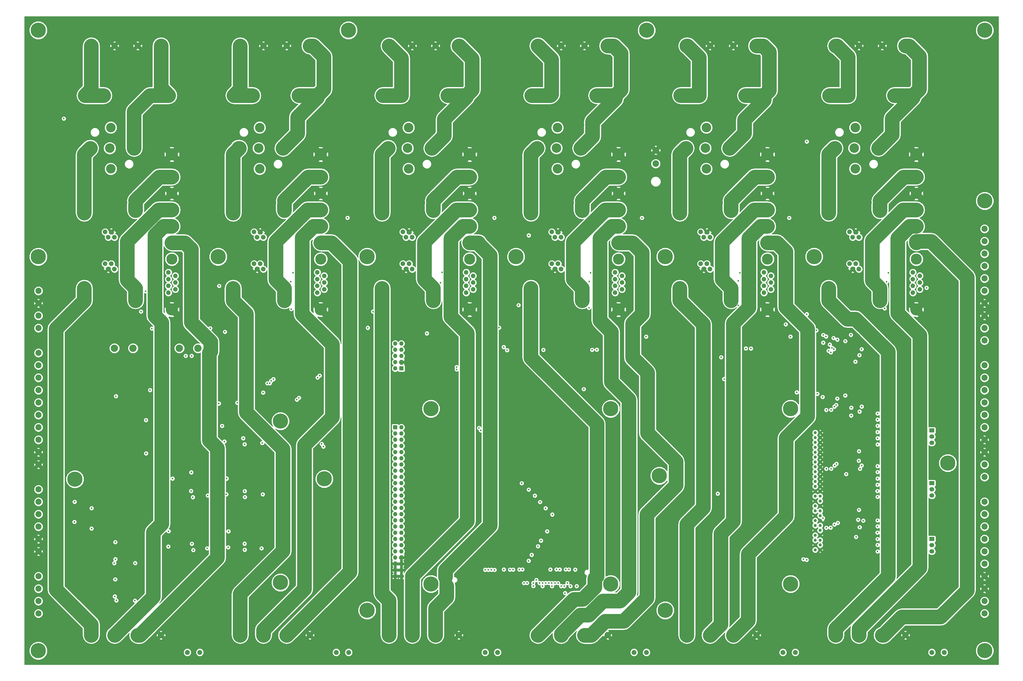
<source format=gbr>
G04 #@! TF.FileFunction,Copper,L10,Bot,Plane*
%FSLAX46Y46*%
G04 Gerber Fmt 4.6, Leading zero omitted, Abs format (unit mm)*
G04 Created by KiCad (PCBNEW 4.0.2-stable) date 10/20/2016 9:17:16 AM*
%MOMM*%
G01*
G04 APERTURE LIST*
%ADD10C,0.100000*%
%ADD11C,6.197600*%
%ADD12C,3.900000*%
%ADD13R,1.727200X1.727200*%
%ADD14O,1.727200X1.727200*%
%ADD15C,3.000000*%
%ADD16R,2.032000X1.727200*%
%ADD17O,2.032000X1.727200*%
%ADD18C,1.300000*%
%ADD19C,2.700000*%
%ADD20C,2.500000*%
%ADD21C,2.000000*%
%ADD22C,1.850000*%
%ADD23C,5.000000*%
%ADD24C,4.500000*%
%ADD25C,1.900000*%
%ADD26C,3.100000*%
%ADD27C,0.685800*%
%ADD28C,6.000000*%
%ADD29C,5.000000*%
%ADD30C,0.254000*%
G04 APERTURE END LIST*
D10*
D11*
X457403200Y-252095000D03*
X339293200Y-257302000D03*
X202133200Y-258572000D03*
X100025200Y-258699000D03*
X319410000Y-229870000D03*
X393040000Y-229870000D03*
X393040000Y-301600000D03*
X319410000Y-301600000D03*
X245770000Y-301600000D03*
X245770000Y-229870000D03*
X184150000Y-300990000D03*
X184150000Y-234950000D03*
D12*
X358546400Y-114757200D03*
X358546400Y-131648200D03*
X350139000Y-123190000D03*
X368046000Y-123190000D03*
X358140000Y-123190000D03*
D13*
X231140000Y-237490000D03*
D14*
X233680000Y-237490000D03*
X231140000Y-240030000D03*
X233680000Y-240030000D03*
X231140000Y-242570000D03*
X233680000Y-242570000D03*
X231140000Y-245110000D03*
X233680000Y-245110000D03*
X231140000Y-247650000D03*
X233680000Y-247650000D03*
X231140000Y-250190000D03*
X233680000Y-250190000D03*
X231140000Y-252730000D03*
X233680000Y-252730000D03*
X231140000Y-255270000D03*
X233680000Y-255270000D03*
X231140000Y-257810000D03*
X233680000Y-257810000D03*
X231140000Y-260350000D03*
X233680000Y-260350000D03*
X231140000Y-262890000D03*
X233680000Y-262890000D03*
X231140000Y-265430000D03*
X233680000Y-265430000D03*
X231140000Y-267970000D03*
X233680000Y-267970000D03*
X231140000Y-270510000D03*
X233680000Y-270510000D03*
X231140000Y-273050000D03*
X233680000Y-273050000D03*
X231140000Y-275590000D03*
X233680000Y-275590000D03*
X231140000Y-278130000D03*
X233680000Y-278130000D03*
X231140000Y-280670000D03*
X233680000Y-280670000D03*
X231140000Y-283210000D03*
X233680000Y-283210000D03*
X231140000Y-285750000D03*
X233680000Y-285750000D03*
X231140000Y-288290000D03*
X233680000Y-288290000D03*
X231140000Y-290830000D03*
X233680000Y-290830000D03*
X231140000Y-293370000D03*
X233680000Y-293370000D03*
X231140000Y-295910000D03*
X233680000Y-295910000D03*
X231140000Y-298450000D03*
X233680000Y-298450000D03*
D15*
X123825000Y-205105000D03*
X116205000Y-205105000D03*
X116205000Y-205105000D03*
X142795000Y-205105000D03*
X150415000Y-205105000D03*
D13*
X233680000Y-213360000D03*
D14*
X231140000Y-213360000D03*
X233680000Y-210820000D03*
X231140000Y-210820000D03*
X233680000Y-208280000D03*
X231140000Y-208280000D03*
X233680000Y-205740000D03*
X231140000Y-205740000D03*
X233680000Y-203200000D03*
X231140000Y-203200000D03*
D15*
X111760000Y-101600000D03*
X104140000Y-101600000D03*
X104140000Y-101600000D03*
X130730000Y-101600000D03*
X138350000Y-101600000D03*
X172720000Y-101600000D03*
X165100000Y-101600000D03*
X165100000Y-101600000D03*
X191690000Y-101600000D03*
X199310000Y-101600000D03*
X233680000Y-101600000D03*
X226060000Y-101600000D03*
X226060000Y-101600000D03*
X252650000Y-101600000D03*
X260270000Y-101600000D03*
X294640000Y-101600000D03*
X287020000Y-101600000D03*
X287020000Y-101600000D03*
X313610000Y-101600000D03*
X321230000Y-101600000D03*
X355600000Y-101600000D03*
X347980000Y-101600000D03*
X347980000Y-101600000D03*
X374570000Y-101600000D03*
X382190000Y-101600000D03*
X416560000Y-101600000D03*
X408940000Y-101600000D03*
X408940000Y-101600000D03*
X435530000Y-101600000D03*
X443150000Y-101600000D03*
D16*
X450850000Y-238760000D03*
D17*
X450850000Y-241300000D03*
X450850000Y-243840000D03*
D16*
X450850000Y-260350000D03*
D17*
X450850000Y-262890000D03*
X450850000Y-265430000D03*
D16*
X450850000Y-283210000D03*
D17*
X450850000Y-285750000D03*
X450850000Y-288290000D03*
D18*
X405130000Y-287655000D03*
X403130000Y-287655000D03*
X405130000Y-285655000D03*
X403130000Y-285655000D03*
X405130000Y-283655000D03*
X403130000Y-283655000D03*
X405130000Y-281655000D03*
X403130000Y-281655000D03*
X405130000Y-279655000D03*
X403130000Y-279655000D03*
X405130000Y-277655000D03*
X403130000Y-277655000D03*
X405130000Y-275655000D03*
X403130000Y-275655000D03*
X405130000Y-273655000D03*
X403130000Y-273655000D03*
X405130000Y-271655000D03*
X403130000Y-271655000D03*
X405130000Y-269655000D03*
X403130000Y-269655000D03*
X405130000Y-267655000D03*
X403130000Y-267655000D03*
X405130000Y-265655000D03*
X403130000Y-265655000D03*
X405130000Y-263655000D03*
X403130000Y-263655000D03*
X405130000Y-261655000D03*
X403130000Y-261655000D03*
X405130000Y-259655000D03*
X403130000Y-259655000D03*
X405130000Y-257655000D03*
X403130000Y-257655000D03*
X405130000Y-255655000D03*
X403130000Y-255655000D03*
X405130000Y-253655000D03*
X403130000Y-253655000D03*
X405130000Y-251655000D03*
X403130000Y-251655000D03*
X405130000Y-249655000D03*
X403130000Y-249655000D03*
X405130000Y-247655000D03*
X403130000Y-247655000D03*
X405130000Y-245655000D03*
X403130000Y-245655000D03*
X405130000Y-243655000D03*
X403130000Y-243655000D03*
X405130000Y-241655000D03*
X403130000Y-241655000D03*
X405130000Y-239655000D03*
X403130000Y-239655000D03*
D19*
X337820000Y-124040000D03*
X337820000Y-129540000D03*
D20*
X440055000Y-81280000D03*
X430535000Y-81280000D03*
X421015000Y-81280000D03*
X411495000Y-81280000D03*
X379095000Y-81280000D03*
X369575000Y-81280000D03*
X360055000Y-81280000D03*
X350535000Y-81280000D03*
X318135000Y-81280000D03*
X308615000Y-81280000D03*
X299095000Y-81280000D03*
X289575000Y-81280000D03*
X257175000Y-81280000D03*
X247655000Y-81280000D03*
X238135000Y-81280000D03*
X228615000Y-81280000D03*
X196215000Y-81280000D03*
X186695000Y-81280000D03*
X177175000Y-81280000D03*
X167655000Y-81280000D03*
X135255000Y-81280000D03*
X125735000Y-81280000D03*
X116215000Y-81280000D03*
X106695000Y-81280000D03*
X411480000Y-322580000D03*
X421000000Y-322580000D03*
X430520000Y-322580000D03*
X440040000Y-322580000D03*
X350520000Y-322580000D03*
X360040000Y-322580000D03*
X369560000Y-322580000D03*
X379080000Y-322580000D03*
X289560000Y-322580000D03*
X299080000Y-322580000D03*
X308600000Y-322580000D03*
X318120000Y-322580000D03*
X228600000Y-322580000D03*
X238120000Y-322580000D03*
X247640000Y-322580000D03*
X257160000Y-322580000D03*
X167640000Y-322580000D03*
X177160000Y-322580000D03*
X186680000Y-322580000D03*
X196200000Y-322580000D03*
X106680000Y-322580000D03*
X116200000Y-322580000D03*
X125720000Y-322580000D03*
X135240000Y-322580000D03*
D21*
X450850000Y-329628500D03*
X455930000Y-329628500D03*
X389890000Y-329628500D03*
X394970000Y-329628500D03*
X328930000Y-329628500D03*
X334010000Y-329628500D03*
X267970000Y-329628500D03*
X273050000Y-329628500D03*
X207010000Y-329628500D03*
X212090000Y-329628500D03*
X146050000Y-329628500D03*
X151130000Y-329628500D03*
D22*
X445920000Y-180980000D03*
X445920000Y-178210000D03*
X445920000Y-175440000D03*
X443080000Y-182350000D03*
X443080000Y-179580000D03*
X443080000Y-176810000D03*
X443080000Y-174040000D03*
D23*
X444500000Y-189230000D03*
X444500000Y-125730000D03*
D24*
X444500000Y-168600000D03*
X444500000Y-161870000D03*
X444500000Y-155140000D03*
X444500000Y-148410000D03*
X444500000Y-141680000D03*
X444500000Y-134950000D03*
D22*
X384960000Y-180980000D03*
X384960000Y-178210000D03*
X384960000Y-175440000D03*
X382120000Y-182350000D03*
X382120000Y-179580000D03*
X382120000Y-176810000D03*
X382120000Y-174040000D03*
D23*
X383540000Y-189230000D03*
X383540000Y-125730000D03*
D24*
X383540000Y-168600000D03*
X383540000Y-161870000D03*
X383540000Y-155140000D03*
X383540000Y-148410000D03*
X383540000Y-141680000D03*
X383540000Y-134950000D03*
D22*
X324000000Y-180980000D03*
X324000000Y-178210000D03*
X324000000Y-175440000D03*
X321160000Y-182350000D03*
X321160000Y-179580000D03*
X321160000Y-176810000D03*
X321160000Y-174040000D03*
D23*
X322580000Y-189230000D03*
X322580000Y-125730000D03*
D24*
X322580000Y-168600000D03*
X322580000Y-161870000D03*
X322580000Y-155140000D03*
X322580000Y-148410000D03*
X322580000Y-141680000D03*
X322580000Y-134950000D03*
D22*
X263040000Y-180980000D03*
X263040000Y-178210000D03*
X263040000Y-175440000D03*
X260200000Y-182350000D03*
X260200000Y-179580000D03*
X260200000Y-176810000D03*
X260200000Y-174040000D03*
D23*
X261620000Y-189230000D03*
X261620000Y-125730000D03*
D24*
X261620000Y-168600000D03*
X261620000Y-161870000D03*
X261620000Y-155140000D03*
X261620000Y-148410000D03*
X261620000Y-141680000D03*
X261620000Y-134950000D03*
D22*
X202080000Y-180980000D03*
X202080000Y-178210000D03*
X202080000Y-175440000D03*
X199240000Y-182350000D03*
X199240000Y-179580000D03*
X199240000Y-176810000D03*
X199240000Y-174040000D03*
D23*
X200660000Y-189230000D03*
X200660000Y-125730000D03*
D24*
X200660000Y-168600000D03*
X200660000Y-161870000D03*
X200660000Y-155140000D03*
X200660000Y-148410000D03*
X200660000Y-141680000D03*
X200660000Y-134950000D03*
D22*
X141120000Y-180980000D03*
X141120000Y-178210000D03*
X141120000Y-175440000D03*
X138280000Y-182350000D03*
X138280000Y-179580000D03*
X138280000Y-176810000D03*
X138280000Y-174040000D03*
D23*
X139700000Y-189230000D03*
X139700000Y-125730000D03*
D24*
X139700000Y-168600000D03*
X139700000Y-161870000D03*
X139700000Y-155140000D03*
X139700000Y-148410000D03*
X139700000Y-141680000D03*
X139700000Y-134950000D03*
D20*
X85090000Y-181610000D03*
X85090000Y-186690000D03*
X85090000Y-191770000D03*
X85090000Y-196850000D03*
X85090000Y-298450000D03*
X85090000Y-303530000D03*
X85090000Y-308610000D03*
X85090000Y-313690000D03*
X85090000Y-262890000D03*
X85090000Y-267970000D03*
X85090000Y-273050000D03*
X85090000Y-278130000D03*
X85090000Y-283210000D03*
X85090000Y-288290000D03*
X472440000Y-201930000D03*
X472440000Y-196850000D03*
X472440000Y-191770000D03*
X472440000Y-186690000D03*
X472440000Y-181610000D03*
X472440000Y-176530000D03*
X472440000Y-171450000D03*
X472440000Y-166370000D03*
X472440000Y-161290000D03*
X472440000Y-156210000D03*
X472440000Y-257810000D03*
X472440000Y-252730000D03*
X472440000Y-247650000D03*
X472440000Y-242570000D03*
X472440000Y-237490000D03*
X472440000Y-232410000D03*
X472440000Y-227330000D03*
X472440000Y-222250000D03*
X472440000Y-217170000D03*
X472440000Y-212090000D03*
X472440000Y-313690000D03*
X472440000Y-308610000D03*
X472440000Y-303530000D03*
X472440000Y-298450000D03*
X472440000Y-293370000D03*
X472440000Y-288290000D03*
X472440000Y-283210000D03*
X472440000Y-278130000D03*
X472440000Y-273050000D03*
X472440000Y-267970000D03*
X85090000Y-207010000D03*
X85090000Y-212090000D03*
X85090000Y-217170000D03*
X85090000Y-222250000D03*
X85090000Y-227330000D03*
X85090000Y-232410000D03*
X85090000Y-237490000D03*
X85090000Y-242570000D03*
X85090000Y-247650000D03*
X85090000Y-252730000D03*
D25*
X112395000Y-157480000D03*
X114935000Y-157480000D03*
X113665000Y-159680000D03*
X116205000Y-159680000D03*
D26*
X124800000Y-147170000D03*
X124800000Y-144630000D03*
X124800000Y-149710000D03*
X103800000Y-144630000D03*
X103800000Y-147170000D03*
X103800000Y-149710000D03*
D25*
X173355000Y-157480000D03*
X175895000Y-157480000D03*
X174625000Y-159680000D03*
X177165000Y-159680000D03*
D26*
X185760000Y-147170000D03*
X185760000Y-144630000D03*
X185760000Y-149710000D03*
X164760000Y-144630000D03*
X164760000Y-147170000D03*
X164760000Y-149710000D03*
D25*
X234315000Y-157480000D03*
X236855000Y-157480000D03*
X235585000Y-159680000D03*
X238125000Y-159680000D03*
D26*
X246720000Y-147170000D03*
X246720000Y-144630000D03*
X246720000Y-149710000D03*
X225720000Y-144630000D03*
X225720000Y-147170000D03*
X225720000Y-149710000D03*
D25*
X295275000Y-157480000D03*
X297815000Y-157480000D03*
X296545000Y-159680000D03*
X299085000Y-159680000D03*
D26*
X307680000Y-147170000D03*
X307680000Y-144630000D03*
X307680000Y-149710000D03*
X286680000Y-144630000D03*
X286680000Y-147170000D03*
X286680000Y-149710000D03*
D25*
X356235000Y-157480000D03*
X358775000Y-157480000D03*
X357505000Y-159680000D03*
X360045000Y-159680000D03*
D26*
X368640000Y-147170000D03*
X368640000Y-144630000D03*
X368640000Y-149710000D03*
X347640000Y-144630000D03*
X347640000Y-147170000D03*
X347640000Y-149710000D03*
D25*
X417195000Y-157480000D03*
X419735000Y-157480000D03*
X418465000Y-159680000D03*
X421005000Y-159680000D03*
D26*
X429600000Y-147170000D03*
X429600000Y-144630000D03*
X429600000Y-149710000D03*
X408600000Y-144630000D03*
X408600000Y-147170000D03*
X408600000Y-149710000D03*
D25*
X116205000Y-172720000D03*
X113665000Y-172720000D03*
X114935000Y-170520000D03*
X112395000Y-170520000D03*
D26*
X103800000Y-183030000D03*
X103800000Y-185570000D03*
X103800000Y-180490000D03*
X124800000Y-185570000D03*
X124800000Y-183030000D03*
X124800000Y-180490000D03*
D25*
X177165000Y-172720000D03*
X174625000Y-172720000D03*
X175895000Y-170520000D03*
X173355000Y-170520000D03*
D26*
X164760000Y-183030000D03*
X164760000Y-185570000D03*
X164760000Y-180490000D03*
X185760000Y-185570000D03*
X185760000Y-183030000D03*
X185760000Y-180490000D03*
D25*
X238125000Y-172720000D03*
X235585000Y-172720000D03*
X236855000Y-170520000D03*
X234315000Y-170520000D03*
D26*
X225720000Y-183030000D03*
X225720000Y-185570000D03*
X225720000Y-180490000D03*
X246720000Y-185570000D03*
X246720000Y-183030000D03*
X246720000Y-180490000D03*
D25*
X299085000Y-172720000D03*
X296545000Y-172720000D03*
X297815000Y-170520000D03*
X295275000Y-170520000D03*
D26*
X286680000Y-183030000D03*
X286680000Y-185570000D03*
X286680000Y-180490000D03*
X307680000Y-185570000D03*
X307680000Y-183030000D03*
X307680000Y-180490000D03*
D25*
X360045000Y-172720000D03*
X357505000Y-172720000D03*
X358775000Y-170520000D03*
X356235000Y-170520000D03*
D26*
X347640000Y-183030000D03*
X347640000Y-185570000D03*
X347640000Y-180490000D03*
X368640000Y-185570000D03*
X368640000Y-183030000D03*
X368640000Y-180490000D03*
D25*
X421005000Y-172720000D03*
X418465000Y-172720000D03*
X419735000Y-170520000D03*
X417195000Y-170520000D03*
D26*
X408600000Y-183030000D03*
X408600000Y-185570000D03*
X408600000Y-180490000D03*
X429600000Y-185570000D03*
X429600000Y-183030000D03*
X429600000Y-180490000D03*
D12*
X114706400Y-114757200D03*
X114706400Y-131648200D03*
X106299000Y-123190000D03*
X124206000Y-123190000D03*
X114300000Y-123190000D03*
X175666400Y-114757200D03*
X175666400Y-131648200D03*
X167259000Y-123190000D03*
X185166000Y-123190000D03*
X175260000Y-123190000D03*
X236626400Y-114757200D03*
X236626400Y-131648200D03*
X228219000Y-123190000D03*
X246126000Y-123190000D03*
X236220000Y-123190000D03*
X297586400Y-114757200D03*
X297586400Y-131648200D03*
X289179000Y-123190000D03*
X307086000Y-123190000D03*
X297180000Y-123190000D03*
X419506400Y-114757200D03*
X419506400Y-131648200D03*
X411099000Y-123190000D03*
X429006000Y-123190000D03*
X419100000Y-123190000D03*
D11*
X85039200Y-74930000D03*
X85039200Y-167640000D03*
X85039200Y-328930000D03*
X212039200Y-74930000D03*
X158699200Y-167640000D03*
X219659200Y-167640000D03*
X219659200Y-312420000D03*
X280619200Y-167640000D03*
X334086200Y-74930000D03*
X341706200Y-167640000D03*
X341706200Y-312420000D03*
X402666200Y-167640000D03*
X472516200Y-74930000D03*
X472516200Y-144780000D03*
X472516200Y-328930000D03*
D27*
X417722000Y-199625000D03*
X406400000Y-199644000D03*
X120497600Y-111760000D03*
X93802200Y-106680000D03*
X153490000Y-114757200D03*
X186512200Y-113538000D03*
X214450000Y-114782600D03*
X247472200Y-113538000D03*
X275410000Y-114782600D03*
X308279800Y-113588800D03*
X336370000Y-114805800D03*
X369392200Y-113538000D03*
X458290000Y-114805800D03*
X430352200Y-113538000D03*
X397330000Y-114757200D03*
X421030400Y-199720200D03*
X420954200Y-206273400D03*
X417855400Y-212166200D03*
X416534600Y-217170000D03*
X420979600Y-229743000D03*
X419531800Y-237083600D03*
X416255200Y-240665000D03*
X423595800Y-251129800D03*
X420116000Y-261213600D03*
X416433000Y-264795000D03*
X421477800Y-273980000D03*
X440870000Y-290294400D03*
X417830000Y-283870400D03*
X416636200Y-288925000D03*
X350545400Y-174421800D03*
X289610800Y-174650400D03*
X292125000Y-295732600D03*
X299745000Y-295732600D03*
X303555000Y-295783400D03*
X308329200Y-300585000D03*
X305460400Y-297408600D03*
X304190400Y-299948600D03*
X300380400Y-299948600D03*
X300380400Y-297408600D03*
X296570400Y-297408600D03*
X296570400Y-299949600D03*
X300355000Y-301218600D03*
X304165000Y-301218600D03*
X297230800Y-304165000D03*
X288975800Y-302488600D03*
X292811200Y-299897800D03*
X292760400Y-297408600D03*
X290220400Y-298678600D03*
X288925000Y-301193200D03*
X285115000Y-302463200D03*
X284581600Y-293370000D03*
X280695000Y-295783400D03*
X276885000Y-295783000D03*
X277520400Y-297408600D03*
X281305000Y-297434000D03*
X282576000Y-301244000D03*
X281330400Y-299949600D03*
X278790400Y-301219600D03*
X277521400Y-299948600D03*
X274980400Y-301219600D03*
X273685000Y-299975000D03*
X271170400Y-301219600D03*
X269888200Y-299961800D03*
X267360400Y-301219600D03*
X266090400Y-299949600D03*
X263525000Y-301245000D03*
X273708600Y-297408600D03*
X271170400Y-297434000D03*
X273075400Y-295833800D03*
X267360400Y-297409600D03*
X266090400Y-297409600D03*
X264185400Y-295833800D03*
X262915400Y-295808400D03*
X172720000Y-286791400D03*
X172770800Y-265201400D03*
X171881800Y-243586000D03*
X151434800Y-243840000D03*
X153365200Y-258749800D03*
X150495000Y-286715200D03*
X108889800Y-305435000D03*
X123190000Y-299974000D03*
X119684800Y-299720000D03*
X123190000Y-284734000D03*
X119735600Y-284530800D03*
X109067600Y-290195000D03*
X103047800Y-277495000D03*
X103073200Y-269240000D03*
X127355600Y-250164600D03*
X126161800Y-234340400D03*
X126161800Y-220395800D03*
X407543000Y-200279000D03*
X410591000Y-200914000D03*
X412141000Y-201575000D03*
X415417000Y-202184000D03*
X406400000Y-202819000D03*
X419555800Y-210590000D03*
X417855400Y-229412800D03*
X417830000Y-232638600D03*
X420949000Y-251150000D03*
X415798000Y-256616200D03*
X420700200Y-275310600D03*
X419836600Y-282346400D03*
X271805000Y-295834200D03*
X270535000Y-295783400D03*
X269265000Y-295783400D03*
X116509800Y-299720000D03*
X116560600Y-284480000D03*
X267995000Y-295783400D03*
X409067000Y-203581000D03*
X409981400Y-204927200D03*
X285140400Y-301193200D03*
X422097200Y-205486000D03*
X422148000Y-228981000D03*
X422122600Y-253111000D03*
X422783000Y-275691600D03*
X283857700Y-301231300D03*
X410997400Y-228981000D03*
X411048200Y-253111000D03*
X410997400Y-277241000D03*
X410743400Y-205486000D03*
X295275000Y-301218600D03*
X408609800Y-206121000D03*
X287706300Y-302463700D03*
X421208200Y-207924400D03*
X411683200Y-228320600D03*
X409625800Y-230301800D03*
X409625800Y-254431800D03*
X409422600Y-278536400D03*
X409524200Y-206781400D03*
X291490400Y-301218600D03*
X403593300Y-197751700D03*
X395554200Y-223139000D03*
X308356000Y-221818200D03*
X403991000Y-223770000D03*
X365810800Y-217703400D03*
X415391600Y-224420000D03*
X406146000Y-225044000D03*
X116586000Y-291465000D03*
X412140400Y-225704400D03*
X116332000Y-306705000D03*
X428675800Y-231800400D03*
X428625000Y-234315000D03*
X407644600Y-230352600D03*
X407644600Y-254457200D03*
X407644600Y-278612600D03*
X287680400Y-301193200D03*
X421259000Y-231013000D03*
X411810200Y-252425200D03*
X428625000Y-236855000D03*
X421017700Y-247256300D03*
X428599600Y-239395000D03*
X428625000Y-241935000D03*
X428625000Y-244475000D03*
X428625000Y-253365000D03*
X428625000Y-255778000D03*
X428625000Y-258445000D03*
X428599600Y-260985000D03*
X421436800Y-254457200D03*
X412394400Y-276580000D03*
X428586900Y-263563100D03*
X421005000Y-271272000D03*
X428625000Y-265938000D03*
X428599600Y-275590000D03*
X428625000Y-278003000D03*
X428586900Y-280581100D03*
X428625000Y-283210000D03*
X428625000Y-285623000D03*
X428625000Y-288290000D03*
X421309800Y-278384000D03*
X291465000Y-302514000D03*
X124663200Y-293065200D03*
X116113200Y-293075000D03*
X124587000Y-308432200D03*
X116976800Y-308315000D03*
X145364200Y-208203800D03*
X392455400Y-151714200D03*
X332155800Y-151739600D03*
X211607400Y-151688800D03*
X271754600Y-151688800D03*
X147802600Y-208203800D03*
X127076200Y-190093600D03*
X139979400Y-258445000D03*
X138353800Y-280009600D03*
X160274000Y-236880400D03*
X162128200Y-258445000D03*
X162890200Y-280060400D03*
X431546000Y-188798200D03*
X116789200Y-224739200D03*
X399592800Y-291719000D03*
X398246600Y-291490400D03*
X406298400Y-274624800D03*
X191719200Y-225399600D03*
X190881000Y-226136200D03*
X201752200Y-245364000D03*
X201041000Y-244246400D03*
X265455400Y-237718600D03*
X266217400Y-238734600D03*
X282956000Y-260350000D03*
X285800800Y-262966200D03*
X288315324Y-265455476D03*
X290474400Y-268046200D03*
X292709600Y-270611600D03*
X295452800Y-273177000D03*
X305460400Y-302488600D03*
X302895000Y-302514000D03*
X300685200Y-305333400D03*
X300380400Y-302488600D03*
X299097700Y-302475900D03*
X295325800Y-302488600D03*
X294055800Y-301193200D03*
X292785800Y-301193200D03*
X290233100Y-301205900D03*
X288925000Y-299948600D03*
X180340000Y-218440000D03*
X128981200Y-181762400D03*
X199364600Y-217093800D03*
X147574000Y-263525000D03*
X188569600Y-189077600D03*
X188417200Y-177825400D03*
X138252200Y-286283400D03*
X249682000Y-178308000D03*
X147878800Y-285140400D03*
X256311400Y-213791800D03*
X161213800Y-243281200D03*
X310540400Y-177800000D03*
X310438800Y-188518800D03*
X311759600Y-205714600D03*
X168910000Y-241935000D03*
X162001200Y-264896600D03*
X374726200Y-205181200D03*
X371602000Y-177520600D03*
X371627400Y-187553600D03*
X169519600Y-263601200D03*
X162763200Y-286588200D03*
X432333400Y-177876200D03*
X169468800Y-285115000D03*
X293370000Y-280060400D03*
X155422600Y-196900800D03*
X281965000Y-295681000D03*
X161417000Y-198374000D03*
X304850800Y-295706800D03*
X177063400Y-223240600D03*
X301650400Y-301218600D03*
X130759200Y-222224600D03*
X297840400Y-301244000D03*
X129108200Y-234492800D03*
X296570400Y-301218600D03*
X129133600Y-248132600D03*
X363194600Y-264617200D03*
X95453200Y-111074200D03*
X181279800Y-217728800D03*
X302260000Y-295656000D03*
X154381200Y-265379200D03*
X279425400Y-295732200D03*
X244119400Y-199009000D03*
X219913200Y-196723000D03*
X290830000Y-283845000D03*
X200202800Y-216306400D03*
X300990000Y-295656000D03*
X154178000Y-287020000D03*
X276949708Y-205880227D03*
X278155400Y-295732200D03*
X273685000Y-196672200D03*
X289585400Y-286156400D03*
X256311400Y-212801200D03*
X298475000Y-295681400D03*
X176707800Y-243865400D03*
X275590000Y-204597000D03*
X275615000Y-295681000D03*
X291795200Y-205765400D03*
X287020000Y-289687000D03*
X313690000Y-205689200D03*
X297180000Y-295656000D03*
X176911000Y-264896600D03*
X399669000Y-191135000D03*
X399643600Y-120472200D03*
X364591600Y-208788000D03*
X285775000Y-292125400D03*
X376783600Y-205206600D03*
X294665000Y-295681000D03*
X176403000Y-287020000D03*
X391033000Y-195326000D03*
X283210000Y-295656000D03*
X448716400Y-180365400D03*
X99898200Y-267970000D03*
X106840000Y-270560800D03*
X99822000Y-276199600D03*
X106832400Y-278917400D03*
X189357000Y-174218600D03*
X148285200Y-266065000D03*
X250342400Y-174015400D03*
X148488400Y-287731200D03*
X311175400Y-174167800D03*
X169494200Y-244398800D03*
X372249700Y-174180500D03*
X169595800Y-266014200D03*
X433044600Y-174244000D03*
X169519600Y-287578800D03*
X131521200Y-197027800D03*
X147650200Y-255905000D03*
X159080200Y-179578000D03*
X222046800Y-190093600D03*
X158953200Y-227711000D03*
X166471600Y-227380800D03*
X281635200Y-187452000D03*
X333883000Y-200355200D03*
X178765200Y-219456000D03*
X392963400Y-200329800D03*
X179755800Y-219430600D03*
X285826200Y-158877000D03*
D28*
X124825400Y-146179400D02*
X124825400Y-148719400D01*
X139725400Y-134975400D02*
X138912400Y-134975400D01*
X134505400Y-134975400D02*
X139725400Y-134975400D01*
X124825400Y-144655400D02*
X134505400Y-134975400D01*
X185785400Y-146179400D02*
X185785400Y-148719400D01*
X195465400Y-134975400D02*
X200685400Y-134975400D01*
X185785400Y-144655400D02*
X195465400Y-134975400D01*
X246745400Y-146179400D02*
X246745400Y-148719400D01*
X256425400Y-134975400D02*
X261645400Y-134975400D01*
X246745400Y-144655400D02*
X256425400Y-134975400D01*
X307705400Y-146179400D02*
X307705400Y-148719400D01*
X317385400Y-134975400D02*
X322605400Y-134975400D01*
X307705400Y-144655400D02*
X317385400Y-134975400D01*
X368665400Y-146179400D02*
X368665400Y-148719400D01*
X378345400Y-134975400D02*
X383565400Y-134975400D01*
X368665400Y-144655400D02*
X378345400Y-134975400D01*
X429625400Y-146179400D02*
X429625400Y-148719400D01*
X439305400Y-134975400D02*
X444525400Y-134975400D01*
X429625400Y-144655400D02*
X439305400Y-134975400D01*
X103825400Y-185595400D02*
X103825400Y-180515400D01*
X103825400Y-180515400D02*
X103825400Y-183055400D01*
X106705400Y-318287400D02*
X92303600Y-303885600D01*
X92303600Y-303885600D02*
X92303600Y-197117200D01*
X92303600Y-197117200D02*
X103825400Y-185595400D01*
X106705400Y-322605400D02*
X106705400Y-318287400D01*
X164785400Y-185595400D02*
X164785400Y-180515400D01*
X164785400Y-183055400D02*
X164785400Y-185595400D01*
X167665400Y-305612800D02*
X185166000Y-288112200D01*
X185166000Y-288112200D02*
X185166000Y-246354600D01*
X185166000Y-246354600D02*
X170205400Y-231394000D01*
X170205400Y-231394000D02*
X170205400Y-191015400D01*
X167665400Y-316255400D02*
X167665400Y-322605400D01*
X164785400Y-185595400D02*
X170205400Y-191015400D01*
X167665400Y-316255400D02*
X167665400Y-305612800D01*
X225745400Y-305501400D02*
X228625400Y-308381400D01*
X228625400Y-308381400D02*
X228625400Y-322605400D01*
X225745400Y-180515400D02*
X225745400Y-305501400D01*
X225745400Y-183055400D02*
X225745400Y-185595400D01*
X286705400Y-180515400D02*
X286705400Y-183055400D01*
X286705400Y-180515400D02*
X286705400Y-187817400D01*
X286705400Y-208981400D02*
X286705400Y-185595400D01*
X313740800Y-236016800D02*
X286705400Y-208981400D01*
X313740800Y-298475400D02*
X313740800Y-236016800D01*
X312877200Y-299339000D02*
X313740800Y-298475400D01*
X312877200Y-302996600D02*
X312877200Y-299339000D01*
X307975000Y-307898800D02*
X312877200Y-302996600D01*
X304342800Y-307898800D02*
X307975000Y-307898800D01*
X289636200Y-322605400D02*
X304342800Y-307898800D01*
X289585400Y-322605400D02*
X289636200Y-322605400D01*
X347665400Y-185595400D02*
X347665400Y-180515400D01*
X350545400Y-277139400D02*
X357276400Y-270408400D01*
X357276400Y-270408400D02*
X357276400Y-195206400D01*
X357276400Y-195206400D02*
X347665400Y-185595400D01*
X350545400Y-322605400D02*
X350545400Y-277139400D01*
X347665400Y-183055400D02*
X347665400Y-185595400D01*
X408625400Y-185595400D02*
X408625400Y-180515400D01*
X408625400Y-183055400D02*
X408625400Y-185595400D01*
X432968400Y-298475400D02*
X432968400Y-206502000D01*
X432968400Y-206502000D02*
X419640800Y-193174400D01*
X411505400Y-319938400D02*
X411505400Y-322605400D01*
X411505400Y-319938400D02*
X416204400Y-315239400D01*
X416204400Y-315239400D02*
X432968400Y-298475400D01*
X419640800Y-193174400D02*
X416204400Y-193174400D01*
X408625400Y-185595400D02*
X416204400Y-193174400D01*
X104165400Y-101625400D02*
X111785400Y-101625400D01*
X106720400Y-99070400D02*
X104165400Y-101625400D01*
X106720400Y-81305400D02*
X106720400Y-99070400D01*
X135280400Y-98530400D02*
X138375400Y-101625400D01*
X135280400Y-81305400D02*
X135280400Y-98530400D01*
X130755400Y-101625400D02*
X138375400Y-101625400D01*
X124231400Y-108149400D02*
X130755400Y-101625400D01*
X124231400Y-123215400D02*
X124231400Y-108149400D01*
X167680400Y-99070400D02*
X165125400Y-101625400D01*
X167680400Y-81305400D02*
X167680400Y-99070400D01*
X172745400Y-101625400D02*
X165125400Y-101625400D01*
X199335400Y-101625400D02*
X191715400Y-101625400D01*
X197510400Y-81305400D02*
X201955400Y-85750400D01*
X201955400Y-85750400D02*
X201955400Y-99005400D01*
X201955400Y-99005400D02*
X199335400Y-101625400D01*
X196240400Y-81305400D02*
X197510400Y-81305400D01*
X191160400Y-117246400D02*
X185191400Y-123215400D01*
X191160400Y-110515400D02*
X191160400Y-117246400D01*
X199335400Y-102340400D02*
X191160400Y-110515400D01*
X199335400Y-101625400D02*
X199335400Y-102340400D01*
X233705400Y-101625400D02*
X226085400Y-101625400D01*
X233705400Y-86385400D02*
X233705400Y-101625400D01*
X228640400Y-81320400D02*
X233705400Y-86385400D01*
X228640400Y-81305400D02*
X228640400Y-81320400D01*
X260295400Y-101625400D02*
X252675400Y-101625400D01*
X262661400Y-86639400D02*
X262661400Y-99259400D01*
X262661400Y-99259400D02*
X260295400Y-101625400D01*
X257327400Y-81305400D02*
X262661400Y-86639400D01*
X257200400Y-81305400D02*
X257327400Y-81305400D01*
X251231400Y-111277400D02*
X251231400Y-118135400D01*
X251231400Y-118135400D02*
X246151400Y-123215400D01*
X260295400Y-102213400D02*
X251231400Y-111277400D01*
X260295400Y-101625400D02*
X260295400Y-102213400D01*
X294665400Y-101625400D02*
X287045400Y-101625400D01*
X295173400Y-101117400D02*
X294665400Y-101625400D01*
X295173400Y-86893400D02*
X295173400Y-101117400D01*
X289600400Y-81320400D02*
X295173400Y-86893400D01*
X289600400Y-81305400D02*
X289600400Y-81320400D01*
X321255400Y-101625400D02*
X313635400Y-101625400D01*
X320573400Y-81305400D02*
X323621400Y-84353400D01*
X323621400Y-84353400D02*
X323621400Y-99259400D01*
X323621400Y-99259400D02*
X321255400Y-101625400D01*
X318160400Y-81305400D02*
X320573400Y-81305400D01*
X311937400Y-112293400D02*
X311937400Y-118389400D01*
X311937400Y-118389400D02*
X307111400Y-123215400D01*
X321255400Y-102975400D02*
X311937400Y-112293400D01*
X321255400Y-101625400D02*
X321255400Y-102975400D01*
X355625400Y-101625400D02*
X348005400Y-101625400D01*
X355625400Y-86131400D02*
X355625400Y-101625400D01*
X350799400Y-81305400D02*
X355625400Y-86131400D01*
X350560400Y-81305400D02*
X350799400Y-81305400D01*
X382215400Y-101625400D02*
X374595400Y-101625400D01*
X381787400Y-81305400D02*
X384327400Y-83845400D01*
X384327400Y-83845400D02*
X384327400Y-99513400D01*
X384327400Y-99513400D02*
X382215400Y-101625400D01*
X379120400Y-81305400D02*
X381787400Y-81305400D01*
X382215400Y-103483400D02*
X374167400Y-111531400D01*
X374167400Y-111531400D02*
X374167400Y-117119400D01*
X374167400Y-117119400D02*
X368071400Y-123215400D01*
X382215400Y-101625400D02*
X382215400Y-103483400D01*
X416585400Y-101625400D02*
X408965400Y-101625400D01*
X416585400Y-85877400D02*
X416585400Y-101625400D01*
X412013400Y-81305400D02*
X416585400Y-85877400D01*
X411520400Y-81305400D02*
X412013400Y-81305400D01*
X443175400Y-101625400D02*
X435555400Y-101625400D01*
X441477400Y-81305400D02*
X445795400Y-85623400D01*
X445795400Y-85623400D02*
X445795400Y-99005400D01*
X445795400Y-99005400D02*
X443175400Y-101625400D01*
X440080400Y-81305400D02*
X441477400Y-81305400D01*
X434619400Y-111023400D02*
X434619400Y-117627400D01*
X434619400Y-117627400D02*
X429031400Y-123215400D01*
X443175400Y-102467400D02*
X434619400Y-111023400D01*
X443175400Y-101625400D02*
X443175400Y-102467400D01*
X125745400Y-322605400D02*
X126263400Y-322605400D01*
X125745400Y-322605400D02*
X126593600Y-322605400D01*
X155625800Y-206400400D02*
X155625800Y-202514200D01*
X155625800Y-202514200D02*
X147650200Y-194538600D01*
X147650200Y-194538600D02*
X147650200Y-164592000D01*
X147650200Y-164592000D02*
X144953600Y-161895400D01*
X144953600Y-161895400D02*
X139725400Y-161895400D01*
X126593600Y-322605400D02*
X158343600Y-290855400D01*
X155041600Y-206933800D02*
X155092400Y-206933800D01*
X155041600Y-207721200D02*
X155041600Y-206933800D01*
X155041600Y-242824000D02*
X155041600Y-207721200D01*
X158343600Y-246126000D02*
X155041600Y-242824000D01*
X158343600Y-290855400D02*
X158343600Y-246126000D01*
X155092400Y-206933800D02*
X155625800Y-206400400D01*
X116332000Y-322605400D02*
X132054600Y-306882800D01*
X116225400Y-322605400D02*
X116332000Y-322605400D01*
X135559800Y-194614800D02*
X135559800Y-276987000D01*
X135559800Y-276987000D02*
X132054600Y-280492200D01*
X132054600Y-280492200D02*
X132054600Y-306882800D01*
X134645400Y-193700400D02*
X132765800Y-191820800D01*
X132765800Y-158755126D02*
X136355526Y-155165400D01*
X139725400Y-155165400D02*
X136355526Y-155165400D01*
X134645400Y-193700400D02*
X135559800Y-194614800D01*
X132765800Y-191820800D02*
X132765800Y-158755126D01*
X124825400Y-180515400D02*
X124825400Y-185595400D01*
X134317400Y-148435400D02*
X121437400Y-161315400D01*
X121437400Y-161315400D02*
X121437400Y-177127400D01*
X121437400Y-177127400D02*
X124825400Y-180515400D01*
X139725400Y-148435400D02*
X134317400Y-148435400D01*
X124825400Y-183055400D02*
X124825400Y-185595400D01*
X205075400Y-161895400D02*
X212623400Y-169443400D01*
X212623400Y-169443400D02*
X212623400Y-296687400D01*
X212623400Y-296687400D02*
X186705400Y-322605400D01*
X200685400Y-161895400D02*
X205075400Y-161895400D01*
X177185400Y-320451400D02*
X177185400Y-322605400D01*
X194005200Y-303631600D02*
X194005200Y-248793000D01*
X177185400Y-320451400D02*
X194005200Y-303631600D01*
X194005200Y-244703600D02*
X205384400Y-233324400D01*
X205384400Y-233324400D02*
X205384400Y-203479400D01*
X205384400Y-203479400D02*
X204825600Y-202920600D01*
X200050400Y-198145400D02*
X193065400Y-191160400D01*
X193065400Y-191160400D02*
X193065400Y-159839790D01*
X193065400Y-159839790D02*
X197739790Y-155165400D01*
X197739790Y-155165400D02*
X200685400Y-155165400D01*
X204825600Y-202920600D02*
X200050400Y-198145400D01*
X194005200Y-248793000D02*
X194005200Y-244703600D01*
X185785400Y-180515400D02*
X185785400Y-185595400D01*
X195277400Y-148435400D02*
X182270400Y-161442400D01*
X182270400Y-161442400D02*
X182270400Y-177000400D01*
X182270400Y-177000400D02*
X185785400Y-180515400D01*
X200685400Y-148435400D02*
X195277400Y-148435400D01*
X185785400Y-183055400D02*
X185785400Y-185595400D01*
X264816200Y-161895400D02*
X261645400Y-161895400D01*
X265222600Y-161895400D02*
X264816200Y-161895400D01*
X247665400Y-322605400D02*
X247675400Y-322605400D01*
X247665400Y-311515600D02*
X252247400Y-306933600D01*
X252247400Y-306933600D02*
X252247400Y-302971200D01*
X247665400Y-322605400D02*
X247665400Y-311515600D01*
X251714000Y-298729400D02*
X251714000Y-295986200D01*
X270027400Y-167106600D02*
X264816200Y-161895400D01*
X270027400Y-198272400D02*
X270027400Y-167106600D01*
X270027400Y-277672800D02*
X270027400Y-198272400D01*
X251714000Y-295986200D02*
X270027400Y-277672800D01*
X252247400Y-302971200D02*
X252247400Y-302437800D01*
D29*
X252247400Y-302971200D02*
X251714000Y-302437800D01*
X251714000Y-302437800D02*
X251714000Y-295986200D01*
D28*
X238145400Y-298353400D02*
X260629400Y-275869400D01*
X260629400Y-275869400D02*
X260629400Y-198907400D01*
X260629400Y-198907400D02*
X253922595Y-192200595D01*
X253922595Y-192200595D02*
X253922595Y-160148205D01*
X253922595Y-160148205D02*
X258905400Y-155165400D01*
X258905400Y-155165400D02*
X261645400Y-155165400D01*
X238145400Y-322605400D02*
X238145400Y-298353400D01*
X246745400Y-180515400D02*
X246745400Y-185595400D01*
X256237400Y-148435400D02*
X243103400Y-161569400D01*
X243103400Y-161569400D02*
X243103400Y-176873400D01*
X243103400Y-176873400D02*
X246745400Y-180515400D01*
X261645400Y-148435400D02*
X256237400Y-148435400D01*
X246745400Y-183055400D02*
X246745400Y-185595400D01*
X346100400Y-251485400D02*
X334416400Y-239801400D01*
X334416400Y-239801400D02*
X334416400Y-215036400D01*
X334416400Y-215036400D02*
X328320400Y-208940400D01*
X328265400Y-161895400D02*
X322605400Y-161895400D01*
X334162400Y-273202400D02*
X346100400Y-261264400D01*
X334162400Y-307390800D02*
X334162400Y-273202400D01*
X311378600Y-322605400D02*
X317119000Y-316865000D01*
X317119000Y-316865000D02*
X324688200Y-316865000D01*
X324688200Y-316865000D02*
X334162400Y-307390800D01*
X308625400Y-322605400D02*
X311378600Y-322605400D01*
X332257400Y-165887400D02*
X328265400Y-161895400D01*
X332257400Y-191033400D02*
X332257400Y-165887400D01*
X328320400Y-194970400D02*
X332257400Y-191033400D01*
X328320400Y-208940400D02*
X328320400Y-194970400D01*
X346100400Y-261264400D02*
X346100400Y-251485400D01*
X299105400Y-322605400D02*
X299105400Y-322153200D01*
X326796400Y-226110800D02*
X322046600Y-221361000D01*
X326796400Y-304927000D02*
X326796400Y-226110800D01*
X314985400Y-187731400D02*
X314985400Y-193725800D01*
X322046600Y-221335600D02*
X319659000Y-218948000D01*
X314985400Y-193725800D02*
X319659000Y-198399400D01*
X319659000Y-198399400D02*
X319659000Y-218948000D01*
X319865400Y-155165400D02*
X314985400Y-160045400D01*
X322605400Y-155165400D02*
X319865400Y-155165400D01*
X314985400Y-187731400D02*
X314985400Y-160045400D01*
X322046600Y-221361000D02*
X322046600Y-221335600D01*
X305155600Y-316103000D02*
X305181000Y-316077600D01*
X299105400Y-322153200D02*
X305155600Y-316103000D01*
X306959000Y-314299600D02*
X310362600Y-314299600D01*
X310362600Y-314299600D02*
X316128400Y-308533800D01*
X316128400Y-308533800D02*
X323189600Y-308533800D01*
X323189600Y-308533800D02*
X326796400Y-304927000D01*
X305155600Y-316103000D02*
X306959000Y-314299600D01*
X307705400Y-180515400D02*
X307705400Y-185595400D01*
X317197400Y-148435400D02*
X304063400Y-161569400D01*
X304063400Y-161569400D02*
X304063400Y-176873400D01*
X304063400Y-176873400D02*
X307705400Y-180515400D01*
X322605400Y-148435400D02*
X317197400Y-148435400D01*
X307705400Y-180515400D02*
X307705400Y-183055400D01*
X399973800Y-197129400D02*
X391109200Y-188264800D01*
X391109200Y-188264800D02*
X391109200Y-165557200D01*
X391109200Y-165557200D02*
X387447400Y-161895400D01*
X375691400Y-316499400D02*
X369585400Y-322605400D01*
X375691400Y-313479402D02*
X375691400Y-316499400D01*
X399973800Y-233045000D02*
X391185400Y-241833400D01*
X391185400Y-241833400D02*
X391185400Y-273837400D01*
X391185400Y-273837400D02*
X375691400Y-289331400D01*
X375691400Y-289331400D02*
X375691400Y-313479402D01*
X383565400Y-161895400D02*
X387447400Y-161895400D01*
X399973800Y-233045000D02*
X399973800Y-197129400D01*
X380825400Y-155165400D02*
X375945400Y-160045400D01*
X375945400Y-160045400D02*
X375945400Y-188493400D01*
X375945400Y-188493400D02*
X369595400Y-194843400D01*
X369595400Y-194843400D02*
X369595400Y-275869400D01*
X369595400Y-275869400D02*
X364515400Y-280949400D01*
X364515400Y-280949400D02*
X364515400Y-318155400D01*
X364515400Y-318155400D02*
X360065400Y-322605400D01*
X383565400Y-155165400D02*
X380825400Y-155165400D01*
X368665400Y-180515400D02*
X368665400Y-185595400D01*
X378157400Y-148435400D02*
X365023400Y-161569400D01*
X365023400Y-161569400D02*
X365023400Y-176873400D01*
X365023400Y-176873400D02*
X368665400Y-180515400D01*
X383565400Y-148435400D02*
X378157400Y-148435400D01*
X368665400Y-180515400D02*
X368665400Y-183055400D01*
X444525400Y-161365402D02*
X444525400Y-161895400D01*
X450620602Y-161365402D02*
X444525400Y-161365402D01*
X465302600Y-176047400D02*
X450620602Y-161365402D01*
X465302600Y-304241200D02*
X465302600Y-176047400D01*
X454431400Y-315112400D02*
X465302600Y-304241200D01*
X438556400Y-315112400D02*
X454431400Y-315112400D01*
X431063400Y-322605400D02*
X438556400Y-315112400D01*
X430545400Y-322605400D02*
X431063400Y-322605400D01*
X445922400Y-295021000D02*
X445922400Y-199796400D01*
X445922400Y-199796400D02*
X436905400Y-190779400D01*
X436905400Y-160045400D02*
X436905400Y-188493400D01*
X444525400Y-155165400D02*
X441785400Y-155165400D01*
X441785400Y-155165400D02*
X436905400Y-160045400D01*
X436905400Y-190779400D02*
X436905400Y-188493400D01*
X421025400Y-319918000D02*
X445922400Y-295021000D01*
X421025400Y-322605400D02*
X421025400Y-319918000D01*
X444525400Y-148435400D02*
X439117400Y-148435400D01*
X439117400Y-148435400D02*
X426491400Y-161061400D01*
X426491400Y-161061400D02*
X426491400Y-177381400D01*
X426491400Y-177381400D02*
X429625400Y-180515400D01*
X429625400Y-180515400D02*
X429625400Y-185595400D01*
X429625400Y-183055400D02*
X429625400Y-185595400D01*
X103825400Y-144655400D02*
X103825400Y-149735400D01*
X103825400Y-144655400D02*
X103825400Y-147195400D01*
X103825400Y-125714400D02*
X106324400Y-123215400D01*
X103825400Y-144655400D02*
X103825400Y-125714400D01*
X164785400Y-144655400D02*
X164785400Y-149735400D01*
X167284400Y-123215400D02*
X167030400Y-123215400D01*
X164785400Y-144655400D02*
X164785400Y-147195400D01*
X164785400Y-125714400D02*
X167284400Y-123215400D01*
X164785400Y-144655400D02*
X164785400Y-125714400D01*
X225745400Y-144655400D02*
X225745400Y-149735400D01*
X225745400Y-144655400D02*
X225745400Y-147195400D01*
X225745400Y-125714400D02*
X228244400Y-123215400D01*
X225745400Y-144655400D02*
X225745400Y-125714400D01*
X286705400Y-144655400D02*
X286705400Y-149735400D01*
X286705400Y-144655400D02*
X286705400Y-147195400D01*
X286705400Y-125714400D02*
X289204400Y-123215400D01*
X286705400Y-144655400D02*
X286705400Y-125714400D01*
X347665400Y-144655400D02*
X347665400Y-149735400D01*
X347665400Y-147195400D02*
X347665400Y-149735400D01*
X347665400Y-125714400D02*
X350164400Y-123215400D01*
X347665400Y-144655400D02*
X347665400Y-125714400D01*
X408625400Y-149735400D02*
X408625400Y-144655400D01*
X408625400Y-144655400D02*
X408625400Y-147195400D01*
X408625400Y-125714400D02*
X411124400Y-123215400D01*
X408625400Y-144655400D02*
X408625400Y-125714400D01*
D30*
G36*
X478080000Y-334570000D02*
X79450000Y-334570000D01*
X79450000Y-329669440D01*
X81304754Y-329669440D01*
X81871993Y-331042264D01*
X82921411Y-332093515D01*
X84293243Y-332663150D01*
X85778640Y-332664446D01*
X87151464Y-332097207D01*
X88202715Y-331047789D01*
X88657604Y-329952295D01*
X144414716Y-329952295D01*
X144663106Y-330553443D01*
X145122637Y-331013778D01*
X145723352Y-331263216D01*
X146373795Y-331263784D01*
X146974943Y-331015394D01*
X147435278Y-330555863D01*
X147684716Y-329955148D01*
X147684718Y-329952295D01*
X149494716Y-329952295D01*
X149743106Y-330553443D01*
X150202637Y-331013778D01*
X150803352Y-331263216D01*
X151453795Y-331263784D01*
X152054943Y-331015394D01*
X152515278Y-330555863D01*
X152764716Y-329955148D01*
X152764718Y-329952295D01*
X205374716Y-329952295D01*
X205623106Y-330553443D01*
X206082637Y-331013778D01*
X206683352Y-331263216D01*
X207333795Y-331263784D01*
X207934943Y-331015394D01*
X208395278Y-330555863D01*
X208644716Y-329955148D01*
X208644718Y-329952295D01*
X210454716Y-329952295D01*
X210703106Y-330553443D01*
X211162637Y-331013778D01*
X211763352Y-331263216D01*
X212413795Y-331263784D01*
X213014943Y-331015394D01*
X213475278Y-330555863D01*
X213724716Y-329955148D01*
X213724718Y-329952295D01*
X266334716Y-329952295D01*
X266583106Y-330553443D01*
X267042637Y-331013778D01*
X267643352Y-331263216D01*
X268293795Y-331263784D01*
X268894943Y-331015394D01*
X269355278Y-330555863D01*
X269604716Y-329955148D01*
X269604718Y-329952295D01*
X271414716Y-329952295D01*
X271663106Y-330553443D01*
X272122637Y-331013778D01*
X272723352Y-331263216D01*
X273373795Y-331263784D01*
X273974943Y-331015394D01*
X274435278Y-330555863D01*
X274684716Y-329955148D01*
X274684718Y-329952295D01*
X327294716Y-329952295D01*
X327543106Y-330553443D01*
X328002637Y-331013778D01*
X328603352Y-331263216D01*
X329253795Y-331263784D01*
X329854943Y-331015394D01*
X330315278Y-330555863D01*
X330564716Y-329955148D01*
X330564718Y-329952295D01*
X332374716Y-329952295D01*
X332623106Y-330553443D01*
X333082637Y-331013778D01*
X333683352Y-331263216D01*
X334333795Y-331263784D01*
X334934943Y-331015394D01*
X335395278Y-330555863D01*
X335644716Y-329955148D01*
X335644718Y-329952295D01*
X388254716Y-329952295D01*
X388503106Y-330553443D01*
X388962637Y-331013778D01*
X389563352Y-331263216D01*
X390213795Y-331263784D01*
X390814943Y-331015394D01*
X391275278Y-330555863D01*
X391524716Y-329955148D01*
X391524718Y-329952295D01*
X393334716Y-329952295D01*
X393583106Y-330553443D01*
X394042637Y-331013778D01*
X394643352Y-331263216D01*
X395293795Y-331263784D01*
X395894943Y-331015394D01*
X396355278Y-330555863D01*
X396604716Y-329955148D01*
X396604718Y-329952295D01*
X449214716Y-329952295D01*
X449463106Y-330553443D01*
X449922637Y-331013778D01*
X450523352Y-331263216D01*
X451173795Y-331263784D01*
X451774943Y-331015394D01*
X452235278Y-330555863D01*
X452484716Y-329955148D01*
X452484718Y-329952295D01*
X454294716Y-329952295D01*
X454543106Y-330553443D01*
X455002637Y-331013778D01*
X455603352Y-331263216D01*
X456253795Y-331263784D01*
X456854943Y-331015394D01*
X457315278Y-330555863D01*
X457564716Y-329955148D01*
X457564965Y-329669440D01*
X468781754Y-329669440D01*
X469348993Y-331042264D01*
X470398411Y-332093515D01*
X471770243Y-332663150D01*
X473255640Y-332664446D01*
X474628464Y-332097207D01*
X475679715Y-331047789D01*
X476249350Y-329675957D01*
X476250646Y-328190560D01*
X475683407Y-326817736D01*
X474633989Y-325766485D01*
X473262157Y-325196850D01*
X471776760Y-325195554D01*
X470403936Y-325762793D01*
X469352685Y-326812211D01*
X468783050Y-328184043D01*
X468781754Y-329669440D01*
X457564965Y-329669440D01*
X457565284Y-329304705D01*
X457316894Y-328703557D01*
X456857363Y-328243222D01*
X456256648Y-327993784D01*
X455606205Y-327993216D01*
X455005057Y-328241606D01*
X454544722Y-328701137D01*
X454295284Y-329301852D01*
X454294716Y-329952295D01*
X452484718Y-329952295D01*
X452485284Y-329304705D01*
X452236894Y-328703557D01*
X451777363Y-328243222D01*
X451176648Y-327993784D01*
X450526205Y-327993216D01*
X449925057Y-328241606D01*
X449464722Y-328701137D01*
X449215284Y-329301852D01*
X449214716Y-329952295D01*
X396604718Y-329952295D01*
X396605284Y-329304705D01*
X396356894Y-328703557D01*
X395897363Y-328243222D01*
X395296648Y-327993784D01*
X394646205Y-327993216D01*
X394045057Y-328241606D01*
X393584722Y-328701137D01*
X393335284Y-329301852D01*
X393334716Y-329952295D01*
X391524718Y-329952295D01*
X391525284Y-329304705D01*
X391276894Y-328703557D01*
X390817363Y-328243222D01*
X390216648Y-327993784D01*
X389566205Y-327993216D01*
X388965057Y-328241606D01*
X388504722Y-328701137D01*
X388255284Y-329301852D01*
X388254716Y-329952295D01*
X335644718Y-329952295D01*
X335645284Y-329304705D01*
X335396894Y-328703557D01*
X334937363Y-328243222D01*
X334336648Y-327993784D01*
X333686205Y-327993216D01*
X333085057Y-328241606D01*
X332624722Y-328701137D01*
X332375284Y-329301852D01*
X332374716Y-329952295D01*
X330564718Y-329952295D01*
X330565284Y-329304705D01*
X330316894Y-328703557D01*
X329857363Y-328243222D01*
X329256648Y-327993784D01*
X328606205Y-327993216D01*
X328005057Y-328241606D01*
X327544722Y-328701137D01*
X327295284Y-329301852D01*
X327294716Y-329952295D01*
X274684718Y-329952295D01*
X274685284Y-329304705D01*
X274436894Y-328703557D01*
X273977363Y-328243222D01*
X273376648Y-327993784D01*
X272726205Y-327993216D01*
X272125057Y-328241606D01*
X271664722Y-328701137D01*
X271415284Y-329301852D01*
X271414716Y-329952295D01*
X269604718Y-329952295D01*
X269605284Y-329304705D01*
X269356894Y-328703557D01*
X268897363Y-328243222D01*
X268296648Y-327993784D01*
X267646205Y-327993216D01*
X267045057Y-328241606D01*
X266584722Y-328701137D01*
X266335284Y-329301852D01*
X266334716Y-329952295D01*
X213724718Y-329952295D01*
X213725284Y-329304705D01*
X213476894Y-328703557D01*
X213017363Y-328243222D01*
X212416648Y-327993784D01*
X211766205Y-327993216D01*
X211165057Y-328241606D01*
X210704722Y-328701137D01*
X210455284Y-329301852D01*
X210454716Y-329952295D01*
X208644718Y-329952295D01*
X208645284Y-329304705D01*
X208396894Y-328703557D01*
X207937363Y-328243222D01*
X207336648Y-327993784D01*
X206686205Y-327993216D01*
X206085057Y-328241606D01*
X205624722Y-328701137D01*
X205375284Y-329301852D01*
X205374716Y-329952295D01*
X152764718Y-329952295D01*
X152765284Y-329304705D01*
X152516894Y-328703557D01*
X152057363Y-328243222D01*
X151456648Y-327993784D01*
X150806205Y-327993216D01*
X150205057Y-328241606D01*
X149744722Y-328701137D01*
X149495284Y-329301852D01*
X149494716Y-329952295D01*
X147684718Y-329952295D01*
X147685284Y-329304705D01*
X147436894Y-328703557D01*
X146977363Y-328243222D01*
X146376648Y-327993784D01*
X145726205Y-327993216D01*
X145125057Y-328241606D01*
X144664722Y-328701137D01*
X144415284Y-329301852D01*
X144414716Y-329952295D01*
X88657604Y-329952295D01*
X88772350Y-329675957D01*
X88773646Y-328190560D01*
X88206407Y-326817736D01*
X87156989Y-325766485D01*
X85785157Y-325196850D01*
X84299760Y-325195554D01*
X82926936Y-325762793D01*
X81875685Y-326812211D01*
X81306050Y-328184043D01*
X81304754Y-329669440D01*
X79450000Y-329669440D01*
X79450000Y-314063305D01*
X83204674Y-314063305D01*
X83491043Y-314756372D01*
X84020839Y-315287093D01*
X84713405Y-315574672D01*
X85463305Y-315575326D01*
X86156372Y-315288957D01*
X86687093Y-314759161D01*
X86974672Y-314066595D01*
X86975326Y-313316695D01*
X86688957Y-312623628D01*
X86159161Y-312092907D01*
X85466595Y-311805328D01*
X84716695Y-311804674D01*
X84023628Y-312091043D01*
X83492907Y-312620839D01*
X83205328Y-313313405D01*
X83204674Y-314063305D01*
X79450000Y-314063305D01*
X79450000Y-308983305D01*
X83204674Y-308983305D01*
X83491043Y-309676372D01*
X84020839Y-310207093D01*
X84713405Y-310494672D01*
X85463305Y-310495326D01*
X86156372Y-310208957D01*
X86687093Y-309679161D01*
X86974672Y-308986595D01*
X86975326Y-308236695D01*
X86688957Y-307543628D01*
X86159161Y-307012907D01*
X85466595Y-306725328D01*
X84716695Y-306724674D01*
X84023628Y-307011043D01*
X83492907Y-307540839D01*
X83205328Y-308233405D01*
X83204674Y-308983305D01*
X79450000Y-308983305D01*
X79450000Y-303903305D01*
X83204674Y-303903305D01*
X83491043Y-304596372D01*
X84020839Y-305127093D01*
X84713405Y-305414672D01*
X85463305Y-305415326D01*
X86156372Y-305128957D01*
X86687093Y-304599161D01*
X86974672Y-303906595D01*
X86975326Y-303156695D01*
X86688957Y-302463628D01*
X86159161Y-301932907D01*
X85466595Y-301645328D01*
X84716695Y-301644674D01*
X84023628Y-301931043D01*
X83492907Y-302460839D01*
X83205328Y-303153405D01*
X83204674Y-303903305D01*
X79450000Y-303903305D01*
X79450000Y-298823305D01*
X83204674Y-298823305D01*
X83491043Y-299516372D01*
X84020839Y-300047093D01*
X84713405Y-300334672D01*
X85463305Y-300335326D01*
X86156372Y-300048957D01*
X86687093Y-299519161D01*
X86974672Y-298826595D01*
X86975326Y-298076695D01*
X86688957Y-297383628D01*
X86159161Y-296852907D01*
X85466595Y-296565328D01*
X84716695Y-296564674D01*
X84023628Y-296851043D01*
X83492907Y-297380839D01*
X83205328Y-298073405D01*
X83204674Y-298823305D01*
X79450000Y-298823305D01*
X79450000Y-289897741D01*
X84366143Y-289897741D01*
X84527356Y-290127727D01*
X85273452Y-290203153D01*
X85652644Y-290127727D01*
X85813857Y-289897741D01*
X85090000Y-289173883D01*
X84366143Y-289897741D01*
X79450000Y-289897741D01*
X79450000Y-288473452D01*
X83176847Y-288473452D01*
X83252273Y-288852644D01*
X83482259Y-289013857D01*
X84206117Y-288290000D01*
X85973883Y-288290000D01*
X86697741Y-289013857D01*
X86927727Y-288852644D01*
X87003153Y-288106548D01*
X86927727Y-287727356D01*
X86697741Y-287566143D01*
X85973883Y-288290000D01*
X84206117Y-288290000D01*
X83482259Y-287566143D01*
X83252273Y-287727356D01*
X83176847Y-288473452D01*
X79450000Y-288473452D01*
X79450000Y-286682259D01*
X84366143Y-286682259D01*
X85090000Y-287406117D01*
X85813857Y-286682259D01*
X85652644Y-286452273D01*
X84906548Y-286376847D01*
X84527356Y-286452273D01*
X84366143Y-286682259D01*
X79450000Y-286682259D01*
X79450000Y-284817741D01*
X84366143Y-284817741D01*
X84527356Y-285047727D01*
X85273452Y-285123153D01*
X85652644Y-285047727D01*
X85813857Y-284817741D01*
X85090000Y-284093883D01*
X84366143Y-284817741D01*
X79450000Y-284817741D01*
X79450000Y-283393452D01*
X83176847Y-283393452D01*
X83252273Y-283772644D01*
X83482259Y-283933857D01*
X84206117Y-283210000D01*
X85973883Y-283210000D01*
X86697741Y-283933857D01*
X86927727Y-283772644D01*
X87003153Y-283026548D01*
X86927727Y-282647356D01*
X86697741Y-282486143D01*
X85973883Y-283210000D01*
X84206117Y-283210000D01*
X83482259Y-282486143D01*
X83252273Y-282647356D01*
X83176847Y-283393452D01*
X79450000Y-283393452D01*
X79450000Y-281602259D01*
X84366143Y-281602259D01*
X85090000Y-282326117D01*
X85813857Y-281602259D01*
X85652644Y-281372273D01*
X84906548Y-281296847D01*
X84527356Y-281372273D01*
X84366143Y-281602259D01*
X79450000Y-281602259D01*
X79450000Y-278503305D01*
X83204674Y-278503305D01*
X83491043Y-279196372D01*
X84020839Y-279727093D01*
X84713405Y-280014672D01*
X85463305Y-280015326D01*
X86156372Y-279728957D01*
X86687093Y-279199161D01*
X86974672Y-278506595D01*
X86975326Y-277756695D01*
X86688957Y-277063628D01*
X86159161Y-276532907D01*
X85466595Y-276245328D01*
X84716695Y-276244674D01*
X84023628Y-276531043D01*
X83492907Y-277060839D01*
X83205328Y-277753405D01*
X83204674Y-278503305D01*
X79450000Y-278503305D01*
X79450000Y-273423305D01*
X83204674Y-273423305D01*
X83491043Y-274116372D01*
X84020839Y-274647093D01*
X84713405Y-274934672D01*
X85463305Y-274935326D01*
X86156372Y-274648957D01*
X86687093Y-274119161D01*
X86974672Y-273426595D01*
X86975326Y-272676695D01*
X86688957Y-271983628D01*
X86159161Y-271452907D01*
X85466595Y-271165328D01*
X84716695Y-271164674D01*
X84023628Y-271451043D01*
X83492907Y-271980839D01*
X83205328Y-272673405D01*
X83204674Y-273423305D01*
X79450000Y-273423305D01*
X79450000Y-268343305D01*
X83204674Y-268343305D01*
X83491043Y-269036372D01*
X84020839Y-269567093D01*
X84713405Y-269854672D01*
X85463305Y-269855326D01*
X86156372Y-269568957D01*
X86687093Y-269039161D01*
X86974672Y-268346595D01*
X86975326Y-267596695D01*
X86688957Y-266903628D01*
X86159161Y-266372907D01*
X85466595Y-266085328D01*
X84716695Y-266084674D01*
X84023628Y-266371043D01*
X83492907Y-266900839D01*
X83205328Y-267593405D01*
X83204674Y-268343305D01*
X79450000Y-268343305D01*
X79450000Y-263263305D01*
X83204674Y-263263305D01*
X83491043Y-263956372D01*
X84020839Y-264487093D01*
X84713405Y-264774672D01*
X85463305Y-264775326D01*
X86156372Y-264488957D01*
X86687093Y-263959161D01*
X86974672Y-263266595D01*
X86975326Y-262516695D01*
X86688957Y-261823628D01*
X86159161Y-261292907D01*
X85466595Y-261005328D01*
X84716695Y-261004674D01*
X84023628Y-261291043D01*
X83492907Y-261820839D01*
X83205328Y-262513405D01*
X83204674Y-263263305D01*
X79450000Y-263263305D01*
X79450000Y-254337741D01*
X84366143Y-254337741D01*
X84527356Y-254567727D01*
X85273452Y-254643153D01*
X85652644Y-254567727D01*
X85813857Y-254337741D01*
X85090000Y-253613883D01*
X84366143Y-254337741D01*
X79450000Y-254337741D01*
X79450000Y-252913452D01*
X83176847Y-252913452D01*
X83252273Y-253292644D01*
X83482259Y-253453857D01*
X84206117Y-252730000D01*
X85973883Y-252730000D01*
X86697741Y-253453857D01*
X86927727Y-253292644D01*
X87003153Y-252546548D01*
X86927727Y-252167356D01*
X86697741Y-252006143D01*
X85973883Y-252730000D01*
X84206117Y-252730000D01*
X83482259Y-252006143D01*
X83252273Y-252167356D01*
X83176847Y-252913452D01*
X79450000Y-252913452D01*
X79450000Y-251122259D01*
X84366143Y-251122259D01*
X85090000Y-251846117D01*
X85813857Y-251122259D01*
X85652644Y-250892273D01*
X84906548Y-250816847D01*
X84527356Y-250892273D01*
X84366143Y-251122259D01*
X79450000Y-251122259D01*
X79450000Y-249257741D01*
X84366143Y-249257741D01*
X84527356Y-249487727D01*
X85273452Y-249563153D01*
X85652644Y-249487727D01*
X85813857Y-249257741D01*
X85090000Y-248533883D01*
X84366143Y-249257741D01*
X79450000Y-249257741D01*
X79450000Y-247833452D01*
X83176847Y-247833452D01*
X83252273Y-248212644D01*
X83482259Y-248373857D01*
X84206117Y-247650000D01*
X85973883Y-247650000D01*
X86697741Y-248373857D01*
X86927727Y-248212644D01*
X87003153Y-247466548D01*
X86927727Y-247087356D01*
X86697741Y-246926143D01*
X85973883Y-247650000D01*
X84206117Y-247650000D01*
X83482259Y-246926143D01*
X83252273Y-247087356D01*
X83176847Y-247833452D01*
X79450000Y-247833452D01*
X79450000Y-246042259D01*
X84366143Y-246042259D01*
X85090000Y-246766117D01*
X85813857Y-246042259D01*
X85652644Y-245812273D01*
X84906548Y-245736847D01*
X84527356Y-245812273D01*
X84366143Y-246042259D01*
X79450000Y-246042259D01*
X79450000Y-242943305D01*
X83204674Y-242943305D01*
X83491043Y-243636372D01*
X84020839Y-244167093D01*
X84713405Y-244454672D01*
X85463305Y-244455326D01*
X86156372Y-244168957D01*
X86687093Y-243639161D01*
X86974672Y-242946595D01*
X86975326Y-242196695D01*
X86688957Y-241503628D01*
X86159161Y-240972907D01*
X85466595Y-240685328D01*
X84716695Y-240684674D01*
X84023628Y-240971043D01*
X83492907Y-241500839D01*
X83205328Y-242193405D01*
X83204674Y-242943305D01*
X79450000Y-242943305D01*
X79450000Y-237863305D01*
X83204674Y-237863305D01*
X83491043Y-238556372D01*
X84020839Y-239087093D01*
X84713405Y-239374672D01*
X85463305Y-239375326D01*
X86156372Y-239088957D01*
X86687093Y-238559161D01*
X86974672Y-237866595D01*
X86975326Y-237116695D01*
X86688957Y-236423628D01*
X86159161Y-235892907D01*
X85466595Y-235605328D01*
X84716695Y-235604674D01*
X84023628Y-235891043D01*
X83492907Y-236420839D01*
X83205328Y-237113405D01*
X83204674Y-237863305D01*
X79450000Y-237863305D01*
X79450000Y-232783305D01*
X83204674Y-232783305D01*
X83491043Y-233476372D01*
X84020839Y-234007093D01*
X84713405Y-234294672D01*
X85463305Y-234295326D01*
X86156372Y-234008957D01*
X86687093Y-233479161D01*
X86974672Y-232786595D01*
X86975326Y-232036695D01*
X86688957Y-231343628D01*
X86159161Y-230812907D01*
X85466595Y-230525328D01*
X84716695Y-230524674D01*
X84023628Y-230811043D01*
X83492907Y-231340839D01*
X83205328Y-232033405D01*
X83204674Y-232783305D01*
X79450000Y-232783305D01*
X79450000Y-227703305D01*
X83204674Y-227703305D01*
X83491043Y-228396372D01*
X84020839Y-228927093D01*
X84713405Y-229214672D01*
X85463305Y-229215326D01*
X86156372Y-228928957D01*
X86687093Y-228399161D01*
X86974672Y-227706595D01*
X86975326Y-226956695D01*
X86688957Y-226263628D01*
X86159161Y-225732907D01*
X85466595Y-225445328D01*
X84716695Y-225444674D01*
X84023628Y-225731043D01*
X83492907Y-226260839D01*
X83205328Y-226953405D01*
X83204674Y-227703305D01*
X79450000Y-227703305D01*
X79450000Y-222623305D01*
X83204674Y-222623305D01*
X83491043Y-223316372D01*
X84020839Y-223847093D01*
X84713405Y-224134672D01*
X85463305Y-224135326D01*
X86156372Y-223848957D01*
X86687093Y-223319161D01*
X86974672Y-222626595D01*
X86975326Y-221876695D01*
X86688957Y-221183628D01*
X86159161Y-220652907D01*
X85466595Y-220365328D01*
X84716695Y-220364674D01*
X84023628Y-220651043D01*
X83492907Y-221180839D01*
X83205328Y-221873405D01*
X83204674Y-222623305D01*
X79450000Y-222623305D01*
X79450000Y-217543305D01*
X83204674Y-217543305D01*
X83491043Y-218236372D01*
X84020839Y-218767093D01*
X84713405Y-219054672D01*
X85463305Y-219055326D01*
X86156372Y-218768957D01*
X86687093Y-218239161D01*
X86974672Y-217546595D01*
X86975326Y-216796695D01*
X86688957Y-216103628D01*
X86159161Y-215572907D01*
X85466595Y-215285328D01*
X84716695Y-215284674D01*
X84023628Y-215571043D01*
X83492907Y-216100839D01*
X83205328Y-216793405D01*
X83204674Y-217543305D01*
X79450000Y-217543305D01*
X79450000Y-212463305D01*
X83204674Y-212463305D01*
X83491043Y-213156372D01*
X84020839Y-213687093D01*
X84713405Y-213974672D01*
X85463305Y-213975326D01*
X86156372Y-213688957D01*
X86687093Y-213159161D01*
X86974672Y-212466595D01*
X86975326Y-211716695D01*
X86688957Y-211023628D01*
X86159161Y-210492907D01*
X85466595Y-210205328D01*
X84716695Y-210204674D01*
X84023628Y-210491043D01*
X83492907Y-211020839D01*
X83205328Y-211713405D01*
X83204674Y-212463305D01*
X79450000Y-212463305D01*
X79450000Y-207383305D01*
X83204674Y-207383305D01*
X83491043Y-208076372D01*
X84020839Y-208607093D01*
X84713405Y-208894672D01*
X85463305Y-208895326D01*
X86156372Y-208608957D01*
X86687093Y-208079161D01*
X86974672Y-207386595D01*
X86975326Y-206636695D01*
X86688957Y-205943628D01*
X86159161Y-205412907D01*
X85466595Y-205125328D01*
X84716695Y-205124674D01*
X84023628Y-205411043D01*
X83492907Y-205940839D01*
X83205328Y-206633405D01*
X83204674Y-207383305D01*
X79450000Y-207383305D01*
X79450000Y-197223305D01*
X83204674Y-197223305D01*
X83491043Y-197916372D01*
X84020839Y-198447093D01*
X84713405Y-198734672D01*
X85463305Y-198735326D01*
X86156372Y-198448957D01*
X86687093Y-197919161D01*
X86974672Y-197226595D01*
X86974767Y-197117200D01*
X88668600Y-197117200D01*
X88668600Y-303885600D01*
X88945298Y-305276654D01*
X89733267Y-306455933D01*
X103070400Y-319793066D01*
X103070400Y-322605400D01*
X103347098Y-323996454D01*
X104135067Y-325175733D01*
X105314346Y-325963702D01*
X106705400Y-326240400D01*
X108096454Y-325963702D01*
X109275733Y-325175733D01*
X110063702Y-323996454D01*
X110340400Y-322605400D01*
X112590400Y-322605400D01*
X112867098Y-323996454D01*
X113655067Y-325175733D01*
X114834346Y-325963702D01*
X116225400Y-326240400D01*
X116332000Y-326240400D01*
X117723054Y-325963702D01*
X118902333Y-325175733D01*
X122268751Y-321809315D01*
X122110400Y-322605400D01*
X122387098Y-323996454D01*
X123175067Y-325175733D01*
X124354346Y-325963702D01*
X125745400Y-326240400D01*
X126593600Y-326240400D01*
X127984654Y-325963702D01*
X129163933Y-325175733D01*
X130151925Y-324187741D01*
X134516143Y-324187741D01*
X134677356Y-324417727D01*
X135423452Y-324493153D01*
X135802644Y-324417727D01*
X135963857Y-324187741D01*
X135240000Y-323463883D01*
X134516143Y-324187741D01*
X130151925Y-324187741D01*
X131576214Y-322763452D01*
X133326847Y-322763452D01*
X133402273Y-323142644D01*
X133632259Y-323303857D01*
X134356117Y-322580000D01*
X136123883Y-322580000D01*
X136847741Y-323303857D01*
X137077727Y-323142644D01*
X137153153Y-322396548D01*
X137077727Y-322017356D01*
X136847741Y-321856143D01*
X136123883Y-322580000D01*
X134356117Y-322580000D01*
X133632259Y-321856143D01*
X133402273Y-322017356D01*
X133326847Y-322763452D01*
X131576214Y-322763452D01*
X133367407Y-320972259D01*
X134516143Y-320972259D01*
X135240000Y-321696117D01*
X135963857Y-320972259D01*
X135802644Y-320742273D01*
X135056548Y-320666847D01*
X134677356Y-320742273D01*
X134516143Y-320972259D01*
X133367407Y-320972259D01*
X160913933Y-293425733D01*
X161701902Y-292246454D01*
X161978600Y-290855400D01*
X161978600Y-287772463D01*
X168541531Y-287772463D01*
X168690093Y-288132012D01*
X168964941Y-288407340D01*
X169324230Y-288556530D01*
X169713263Y-288556869D01*
X170072812Y-288408307D01*
X170348140Y-288133459D01*
X170497330Y-287774170D01*
X170497669Y-287385137D01*
X170426818Y-287213663D01*
X175424931Y-287213663D01*
X175573493Y-287573212D01*
X175848341Y-287848540D01*
X176207630Y-287997730D01*
X176596663Y-287998069D01*
X176956212Y-287849507D01*
X177231540Y-287574659D01*
X177380730Y-287215370D01*
X177381069Y-286826337D01*
X177232507Y-286466788D01*
X176957659Y-286191460D01*
X176598370Y-286042270D01*
X176209337Y-286041931D01*
X175849788Y-286190493D01*
X175574460Y-286465341D01*
X175425270Y-286824630D01*
X175424931Y-287213663D01*
X170426818Y-287213663D01*
X170349107Y-287025588D01*
X170074259Y-286750260D01*
X169714970Y-286601070D01*
X169325937Y-286600731D01*
X168966388Y-286749293D01*
X168691060Y-287024141D01*
X168541870Y-287383430D01*
X168541531Y-287772463D01*
X161978600Y-287772463D01*
X161978600Y-287186397D01*
X162208541Y-287416740D01*
X162567830Y-287565930D01*
X162956863Y-287566269D01*
X163316412Y-287417707D01*
X163591740Y-287142859D01*
X163740930Y-286783570D01*
X163741269Y-286394537D01*
X163592707Y-286034988D01*
X163317859Y-285759660D01*
X162958570Y-285610470D01*
X162569537Y-285610131D01*
X162209988Y-285758693D01*
X161978600Y-285989678D01*
X161978600Y-285308663D01*
X168490731Y-285308663D01*
X168639293Y-285668212D01*
X168914141Y-285943540D01*
X169273430Y-286092730D01*
X169662463Y-286093069D01*
X170022012Y-285944507D01*
X170297340Y-285669659D01*
X170446530Y-285310370D01*
X170446869Y-284921337D01*
X170298307Y-284561788D01*
X170023459Y-284286460D01*
X169664170Y-284137270D01*
X169275137Y-284136931D01*
X168915588Y-284285493D01*
X168640260Y-284560341D01*
X168491070Y-284919630D01*
X168490731Y-285308663D01*
X161978600Y-285308663D01*
X161978600Y-280414931D01*
X162060693Y-280613612D01*
X162335541Y-280888940D01*
X162694830Y-281038130D01*
X163083863Y-281038469D01*
X163443412Y-280889907D01*
X163718740Y-280615059D01*
X163867930Y-280255770D01*
X163868269Y-279866737D01*
X163719707Y-279507188D01*
X163444859Y-279231860D01*
X163085570Y-279082670D01*
X162696537Y-279082331D01*
X162336988Y-279230893D01*
X162061660Y-279505741D01*
X161978600Y-279705771D01*
X161978600Y-266207863D01*
X168617731Y-266207863D01*
X168766293Y-266567412D01*
X169041141Y-266842740D01*
X169400430Y-266991930D01*
X169789463Y-266992269D01*
X170149012Y-266843707D01*
X170424340Y-266568859D01*
X170573530Y-266209570D01*
X170573869Y-265820537D01*
X170425307Y-265460988D01*
X170150459Y-265185660D01*
X169920718Y-265090263D01*
X175932931Y-265090263D01*
X176081493Y-265449812D01*
X176356341Y-265725140D01*
X176715630Y-265874330D01*
X177104663Y-265874669D01*
X177464212Y-265726107D01*
X177739540Y-265451259D01*
X177888730Y-265091970D01*
X177889069Y-264702937D01*
X177740507Y-264343388D01*
X177465659Y-264068060D01*
X177106370Y-263918870D01*
X176717337Y-263918531D01*
X176357788Y-264067093D01*
X176082460Y-264341941D01*
X175933270Y-264701230D01*
X175932931Y-265090263D01*
X169920718Y-265090263D01*
X169791170Y-265036470D01*
X169402137Y-265036131D01*
X169042588Y-265184693D01*
X168767260Y-265459541D01*
X168618070Y-265818830D01*
X168617731Y-266207863D01*
X161978600Y-266207863D01*
X161978600Y-265874481D01*
X162194863Y-265874669D01*
X162554412Y-265726107D01*
X162829740Y-265451259D01*
X162978930Y-265091970D01*
X162979269Y-264702937D01*
X162830707Y-264343388D01*
X162555859Y-264068060D01*
X162196570Y-263918870D01*
X161978600Y-263918680D01*
X161978600Y-263794863D01*
X168541531Y-263794863D01*
X168690093Y-264154412D01*
X168964941Y-264429740D01*
X169324230Y-264578930D01*
X169713263Y-264579269D01*
X170072812Y-264430707D01*
X170348140Y-264155859D01*
X170497330Y-263796570D01*
X170497669Y-263407537D01*
X170349107Y-263047988D01*
X170074259Y-262772660D01*
X169714970Y-262623470D01*
X169325937Y-262623131D01*
X168966388Y-262771693D01*
X168691060Y-263046541D01*
X168541870Y-263405830D01*
X168541531Y-263794863D01*
X161978600Y-263794863D01*
X161978600Y-259422770D01*
X162321863Y-259423069D01*
X162681412Y-259274507D01*
X162956740Y-258999659D01*
X163105930Y-258640370D01*
X163106269Y-258251337D01*
X162957707Y-257891788D01*
X162682859Y-257616460D01*
X162323570Y-257467270D01*
X161978600Y-257466969D01*
X161978600Y-246126000D01*
X161844678Y-245452730D01*
X161701902Y-244734945D01*
X161606699Y-244592463D01*
X168516131Y-244592463D01*
X168664693Y-244952012D01*
X168939541Y-245227340D01*
X169298830Y-245376530D01*
X169687863Y-245376869D01*
X170047412Y-245228307D01*
X170322740Y-244953459D01*
X170471930Y-244594170D01*
X170472269Y-244205137D01*
X170323707Y-243845588D01*
X170048859Y-243570260D01*
X169689570Y-243421070D01*
X169300537Y-243420731D01*
X168940988Y-243569293D01*
X168665660Y-243844141D01*
X168516470Y-244203430D01*
X168516131Y-244592463D01*
X161606699Y-244592463D01*
X161384052Y-244259249D01*
X161407463Y-244259269D01*
X161767012Y-244110707D01*
X162042340Y-243835859D01*
X162191530Y-243476570D01*
X162191869Y-243087537D01*
X162043307Y-242727988D01*
X161768459Y-242452660D01*
X161409170Y-242303470D01*
X161020137Y-242303131D01*
X160660588Y-242451693D01*
X160385260Y-242726541D01*
X160297106Y-242938840D01*
X159486929Y-242128663D01*
X167931931Y-242128663D01*
X168080493Y-242488212D01*
X168355341Y-242763540D01*
X168714630Y-242912730D01*
X169103663Y-242913069D01*
X169463212Y-242764507D01*
X169738540Y-242489659D01*
X169887730Y-242130370D01*
X169888069Y-241741337D01*
X169739507Y-241381788D01*
X169464659Y-241106460D01*
X169105370Y-240957270D01*
X168716337Y-240956931D01*
X168356788Y-241105493D01*
X168081460Y-241380341D01*
X167932270Y-241739630D01*
X167931931Y-242128663D01*
X159486929Y-242128663D01*
X158676600Y-241318334D01*
X158676600Y-237074063D01*
X159295931Y-237074063D01*
X159444493Y-237433612D01*
X159719341Y-237708940D01*
X160078630Y-237858130D01*
X160467663Y-237858469D01*
X160827212Y-237709907D01*
X161102540Y-237435059D01*
X161251730Y-237075770D01*
X161252069Y-236686737D01*
X161103507Y-236327188D01*
X160828659Y-236051860D01*
X160469370Y-235902670D01*
X160080337Y-235902331D01*
X159720788Y-236050893D01*
X159445460Y-236325741D01*
X159296270Y-236685030D01*
X159295931Y-237074063D01*
X158676600Y-237074063D01*
X158676600Y-228655000D01*
X158757830Y-228688730D01*
X159146863Y-228689069D01*
X159506412Y-228540507D01*
X159781740Y-228265659D01*
X159930930Y-227906370D01*
X159931269Y-227517337D01*
X159782707Y-227157788D01*
X159507859Y-226882460D01*
X159148570Y-226733270D01*
X158759537Y-226732931D01*
X158676600Y-226767200D01*
X158676600Y-208251663D01*
X158984102Y-207791454D01*
X159260800Y-206400400D01*
X159260800Y-202514200D01*
X158984102Y-201123146D01*
X158196133Y-199943867D01*
X156819929Y-198567663D01*
X160438931Y-198567663D01*
X160587493Y-198927212D01*
X160862341Y-199202540D01*
X161221630Y-199351730D01*
X161610663Y-199352069D01*
X161970212Y-199203507D01*
X162245540Y-198928659D01*
X162394730Y-198569370D01*
X162395069Y-198180337D01*
X162246507Y-197820788D01*
X161971659Y-197545460D01*
X161612370Y-197396270D01*
X161223337Y-197395931D01*
X160863788Y-197544493D01*
X160588460Y-197819341D01*
X160439270Y-198178630D01*
X160438931Y-198567663D01*
X156819929Y-198567663D01*
X155979195Y-197726929D01*
X156251140Y-197455459D01*
X156400330Y-197096170D01*
X156400669Y-196707137D01*
X156252107Y-196347588D01*
X155977259Y-196072260D01*
X155617970Y-195923070D01*
X155228937Y-195922731D01*
X154869388Y-196071293D01*
X154596235Y-196343969D01*
X151285200Y-193032934D01*
X151285200Y-179771663D01*
X158102131Y-179771663D01*
X158250693Y-180131212D01*
X158525541Y-180406540D01*
X158884830Y-180555730D01*
X159273863Y-180556069D01*
X159372289Y-180515400D01*
X161150400Y-180515400D01*
X161150400Y-185595400D01*
X161427098Y-186986454D01*
X162215067Y-188165733D01*
X166570400Y-192521066D01*
X166570400Y-226402986D01*
X166277937Y-226402731D01*
X165918388Y-226551293D01*
X165643060Y-226826141D01*
X165493870Y-227185430D01*
X165493531Y-227574463D01*
X165642093Y-227934012D01*
X165916941Y-228209340D01*
X166276230Y-228358530D01*
X166570400Y-228358786D01*
X166570400Y-231394000D01*
X166847098Y-232785054D01*
X167635067Y-233964333D01*
X176558103Y-242887369D01*
X176514137Y-242887331D01*
X176154588Y-243035893D01*
X175879260Y-243310741D01*
X175730070Y-243670030D01*
X175729731Y-244059063D01*
X175878293Y-244418612D01*
X176153141Y-244693940D01*
X176512430Y-244843130D01*
X176901463Y-244843469D01*
X177261012Y-244694907D01*
X177536340Y-244420059D01*
X177685530Y-244060770D01*
X177685570Y-244014836D01*
X181531000Y-247860266D01*
X181531000Y-286606534D01*
X165095067Y-303042467D01*
X164307098Y-304221746D01*
X164030400Y-305612800D01*
X164030400Y-322605400D01*
X164307098Y-323996454D01*
X165095067Y-325175733D01*
X166274346Y-325963702D01*
X167665400Y-326240400D01*
X169056454Y-325963702D01*
X170235733Y-325175733D01*
X171023702Y-323996454D01*
X171300400Y-322605400D01*
X171300400Y-307118466D01*
X176689426Y-301729440D01*
X180415554Y-301729440D01*
X180982793Y-303102264D01*
X182032211Y-304153515D01*
X183404043Y-304723150D01*
X184889440Y-304724446D01*
X186262264Y-304157207D01*
X187313515Y-303107789D01*
X187883150Y-301735957D01*
X187884446Y-300250560D01*
X187317207Y-298877736D01*
X186267789Y-297826485D01*
X184895957Y-297256850D01*
X183410560Y-297255554D01*
X182037736Y-297822793D01*
X180986485Y-298872211D01*
X180416850Y-300244043D01*
X180415554Y-301729440D01*
X176689426Y-301729440D01*
X187736333Y-290682533D01*
X188524302Y-289503254D01*
X188801000Y-288112200D01*
X188801000Y-246354600D01*
X188524302Y-244963546D01*
X188524302Y-244963545D01*
X187736333Y-243784267D01*
X182089277Y-238137211D01*
X183404043Y-238683150D01*
X184889440Y-238684446D01*
X186262264Y-238117207D01*
X187313515Y-237067789D01*
X187883150Y-235695957D01*
X187884446Y-234210560D01*
X187317207Y-232837736D01*
X186267789Y-231786485D01*
X184895957Y-231216850D01*
X183410560Y-231215554D01*
X182037736Y-231782793D01*
X180986485Y-232832211D01*
X180416850Y-234204043D01*
X180415554Y-235689440D01*
X180960587Y-237008521D01*
X173840400Y-229888334D01*
X173840400Y-226329863D01*
X189902931Y-226329863D01*
X190051493Y-226689412D01*
X190326341Y-226964740D01*
X190685630Y-227113930D01*
X191074663Y-227114269D01*
X191434212Y-226965707D01*
X191709540Y-226690859D01*
X191839615Y-226377605D01*
X191912863Y-226377669D01*
X192272412Y-226229107D01*
X192547740Y-225954259D01*
X192696930Y-225594970D01*
X192697269Y-225205937D01*
X192548707Y-224846388D01*
X192273859Y-224571060D01*
X191914570Y-224421870D01*
X191525537Y-224421531D01*
X191165988Y-224570093D01*
X190890660Y-224844941D01*
X190760585Y-225158195D01*
X190687337Y-225158131D01*
X190327788Y-225306693D01*
X190052460Y-225581541D01*
X189903270Y-225940830D01*
X189902931Y-226329863D01*
X173840400Y-226329863D01*
X173840400Y-223434263D01*
X176085331Y-223434263D01*
X176233893Y-223793812D01*
X176508741Y-224069140D01*
X176868030Y-224218330D01*
X177257063Y-224218669D01*
X177616612Y-224070107D01*
X177891940Y-223795259D01*
X178041130Y-223435970D01*
X178041469Y-223046937D01*
X177892907Y-222687388D01*
X177618059Y-222412060D01*
X177258770Y-222262870D01*
X176869737Y-222262531D01*
X176510188Y-222411093D01*
X176234860Y-222685941D01*
X176085670Y-223045230D01*
X176085331Y-223434263D01*
X173840400Y-223434263D01*
X173840400Y-219649663D01*
X177787131Y-219649663D01*
X177935693Y-220009212D01*
X178210541Y-220284540D01*
X178569830Y-220433730D01*
X178958863Y-220434069D01*
X179291459Y-220296644D01*
X179560430Y-220408330D01*
X179949463Y-220408669D01*
X180309012Y-220260107D01*
X180584340Y-219985259D01*
X180733530Y-219625970D01*
X180733783Y-219335381D01*
X180893212Y-219269507D01*
X181168540Y-218994659D01*
X181288108Y-218706707D01*
X181473463Y-218706869D01*
X181833012Y-218558307D01*
X182108340Y-218283459D01*
X182257530Y-217924170D01*
X182257869Y-217535137D01*
X182155533Y-217287463D01*
X198386531Y-217287463D01*
X198535093Y-217647012D01*
X198809941Y-217922340D01*
X199169230Y-218071530D01*
X199558263Y-218071869D01*
X199917812Y-217923307D01*
X200193140Y-217648459D01*
X200342330Y-217289170D01*
X200342334Y-217284422D01*
X200396463Y-217284469D01*
X200756012Y-217135907D01*
X201031340Y-216861059D01*
X201180530Y-216501770D01*
X201180869Y-216112737D01*
X201032307Y-215753188D01*
X200757459Y-215477860D01*
X200398170Y-215328670D01*
X200009137Y-215328331D01*
X199649588Y-215476893D01*
X199374260Y-215751741D01*
X199225070Y-216111030D01*
X199225066Y-216115778D01*
X199170937Y-216115731D01*
X198811388Y-216264293D01*
X198536060Y-216539141D01*
X198386870Y-216898430D01*
X198386531Y-217287463D01*
X182155533Y-217287463D01*
X182109307Y-217175588D01*
X181834459Y-216900260D01*
X181475170Y-216751070D01*
X181086137Y-216750731D01*
X180726588Y-216899293D01*
X180451260Y-217174141D01*
X180331692Y-217462093D01*
X180146337Y-217461931D01*
X179786788Y-217610493D01*
X179511460Y-217885341D01*
X179362270Y-218244630D01*
X179362017Y-218535219D01*
X179229541Y-218589956D01*
X178960570Y-218478270D01*
X178571537Y-218477931D01*
X178211988Y-218626493D01*
X177936660Y-218901341D01*
X177787470Y-219260630D01*
X177787131Y-219649663D01*
X173840400Y-219649663D01*
X173840400Y-191015400D01*
X173563702Y-189624346D01*
X172775733Y-188445067D01*
X168420400Y-184089734D01*
X168420400Y-180515400D01*
X168143702Y-179124346D01*
X167355733Y-177945067D01*
X166176454Y-177157098D01*
X164785400Y-176880400D01*
X163394346Y-177157098D01*
X162215067Y-177945067D01*
X161427098Y-179124346D01*
X161150400Y-180515400D01*
X159372289Y-180515400D01*
X159633412Y-180407507D01*
X159908740Y-180132659D01*
X160057930Y-179773370D01*
X160058269Y-179384337D01*
X159909707Y-179024788D01*
X159634859Y-178749460D01*
X159275570Y-178600270D01*
X158886537Y-178599931D01*
X158526988Y-178748493D01*
X158251660Y-179023341D01*
X158102470Y-179382630D01*
X158102131Y-179771663D01*
X151285200Y-179771663D01*
X151285200Y-174030069D01*
X173986683Y-174030069D01*
X174101350Y-174248860D01*
X174726280Y-174332875D01*
X175148650Y-174248860D01*
X175263317Y-174030069D01*
X174625000Y-173391751D01*
X173986683Y-174030069D01*
X151285200Y-174030069D01*
X151285200Y-168379440D01*
X154964754Y-168379440D01*
X155531993Y-169752264D01*
X156581411Y-170803515D01*
X157953243Y-171373150D01*
X159438640Y-171374446D01*
X160746878Y-170833893D01*
X171769725Y-170833893D01*
X172010519Y-171416657D01*
X172455997Y-171862914D01*
X172981821Y-172081255D01*
X172513179Y-172549897D01*
X172982390Y-173019108D01*
X173040014Y-172961484D01*
X173096140Y-173243650D01*
X173314931Y-173358317D01*
X173953249Y-172720000D01*
X173617373Y-172384125D01*
X174056295Y-171945203D01*
X174251657Y-171864481D01*
X174346528Y-171769776D01*
X174625000Y-172048249D01*
X174903247Y-171770002D01*
X174995997Y-171862914D01*
X175193374Y-171944872D01*
X175601274Y-172352772D01*
X175580276Y-172403341D01*
X175580247Y-172436504D01*
X175296751Y-172720000D01*
X175579752Y-173003001D01*
X175579725Y-173033893D01*
X175820519Y-173616657D01*
X176265997Y-174062914D01*
X176848341Y-174304724D01*
X177478893Y-174305275D01*
X178061657Y-174064481D01*
X178507914Y-173619003D01*
X178635400Y-173311982D01*
X178635400Y-177000400D01*
X178912098Y-178391454D01*
X179700067Y-179570733D01*
X182150400Y-182021066D01*
X182150400Y-185595400D01*
X182427098Y-186986454D01*
X183215067Y-188165733D01*
X184394346Y-188953702D01*
X185785400Y-189230400D01*
X187176454Y-188953702D01*
X187710312Y-188596989D01*
X187591870Y-188882230D01*
X187591531Y-189271263D01*
X187740093Y-189630812D01*
X188014941Y-189906140D01*
X188374230Y-190055330D01*
X188763263Y-190055669D01*
X189122812Y-189907107D01*
X189398140Y-189632259D01*
X189430400Y-189554568D01*
X189430400Y-191160400D01*
X189707098Y-192551454D01*
X190495067Y-193730733D01*
X201749400Y-204985066D01*
X201749400Y-231818734D01*
X191434867Y-242133267D01*
X190646898Y-243312546D01*
X190370200Y-244703600D01*
X190370200Y-302125934D01*
X174615067Y-317881067D01*
X173827098Y-319060346D01*
X173550400Y-320451400D01*
X173550400Y-322605400D01*
X173827098Y-323996454D01*
X174615067Y-325175733D01*
X175794346Y-325963702D01*
X177185400Y-326240400D01*
X178576454Y-325963702D01*
X179755733Y-325175733D01*
X180543702Y-323996454D01*
X180820400Y-322605400D01*
X180820400Y-321957066D01*
X196575533Y-306201933D01*
X197363502Y-305022655D01*
X197640200Y-303631600D01*
X197640200Y-259311440D01*
X198398754Y-259311440D01*
X198965993Y-260684264D01*
X200015411Y-261735515D01*
X201387243Y-262305150D01*
X202872640Y-262306446D01*
X204245464Y-261739207D01*
X205296715Y-260689789D01*
X205866350Y-259317957D01*
X205867646Y-257832560D01*
X205300407Y-256459736D01*
X204250989Y-255408485D01*
X202879157Y-254838850D01*
X201393760Y-254837554D01*
X200020936Y-255404793D01*
X198969685Y-256454211D01*
X198400050Y-257826043D01*
X198398754Y-259311440D01*
X197640200Y-259311440D01*
X197640200Y-246209266D01*
X199409403Y-244440063D01*
X200062931Y-244440063D01*
X200211493Y-244799612D01*
X200486341Y-245074940D01*
X200774447Y-245194572D01*
X200774131Y-245557663D01*
X200922693Y-245917212D01*
X201197541Y-246192540D01*
X201556830Y-246341730D01*
X201945863Y-246342069D01*
X202305412Y-246193507D01*
X202580740Y-245918659D01*
X202729930Y-245559370D01*
X202730269Y-245170337D01*
X202581707Y-244810788D01*
X202306859Y-244535460D01*
X202018753Y-244415828D01*
X202019069Y-244052737D01*
X201870507Y-243693188D01*
X201595659Y-243417860D01*
X201236370Y-243268670D01*
X200847337Y-243268331D01*
X200487788Y-243416893D01*
X200212460Y-243691741D01*
X200063270Y-244051030D01*
X200062931Y-244440063D01*
X199409403Y-244440063D01*
X207954733Y-235894733D01*
X208742702Y-234715454D01*
X208988400Y-233480247D01*
X208988400Y-295181734D01*
X184135067Y-320035067D01*
X183347098Y-321214346D01*
X183070400Y-322605400D01*
X183347098Y-323996454D01*
X184135067Y-325175733D01*
X185314346Y-325963702D01*
X186705400Y-326240400D01*
X188096454Y-325963702D01*
X189275733Y-325175733D01*
X190263725Y-324187741D01*
X195476143Y-324187741D01*
X195637356Y-324417727D01*
X196383452Y-324493153D01*
X196762644Y-324417727D01*
X196923857Y-324187741D01*
X196200000Y-323463883D01*
X195476143Y-324187741D01*
X190263725Y-324187741D01*
X191688014Y-322763452D01*
X194286847Y-322763452D01*
X194362273Y-323142644D01*
X194592259Y-323303857D01*
X195316117Y-322580000D01*
X197083883Y-322580000D01*
X197807741Y-323303857D01*
X198037727Y-323142644D01*
X198113153Y-322396548D01*
X198037727Y-322017356D01*
X197807741Y-321856143D01*
X197083883Y-322580000D01*
X195316117Y-322580000D01*
X194592259Y-321856143D01*
X194362273Y-322017356D01*
X194286847Y-322763452D01*
X191688014Y-322763452D01*
X193479207Y-320972259D01*
X195476143Y-320972259D01*
X196200000Y-321696117D01*
X196923857Y-320972259D01*
X196762644Y-320742273D01*
X196016548Y-320666847D01*
X195637356Y-320742273D01*
X195476143Y-320972259D01*
X193479207Y-320972259D01*
X201292026Y-313159440D01*
X215924754Y-313159440D01*
X216491993Y-314532264D01*
X217541411Y-315583515D01*
X218913243Y-316153150D01*
X220398640Y-316154446D01*
X221771464Y-315587207D01*
X222822715Y-314537789D01*
X223392350Y-313165957D01*
X223393646Y-311680560D01*
X222826407Y-310307736D01*
X221776989Y-309256485D01*
X220405157Y-308686850D01*
X218919760Y-308685554D01*
X217546936Y-309252793D01*
X216495685Y-310302211D01*
X215926050Y-311674043D01*
X215924754Y-313159440D01*
X201292026Y-313159440D01*
X215193733Y-299257733D01*
X215981702Y-298078454D01*
X216258400Y-296687400D01*
X216258400Y-196916663D01*
X218935131Y-196916663D01*
X219083693Y-197276212D01*
X219358541Y-197551540D01*
X219717830Y-197700730D01*
X220106863Y-197701069D01*
X220466412Y-197552507D01*
X220741740Y-197277659D01*
X220890930Y-196918370D01*
X220891269Y-196529337D01*
X220742707Y-196169788D01*
X220467859Y-195894460D01*
X220108570Y-195745270D01*
X219719537Y-195744931D01*
X219359988Y-195893493D01*
X219084660Y-196168341D01*
X218935470Y-196527630D01*
X218935131Y-196916663D01*
X216258400Y-196916663D01*
X216258400Y-190287263D01*
X221068731Y-190287263D01*
X221217293Y-190646812D01*
X221492141Y-190922140D01*
X221851430Y-191071330D01*
X222110400Y-191071556D01*
X222110400Y-305501400D01*
X222387098Y-306892454D01*
X223175067Y-308071733D01*
X224990400Y-309887066D01*
X224990400Y-322605400D01*
X225267098Y-323996454D01*
X226055067Y-325175733D01*
X227234346Y-325963702D01*
X228625400Y-326240400D01*
X230016454Y-325963702D01*
X231195733Y-325175733D01*
X231983702Y-323996454D01*
X232260400Y-322605400D01*
X232260400Y-308381400D01*
X231983702Y-306990346D01*
X231195733Y-305811067D01*
X229380400Y-303995734D01*
X229380400Y-299100979D01*
X229790139Y-299100979D01*
X230142010Y-299567996D01*
X230489026Y-299799828D01*
X230708200Y-299718364D01*
X230708200Y-298881800D01*
X231571800Y-298881800D01*
X231571800Y-299718364D01*
X231790974Y-299799828D01*
X232137990Y-299567996D01*
X232410000Y-299206974D01*
X232682010Y-299567996D01*
X233029026Y-299799828D01*
X233248200Y-299718364D01*
X233248200Y-298881800D01*
X231571800Y-298881800D01*
X230708200Y-298881800D01*
X229863672Y-298881800D01*
X229790139Y-299100979D01*
X229380400Y-299100979D01*
X229380400Y-296560979D01*
X229790139Y-296560979D01*
X230142010Y-297027996D01*
X230369536Y-297180000D01*
X230142010Y-297332004D01*
X229790139Y-297799021D01*
X229863672Y-298018200D01*
X230708200Y-298018200D01*
X230708200Y-297181636D01*
X230703798Y-297180000D01*
X230708200Y-297178364D01*
X230708200Y-296341800D01*
X231571800Y-296341800D01*
X231571800Y-297178364D01*
X231576202Y-297180000D01*
X231571800Y-297181636D01*
X231571800Y-298018200D01*
X233248200Y-298018200D01*
X233248200Y-297181636D01*
X233243798Y-297180000D01*
X233248200Y-297178364D01*
X233248200Y-296341800D01*
X231571800Y-296341800D01*
X230708200Y-296341800D01*
X229863672Y-296341800D01*
X229790139Y-296560979D01*
X229380400Y-296560979D01*
X229380400Y-294020979D01*
X229790139Y-294020979D01*
X230142010Y-294487996D01*
X230369536Y-294640000D01*
X230142010Y-294792004D01*
X229790139Y-295259021D01*
X229863672Y-295478200D01*
X230708200Y-295478200D01*
X230708200Y-294641636D01*
X230703798Y-294640000D01*
X230708200Y-294638364D01*
X230708200Y-293801800D01*
X231571800Y-293801800D01*
X231571800Y-294638364D01*
X231576202Y-294640000D01*
X231571800Y-294641636D01*
X231571800Y-295478200D01*
X233248200Y-295478200D01*
X233248200Y-294641636D01*
X233243798Y-294640000D01*
X233248200Y-294638364D01*
X233248200Y-293801800D01*
X234111800Y-293801800D01*
X234111800Y-294638364D01*
X234116202Y-294640000D01*
X234111800Y-294641636D01*
X234111800Y-295478200D01*
X234956328Y-295478200D01*
X235029861Y-295259021D01*
X234677990Y-294792004D01*
X234450464Y-294640000D01*
X234677990Y-294487996D01*
X235029861Y-294020979D01*
X234956328Y-293801800D01*
X234111800Y-293801800D01*
X233248200Y-293801800D01*
X231571800Y-293801800D01*
X230708200Y-293801800D01*
X229863672Y-293801800D01*
X229790139Y-294020979D01*
X229380400Y-294020979D01*
X229380400Y-236626400D01*
X229628960Y-236626400D01*
X229628960Y-238353600D01*
X229673238Y-238588917D01*
X229812310Y-238805041D01*
X230024510Y-238950031D01*
X230068345Y-238958908D01*
X229755474Y-239427152D01*
X229641400Y-240000641D01*
X229641400Y-240059359D01*
X229755474Y-240632848D01*
X230080330Y-241119029D01*
X230351172Y-241300000D01*
X230080330Y-241480971D01*
X229755474Y-241967152D01*
X229641400Y-242540641D01*
X229641400Y-242599359D01*
X229755474Y-243172848D01*
X230080330Y-243659029D01*
X230351172Y-243840000D01*
X230080330Y-244020971D01*
X229755474Y-244507152D01*
X229641400Y-245080641D01*
X229641400Y-245139359D01*
X229755474Y-245712848D01*
X230080330Y-246199029D01*
X230351172Y-246380000D01*
X230080330Y-246560971D01*
X229755474Y-247047152D01*
X229641400Y-247620641D01*
X229641400Y-247679359D01*
X229755474Y-248252848D01*
X230080330Y-248739029D01*
X230351172Y-248920000D01*
X230080330Y-249100971D01*
X229755474Y-249587152D01*
X229641400Y-250160641D01*
X229641400Y-250219359D01*
X229755474Y-250792848D01*
X230080330Y-251279029D01*
X230351172Y-251460000D01*
X230080330Y-251640971D01*
X229755474Y-252127152D01*
X229641400Y-252700641D01*
X229641400Y-252759359D01*
X229755474Y-253332848D01*
X230080330Y-253819029D01*
X230351172Y-254000000D01*
X230080330Y-254180971D01*
X229755474Y-254667152D01*
X229641400Y-255240641D01*
X229641400Y-255299359D01*
X229755474Y-255872848D01*
X230080330Y-256359029D01*
X230351172Y-256540000D01*
X230080330Y-256720971D01*
X229755474Y-257207152D01*
X229641400Y-257780641D01*
X229641400Y-257839359D01*
X229755474Y-258412848D01*
X230080330Y-258899029D01*
X230351172Y-259080000D01*
X230080330Y-259260971D01*
X229755474Y-259747152D01*
X229641400Y-260320641D01*
X229641400Y-260379359D01*
X229755474Y-260952848D01*
X230080330Y-261439029D01*
X230351172Y-261620000D01*
X230080330Y-261800971D01*
X229755474Y-262287152D01*
X229641400Y-262860641D01*
X229641400Y-262919359D01*
X229755474Y-263492848D01*
X230080330Y-263979029D01*
X230351172Y-264160000D01*
X230080330Y-264340971D01*
X229755474Y-264827152D01*
X229641400Y-265400641D01*
X229641400Y-265459359D01*
X229755474Y-266032848D01*
X230080330Y-266519029D01*
X230351172Y-266700000D01*
X230080330Y-266880971D01*
X229755474Y-267367152D01*
X229641400Y-267940641D01*
X229641400Y-267999359D01*
X229755474Y-268572848D01*
X230080330Y-269059029D01*
X230351172Y-269240000D01*
X230080330Y-269420971D01*
X229755474Y-269907152D01*
X229641400Y-270480641D01*
X229641400Y-270539359D01*
X229755474Y-271112848D01*
X230080330Y-271599029D01*
X230351172Y-271780000D01*
X230080330Y-271960971D01*
X229755474Y-272447152D01*
X229641400Y-273020641D01*
X229641400Y-273079359D01*
X229755474Y-273652848D01*
X230080330Y-274139029D01*
X230351172Y-274320000D01*
X230080330Y-274500971D01*
X229755474Y-274987152D01*
X229641400Y-275560641D01*
X229641400Y-275619359D01*
X229755474Y-276192848D01*
X230080330Y-276679029D01*
X230351172Y-276860000D01*
X230080330Y-277040971D01*
X229755474Y-277527152D01*
X229641400Y-278100641D01*
X229641400Y-278159359D01*
X229755474Y-278732848D01*
X230080330Y-279219029D01*
X230351172Y-279400000D01*
X230080330Y-279580971D01*
X229755474Y-280067152D01*
X229641400Y-280640641D01*
X229641400Y-280699359D01*
X229755474Y-281272848D01*
X230080330Y-281759029D01*
X230351172Y-281940000D01*
X230080330Y-282120971D01*
X229755474Y-282607152D01*
X229641400Y-283180641D01*
X229641400Y-283239359D01*
X229755474Y-283812848D01*
X230080330Y-284299029D01*
X230351172Y-284480000D01*
X230080330Y-284660971D01*
X229755474Y-285147152D01*
X229641400Y-285720641D01*
X229641400Y-285779359D01*
X229755474Y-286352848D01*
X230080330Y-286839029D01*
X230351172Y-287020000D01*
X230080330Y-287200971D01*
X229755474Y-287687152D01*
X229641400Y-288260641D01*
X229641400Y-288319359D01*
X229755474Y-288892848D01*
X230080330Y-289379029D01*
X230351172Y-289560000D01*
X230080330Y-289740971D01*
X229755474Y-290227152D01*
X229641400Y-290800641D01*
X229641400Y-290859359D01*
X229755474Y-291432848D01*
X230048505Y-291871400D01*
X229766998Y-291871400D01*
X229766998Y-292506400D01*
X229950337Y-292506400D01*
X229790139Y-292719021D01*
X229863672Y-292938200D01*
X230708200Y-292938200D01*
X230708200Y-292506400D01*
X231571800Y-292506400D01*
X231571800Y-292938200D01*
X233248200Y-292938200D01*
X233248200Y-292101636D01*
X233243798Y-292100000D01*
X233248200Y-292098364D01*
X233248200Y-291261800D01*
X234111800Y-291261800D01*
X234111800Y-292098364D01*
X234116202Y-292100000D01*
X234111800Y-292101636D01*
X234111800Y-292938200D01*
X234956328Y-292938200D01*
X235029861Y-292719021D01*
X234677990Y-292252004D01*
X234450464Y-292100000D01*
X234677990Y-291947996D01*
X235029861Y-291480979D01*
X234956328Y-291261800D01*
X234111800Y-291261800D01*
X233248200Y-291261800D01*
X232816400Y-291261800D01*
X232816400Y-290398200D01*
X233248200Y-290398200D01*
X233248200Y-289966400D01*
X234111800Y-289966400D01*
X234111800Y-290398200D01*
X234956328Y-290398200D01*
X235029861Y-290179021D01*
X234869663Y-289966400D01*
X235053002Y-289966400D01*
X235053002Y-289331400D01*
X234771495Y-289331400D01*
X235064526Y-288892848D01*
X235178600Y-288319359D01*
X235178600Y-288260641D01*
X235064526Y-287687152D01*
X234739670Y-287200971D01*
X234468828Y-287020000D01*
X234739670Y-286839029D01*
X235064526Y-286352848D01*
X235178600Y-285779359D01*
X235178600Y-285720641D01*
X235064526Y-285147152D01*
X234739670Y-284660971D01*
X234468828Y-284480000D01*
X234739670Y-284299029D01*
X235064526Y-283812848D01*
X235178600Y-283239359D01*
X235178600Y-283180641D01*
X235064526Y-282607152D01*
X234739670Y-282120971D01*
X234468828Y-281940000D01*
X234739670Y-281759029D01*
X235064526Y-281272848D01*
X235178600Y-280699359D01*
X235178600Y-280640641D01*
X235064526Y-280067152D01*
X234739670Y-279580971D01*
X234468828Y-279400000D01*
X234739670Y-279219029D01*
X235064526Y-278732848D01*
X235178600Y-278159359D01*
X235178600Y-278100641D01*
X235064526Y-277527152D01*
X234739670Y-277040971D01*
X234468828Y-276860000D01*
X234739670Y-276679029D01*
X235064526Y-276192848D01*
X235178600Y-275619359D01*
X235178600Y-275560641D01*
X235064526Y-274987152D01*
X234739670Y-274500971D01*
X234468828Y-274320000D01*
X234739670Y-274139029D01*
X235064526Y-273652848D01*
X235178600Y-273079359D01*
X235178600Y-273020641D01*
X235064526Y-272447152D01*
X234739670Y-271960971D01*
X234468828Y-271780000D01*
X234739670Y-271599029D01*
X235064526Y-271112848D01*
X235178600Y-270539359D01*
X235178600Y-270480641D01*
X235064526Y-269907152D01*
X234739670Y-269420971D01*
X234468828Y-269240000D01*
X234739670Y-269059029D01*
X235064526Y-268572848D01*
X235178600Y-267999359D01*
X235178600Y-267940641D01*
X235064526Y-267367152D01*
X234739670Y-266880971D01*
X234468828Y-266700000D01*
X234739670Y-266519029D01*
X235064526Y-266032848D01*
X235178600Y-265459359D01*
X235178600Y-265400641D01*
X235064526Y-264827152D01*
X234739670Y-264340971D01*
X234468828Y-264160000D01*
X234739670Y-263979029D01*
X235064526Y-263492848D01*
X235178600Y-262919359D01*
X235178600Y-262860641D01*
X235064526Y-262287152D01*
X234739670Y-261800971D01*
X234468828Y-261620000D01*
X234739670Y-261439029D01*
X235064526Y-260952848D01*
X235178600Y-260379359D01*
X235178600Y-260320641D01*
X235064526Y-259747152D01*
X234739670Y-259260971D01*
X234468828Y-259080000D01*
X234739670Y-258899029D01*
X235064526Y-258412848D01*
X235178600Y-257839359D01*
X235178600Y-257780641D01*
X235064526Y-257207152D01*
X234739670Y-256720971D01*
X234468828Y-256540000D01*
X234739670Y-256359029D01*
X235064526Y-255872848D01*
X235178600Y-255299359D01*
X235178600Y-255240641D01*
X235064526Y-254667152D01*
X234739670Y-254180971D01*
X234468828Y-254000000D01*
X234739670Y-253819029D01*
X235064526Y-253332848D01*
X235178600Y-252759359D01*
X235178600Y-252700641D01*
X235064526Y-252127152D01*
X234739670Y-251640971D01*
X234468828Y-251460000D01*
X234739670Y-251279029D01*
X235064526Y-250792848D01*
X235178600Y-250219359D01*
X235178600Y-250160641D01*
X235064526Y-249587152D01*
X234739670Y-249100971D01*
X234468828Y-248920000D01*
X234739670Y-248739029D01*
X235064526Y-248252848D01*
X235178600Y-247679359D01*
X235178600Y-247620641D01*
X235064526Y-247047152D01*
X234739670Y-246560971D01*
X234468828Y-246380000D01*
X234739670Y-246199029D01*
X235064526Y-245712848D01*
X235178600Y-245139359D01*
X235178600Y-245080641D01*
X235064526Y-244507152D01*
X234739670Y-244020971D01*
X234468828Y-243840000D01*
X234739670Y-243659029D01*
X235064526Y-243172848D01*
X235178600Y-242599359D01*
X235178600Y-242540641D01*
X235064526Y-241967152D01*
X234739670Y-241480971D01*
X234468828Y-241300000D01*
X234739670Y-241119029D01*
X235064526Y-240632848D01*
X235178600Y-240059359D01*
X235178600Y-240000641D01*
X235064526Y-239427152D01*
X234739670Y-238940971D01*
X234468828Y-238760000D01*
X234739670Y-238579029D01*
X235064526Y-238092848D01*
X235178600Y-237519359D01*
X235178600Y-237460641D01*
X235064526Y-236887152D01*
X234739670Y-236400971D01*
X234253489Y-236076115D01*
X233680000Y-235962041D01*
X233106511Y-236076115D01*
X232620330Y-236400971D01*
X232611195Y-236414642D01*
X232606762Y-236391083D01*
X232467690Y-236174959D01*
X232255490Y-236029969D01*
X232003600Y-235978960D01*
X230276400Y-235978960D01*
X230041083Y-236023238D01*
X229824959Y-236162310D01*
X229679969Y-236374510D01*
X229628960Y-236626400D01*
X229380400Y-236626400D01*
X229380400Y-230609440D01*
X242035554Y-230609440D01*
X242602793Y-231982264D01*
X243652211Y-233033515D01*
X245024043Y-233603150D01*
X246509440Y-233604446D01*
X247882264Y-233037207D01*
X248933515Y-231987789D01*
X249503150Y-230615957D01*
X249504446Y-229130560D01*
X248937207Y-227757736D01*
X247887789Y-226706485D01*
X246515957Y-226136850D01*
X245030560Y-226135554D01*
X243657736Y-226702793D01*
X242606485Y-227752211D01*
X242036850Y-229124043D01*
X242035554Y-230609440D01*
X229380400Y-230609440D01*
X229380400Y-203170641D01*
X229641400Y-203170641D01*
X229641400Y-203229359D01*
X229755474Y-203802848D01*
X230080330Y-204289029D01*
X230351172Y-204470000D01*
X230080330Y-204650971D01*
X229755474Y-205137152D01*
X229641400Y-205710641D01*
X229641400Y-205769359D01*
X229755474Y-206342848D01*
X230080330Y-206829029D01*
X230351172Y-207010000D01*
X230080330Y-207190971D01*
X229755474Y-207677152D01*
X229641400Y-208250641D01*
X229641400Y-208309359D01*
X229755474Y-208882848D01*
X230080330Y-209369029D01*
X230351172Y-209550000D01*
X230080330Y-209730971D01*
X229755474Y-210217152D01*
X229641400Y-210790641D01*
X229641400Y-210849359D01*
X229755474Y-211422848D01*
X230080330Y-211909029D01*
X230351172Y-212090000D01*
X230080330Y-212270971D01*
X229755474Y-212757152D01*
X229641400Y-213330641D01*
X229641400Y-213389359D01*
X229755474Y-213962848D01*
X230080330Y-214449029D01*
X230566511Y-214773885D01*
X231140000Y-214887959D01*
X231713489Y-214773885D01*
X232199670Y-214449029D01*
X232208805Y-214435358D01*
X232213238Y-214458917D01*
X232352310Y-214675041D01*
X232564510Y-214820031D01*
X232816400Y-214871040D01*
X234543600Y-214871040D01*
X234778917Y-214826762D01*
X234995041Y-214687690D01*
X235140031Y-214475490D01*
X235191040Y-214223600D01*
X235191040Y-212496400D01*
X235146762Y-212261083D01*
X235053002Y-212115376D01*
X235053002Y-211683600D01*
X234869663Y-211683600D01*
X235029861Y-211470979D01*
X234956328Y-211251800D01*
X234111800Y-211251800D01*
X234111800Y-211683600D01*
X233248200Y-211683600D01*
X233248200Y-211251800D01*
X232816400Y-211251800D01*
X232816400Y-210388200D01*
X233248200Y-210388200D01*
X233248200Y-209956400D01*
X234111800Y-209956400D01*
X234111800Y-210388200D01*
X234956328Y-210388200D01*
X235029861Y-210169021D01*
X234869663Y-209956400D01*
X235053002Y-209956400D01*
X235053002Y-209321400D01*
X234771495Y-209321400D01*
X235064526Y-208882848D01*
X235178600Y-208309359D01*
X235178600Y-208250641D01*
X235064526Y-207677152D01*
X234739670Y-207190971D01*
X234468828Y-207010000D01*
X234739670Y-206829029D01*
X235064526Y-206342848D01*
X235178600Y-205769359D01*
X235178600Y-205710641D01*
X235064526Y-205137152D01*
X234739670Y-204650971D01*
X234468828Y-204470000D01*
X234739670Y-204289029D01*
X235064526Y-203802848D01*
X235178600Y-203229359D01*
X235178600Y-203170641D01*
X235064526Y-202597152D01*
X234739670Y-202110971D01*
X234253489Y-201786115D01*
X233680000Y-201672041D01*
X233106511Y-201786115D01*
X232620330Y-202110971D01*
X232410000Y-202425752D01*
X232199670Y-202110971D01*
X231713489Y-201786115D01*
X231140000Y-201672041D01*
X230566511Y-201786115D01*
X230080330Y-202110971D01*
X229755474Y-202597152D01*
X229641400Y-203170641D01*
X229380400Y-203170641D01*
X229380400Y-199202663D01*
X243141331Y-199202663D01*
X243289893Y-199562212D01*
X243564741Y-199837540D01*
X243924030Y-199986730D01*
X244313063Y-199987069D01*
X244672612Y-199838507D01*
X244947940Y-199563659D01*
X245097130Y-199204370D01*
X245097469Y-198815337D01*
X244948907Y-198455788D01*
X244674059Y-198180460D01*
X244314770Y-198031270D01*
X243925737Y-198030931D01*
X243566188Y-198179493D01*
X243290860Y-198454341D01*
X243141670Y-198813630D01*
X243141331Y-199202663D01*
X229380400Y-199202663D01*
X229380400Y-180515400D01*
X229103702Y-179124346D01*
X228315733Y-177945067D01*
X227136454Y-177157098D01*
X225745400Y-176880400D01*
X224354346Y-177157098D01*
X223175067Y-177945067D01*
X222387098Y-179124346D01*
X222110400Y-180515400D01*
X222110400Y-189115755D01*
X221853137Y-189115531D01*
X221493588Y-189264093D01*
X221218260Y-189538941D01*
X221069070Y-189898230D01*
X221068731Y-190287263D01*
X216258400Y-190287263D01*
X216258400Y-174030069D01*
X234946683Y-174030069D01*
X235061350Y-174248860D01*
X235686280Y-174332875D01*
X236108650Y-174248860D01*
X236223317Y-174030069D01*
X235585000Y-173391751D01*
X234946683Y-174030069D01*
X216258400Y-174030069D01*
X216258400Y-169443400D01*
X216160026Y-168948843D01*
X216491993Y-169752264D01*
X217541411Y-170803515D01*
X218913243Y-171373150D01*
X220398640Y-171374446D01*
X221706878Y-170833893D01*
X232729725Y-170833893D01*
X232970519Y-171416657D01*
X233415997Y-171862914D01*
X233941821Y-172081255D01*
X233473179Y-172549897D01*
X233942390Y-173019108D01*
X234000014Y-172961484D01*
X234056140Y-173243650D01*
X234274931Y-173358317D01*
X234913249Y-172720000D01*
X234577373Y-172384125D01*
X235016295Y-171945203D01*
X235211657Y-171864481D01*
X235306528Y-171769776D01*
X235585000Y-172048249D01*
X235863247Y-171770002D01*
X235955997Y-171862914D01*
X236153374Y-171944872D01*
X236561274Y-172352772D01*
X236540276Y-172403341D01*
X236540247Y-172436504D01*
X236256751Y-172720000D01*
X236539752Y-173003001D01*
X236539725Y-173033893D01*
X236780519Y-173616657D01*
X237225997Y-174062914D01*
X237808341Y-174304724D01*
X238438893Y-174305275D01*
X239021657Y-174064481D01*
X239467914Y-173619003D01*
X239468400Y-173617833D01*
X239468400Y-176873400D01*
X239745098Y-178264454D01*
X240533067Y-179443733D01*
X243110400Y-182021066D01*
X243110400Y-185595400D01*
X243387098Y-186986454D01*
X244175067Y-188165733D01*
X245354346Y-188953702D01*
X246745400Y-189230400D01*
X248136454Y-188953702D01*
X249315733Y-188165733D01*
X250103702Y-186986454D01*
X250287595Y-186061962D01*
X250287595Y-192200595D01*
X250564293Y-193591649D01*
X251352262Y-194770928D01*
X256994400Y-200413066D01*
X256994400Y-212101225D01*
X256866059Y-211972660D01*
X256506770Y-211823470D01*
X256117737Y-211823131D01*
X255758188Y-211971693D01*
X255482860Y-212246541D01*
X255333670Y-212605830D01*
X255333331Y-212994863D01*
X255458088Y-213296799D01*
X255333670Y-213596430D01*
X255333331Y-213985463D01*
X255481893Y-214345012D01*
X255756741Y-214620340D01*
X256116030Y-214769530D01*
X256505063Y-214769869D01*
X256864612Y-214621307D01*
X256994400Y-214491745D01*
X256994400Y-274363734D01*
X235575067Y-295783067D01*
X234787098Y-296962346D01*
X234764292Y-297076998D01*
X234604642Y-297076998D01*
X234677990Y-297027996D01*
X235029861Y-296560979D01*
X234956328Y-296341800D01*
X234111800Y-296341800D01*
X234111800Y-297178364D01*
X234116202Y-297180000D01*
X234111800Y-297181636D01*
X234111800Y-298018200D01*
X234543600Y-298018200D01*
X234543600Y-298186491D01*
X234510400Y-298353400D01*
X234510400Y-298881800D01*
X234111800Y-298881800D01*
X234111800Y-299718364D01*
X234330974Y-299799828D01*
X234510400Y-299679958D01*
X234510400Y-322605400D01*
X234787098Y-323996454D01*
X235575067Y-325175733D01*
X236754346Y-325963702D01*
X238145400Y-326240400D01*
X239536454Y-325963702D01*
X240715733Y-325175733D01*
X241503702Y-323996454D01*
X241780400Y-322605400D01*
X241780400Y-299859066D01*
X263199733Y-278439733D01*
X263987702Y-277260454D01*
X264264400Y-275869400D01*
X264264400Y-198907400D01*
X263987702Y-197516346D01*
X263199733Y-196337067D01*
X258934217Y-192071551D01*
X260546216Y-192071551D01*
X260902084Y-192344753D01*
X262148697Y-192382391D01*
X262337916Y-192344753D01*
X262693784Y-192071551D01*
X261620000Y-190997767D01*
X260546216Y-192071551D01*
X258934217Y-192071551D01*
X257557595Y-190694929D01*
X257557595Y-189758697D01*
X258467609Y-189758697D01*
X258505247Y-189947916D01*
X258778449Y-190303784D01*
X259852233Y-189230000D01*
X263387767Y-189230000D01*
X264461551Y-190303784D01*
X264734753Y-189947916D01*
X264772391Y-188701303D01*
X264734753Y-188512084D01*
X264461551Y-188156216D01*
X263387767Y-189230000D01*
X259852233Y-189230000D01*
X258778449Y-188156216D01*
X258505247Y-188512084D01*
X258467609Y-189758697D01*
X257557595Y-189758697D01*
X257557595Y-186388449D01*
X260546216Y-186388449D01*
X261620000Y-187462233D01*
X262693784Y-186388449D01*
X262337916Y-186115247D01*
X261091303Y-186077609D01*
X260902084Y-186115247D01*
X260546216Y-186388449D01*
X257557595Y-186388449D01*
X257557595Y-174348942D01*
X258639730Y-174348942D01*
X258876725Y-174922514D01*
X259315177Y-175361732D01*
X259467209Y-175424861D01*
X259317486Y-175486725D01*
X258878268Y-175925177D01*
X258640272Y-176498336D01*
X258639730Y-177118942D01*
X258876725Y-177692514D01*
X259315177Y-178131732D01*
X259467209Y-178194861D01*
X259317486Y-178256725D01*
X258878268Y-178695177D01*
X258640272Y-179268336D01*
X258639730Y-179888942D01*
X258876725Y-180462514D01*
X259315177Y-180901732D01*
X259467209Y-180964861D01*
X259317486Y-181026725D01*
X258878268Y-181465177D01*
X258640272Y-182038336D01*
X258639730Y-182658942D01*
X258876725Y-183232514D01*
X259315177Y-183671732D01*
X259888336Y-183909728D01*
X260508942Y-183910270D01*
X261082514Y-183673275D01*
X261521732Y-183234823D01*
X261759728Y-182661664D01*
X261760270Y-182041058D01*
X261523275Y-181467486D01*
X261084823Y-181028268D01*
X260932791Y-180965139D01*
X261082514Y-180903275D01*
X261521732Y-180464823D01*
X261759728Y-179891664D01*
X261760270Y-179271058D01*
X261523275Y-178697486D01*
X261084823Y-178258268D01*
X260932791Y-178195139D01*
X261082514Y-178133275D01*
X261521732Y-177694823D01*
X261759728Y-177121664D01*
X261760270Y-176501058D01*
X261523275Y-175927486D01*
X261345043Y-175748942D01*
X261479730Y-175748942D01*
X261716725Y-176322514D01*
X262155177Y-176761732D01*
X262307209Y-176824861D01*
X262157486Y-176886725D01*
X261718268Y-177325177D01*
X261480272Y-177898336D01*
X261479730Y-178518942D01*
X261716725Y-179092514D01*
X262155177Y-179531732D01*
X262307209Y-179594861D01*
X262157486Y-179656725D01*
X261718268Y-180095177D01*
X261480272Y-180668336D01*
X261479730Y-181288942D01*
X261716725Y-181862514D01*
X262155177Y-182301732D01*
X262728336Y-182539728D01*
X263348942Y-182540270D01*
X263922514Y-182303275D01*
X264361732Y-181864823D01*
X264599728Y-181291664D01*
X264600270Y-180671058D01*
X264363275Y-180097486D01*
X263924823Y-179658268D01*
X263772791Y-179595139D01*
X263922514Y-179533275D01*
X264361732Y-179094823D01*
X264599728Y-178521664D01*
X264600270Y-177901058D01*
X264363275Y-177327486D01*
X263924823Y-176888268D01*
X263772791Y-176825139D01*
X263922514Y-176763275D01*
X264361732Y-176324823D01*
X264599728Y-175751664D01*
X264600270Y-175131058D01*
X264363275Y-174557486D01*
X263924823Y-174118268D01*
X263351664Y-173880272D01*
X262731058Y-173879730D01*
X262157486Y-174116725D01*
X261718268Y-174555177D01*
X261480272Y-175128336D01*
X261479730Y-175748942D01*
X261345043Y-175748942D01*
X261084823Y-175488268D01*
X260932791Y-175425139D01*
X261082514Y-175363275D01*
X261521732Y-174924823D01*
X261759728Y-174351664D01*
X261760270Y-173731058D01*
X261523275Y-173157486D01*
X261084823Y-172718268D01*
X260511664Y-172480272D01*
X259891058Y-172479730D01*
X259317486Y-172716725D01*
X258878268Y-173155177D01*
X258640272Y-173728336D01*
X258639730Y-174348942D01*
X257557595Y-174348942D01*
X257557595Y-169171344D01*
X258734501Y-169171344D01*
X259172790Y-170232086D01*
X259983645Y-171044357D01*
X261043620Y-171484498D01*
X262191344Y-171485499D01*
X263252086Y-171047210D01*
X264064357Y-170236355D01*
X264504498Y-169176380D01*
X264505499Y-168028656D01*
X264067210Y-166967914D01*
X263256355Y-166155643D01*
X262196380Y-165715502D01*
X261048656Y-165714501D01*
X259987914Y-166152790D01*
X259175643Y-166963645D01*
X258735502Y-168023620D01*
X258734501Y-169171344D01*
X257557595Y-169171344D01*
X257557595Y-161653871D01*
X258182805Y-161028661D01*
X258010400Y-161895400D01*
X258287098Y-163286454D01*
X259075067Y-164465733D01*
X260254346Y-165253702D01*
X261645400Y-165530400D01*
X263310534Y-165530400D01*
X266392400Y-168612266D01*
X266392400Y-237425542D01*
X266284907Y-237165388D01*
X266010059Y-236890060D01*
X265650770Y-236740870D01*
X265261737Y-236740531D01*
X264902188Y-236889093D01*
X264626860Y-237163941D01*
X264477670Y-237523230D01*
X264477331Y-237912263D01*
X264625893Y-238271812D01*
X264900741Y-238547140D01*
X265239541Y-238687822D01*
X265239331Y-238928263D01*
X265387893Y-239287812D01*
X265662741Y-239563140D01*
X266022030Y-239712330D01*
X266392400Y-239712653D01*
X266392400Y-276167134D01*
X249143667Y-293415867D01*
X248355698Y-294595146D01*
X248079000Y-295986200D01*
X248079000Y-298628030D01*
X247887789Y-298436485D01*
X246515957Y-297866850D01*
X245030560Y-297865554D01*
X243657736Y-298432793D01*
X242606485Y-299482211D01*
X242036850Y-300854043D01*
X242035554Y-302339440D01*
X242602793Y-303712264D01*
X243652211Y-304763515D01*
X245024043Y-305333150D01*
X246509440Y-305334446D01*
X247882264Y-304767207D01*
X248612400Y-304038344D01*
X248612400Y-305427934D01*
X245095067Y-308945267D01*
X244307098Y-310124546D01*
X244030400Y-311515600D01*
X244030400Y-322605400D01*
X244307098Y-323996454D01*
X245095067Y-325175733D01*
X246274346Y-325963702D01*
X247665400Y-326240400D01*
X247675400Y-326240400D01*
X249066454Y-325963702D01*
X250245733Y-325175733D01*
X250905888Y-324187741D01*
X256436143Y-324187741D01*
X256597356Y-324417727D01*
X257343452Y-324493153D01*
X257722644Y-324417727D01*
X257883857Y-324187741D01*
X257160000Y-323463883D01*
X256436143Y-324187741D01*
X250905888Y-324187741D01*
X251033702Y-323996454D01*
X251278961Y-322763452D01*
X255246847Y-322763452D01*
X255322273Y-323142644D01*
X255552259Y-323303857D01*
X256276117Y-322580000D01*
X258043883Y-322580000D01*
X258767741Y-323303857D01*
X258997727Y-323142644D01*
X259073153Y-322396548D01*
X258997727Y-322017356D01*
X258767741Y-321856143D01*
X258043883Y-322580000D01*
X256276117Y-322580000D01*
X255552259Y-321856143D01*
X255322273Y-322017356D01*
X255246847Y-322763452D01*
X251278961Y-322763452D01*
X251310400Y-322605400D01*
X251300400Y-322555127D01*
X251300400Y-320972259D01*
X256436143Y-320972259D01*
X257160000Y-321696117D01*
X257883857Y-320972259D01*
X257722644Y-320742273D01*
X256976548Y-320666847D01*
X256597356Y-320742273D01*
X256436143Y-320972259D01*
X251300400Y-320972259D01*
X251300400Y-313021266D01*
X254817733Y-309503933D01*
X255605702Y-308324654D01*
X255882400Y-306933600D01*
X255882400Y-302437800D01*
X255680934Y-301424963D01*
X282879631Y-301424963D01*
X283028193Y-301784512D01*
X283303041Y-302059840D01*
X283662330Y-302209030D01*
X284051363Y-302209369D01*
X284410912Y-302060807D01*
X284518012Y-301953893D01*
X284585741Y-302021740D01*
X284945030Y-302170930D01*
X285334063Y-302171269D01*
X285693612Y-302022707D01*
X285968940Y-301747859D01*
X286118130Y-301388570D01*
X286118131Y-301386863D01*
X286702331Y-301386863D01*
X286850893Y-301746412D01*
X286945617Y-301841302D01*
X286877760Y-301909041D01*
X286728570Y-302268330D01*
X286728231Y-302657363D01*
X286876793Y-303016912D01*
X287151641Y-303292240D01*
X287510930Y-303441430D01*
X287899963Y-303441769D01*
X288259512Y-303293207D01*
X288534840Y-303018359D01*
X288684030Y-302659070D01*
X288684369Y-302270037D01*
X288535807Y-301910488D01*
X288441083Y-301815598D01*
X288508940Y-301747859D01*
X288658130Y-301388570D01*
X288658469Y-300999537D01*
X288607218Y-300875500D01*
X288729630Y-300926330D01*
X289118663Y-300926669D01*
X289325717Y-300841117D01*
X289255370Y-301010530D01*
X289255031Y-301399563D01*
X289403593Y-301759112D01*
X289678441Y-302034440D01*
X290037730Y-302183630D01*
X290426763Y-302183969D01*
X290567298Y-302125901D01*
X290487270Y-302318630D01*
X290486931Y-302707663D01*
X290635493Y-303067212D01*
X290910341Y-303342540D01*
X291269630Y-303491730D01*
X291658663Y-303492069D01*
X292018212Y-303343507D01*
X292293540Y-303068659D01*
X292442730Y-302709370D01*
X292443069Y-302320337D01*
X292338031Y-302066125D01*
X292590430Y-302170930D01*
X292979463Y-302171269D01*
X293339012Y-302022707D01*
X293420701Y-301941160D01*
X293501141Y-302021740D01*
X293860430Y-302170930D01*
X294249463Y-302171269D01*
X294429623Y-302096829D01*
X294348070Y-302293230D01*
X294347731Y-302682263D01*
X294496293Y-303041812D01*
X294771141Y-303317140D01*
X295130430Y-303466330D01*
X295519463Y-303466669D01*
X295879012Y-303318107D01*
X296154340Y-303043259D01*
X296303530Y-302683970D01*
X296303869Y-302294937D01*
X296239950Y-302140240D01*
X296375030Y-302196330D01*
X296764063Y-302196669D01*
X297123612Y-302048107D01*
X297192601Y-301979238D01*
X297285741Y-302072540D01*
X297645030Y-302221730D01*
X298034063Y-302222069D01*
X298167064Y-302167114D01*
X298119970Y-302280530D01*
X298119631Y-302669563D01*
X298268193Y-303029112D01*
X298543041Y-303304440D01*
X298902330Y-303453630D01*
X299291363Y-303453969D01*
X299650912Y-303305407D01*
X299732613Y-303223849D01*
X299825741Y-303317140D01*
X300185030Y-303466330D01*
X300574063Y-303466669D01*
X300933612Y-303318107D01*
X301208940Y-303043259D01*
X301358130Y-302683970D01*
X301358469Y-302294937D01*
X301289289Y-302127508D01*
X301455030Y-302196330D01*
X301844063Y-302196669D01*
X301993563Y-302134897D01*
X301917270Y-302318630D01*
X301916931Y-302707663D01*
X302065493Y-303067212D01*
X302340341Y-303342540D01*
X302699630Y-303491730D01*
X303088663Y-303492069D01*
X303448212Y-303343507D01*
X303723540Y-303068659D01*
X303872730Y-302709370D01*
X303872753Y-302682263D01*
X304482331Y-302682263D01*
X304630893Y-303041812D01*
X304905741Y-303317140D01*
X305265030Y-303466330D01*
X305654063Y-303466669D01*
X306013612Y-303318107D01*
X306288940Y-303043259D01*
X306438130Y-302683970D01*
X306438469Y-302294937D01*
X306289907Y-301935388D01*
X306015059Y-301660060D01*
X305655770Y-301510870D01*
X305266737Y-301510531D01*
X304907188Y-301659093D01*
X304631860Y-301933941D01*
X304482670Y-302293230D01*
X304482331Y-302682263D01*
X303872753Y-302682263D01*
X303873069Y-302320337D01*
X303724507Y-301960788D01*
X303449659Y-301685460D01*
X303090370Y-301536270D01*
X302701337Y-301535931D01*
X302551837Y-301597703D01*
X302628130Y-301413970D01*
X302628469Y-301024937D01*
X302479907Y-300665388D01*
X302205059Y-300390060D01*
X301845770Y-300240870D01*
X301456737Y-300240531D01*
X301097188Y-300389093D01*
X300821860Y-300663941D01*
X300672670Y-301023230D01*
X300672331Y-301412263D01*
X300741511Y-301579692D01*
X300575770Y-301510870D01*
X300186737Y-301510531D01*
X299827188Y-301659093D01*
X299745487Y-301740651D01*
X299652359Y-301647360D01*
X299293070Y-301498170D01*
X298904037Y-301497831D01*
X298771036Y-301552786D01*
X298818130Y-301439370D01*
X298818469Y-301050337D01*
X298669907Y-300690788D01*
X298395059Y-300415460D01*
X298035770Y-300266270D01*
X297646737Y-300265931D01*
X297287188Y-300414493D01*
X297218199Y-300483362D01*
X297125059Y-300390060D01*
X296765770Y-300240870D01*
X296376737Y-300240531D01*
X296017188Y-300389093D01*
X295922776Y-300483340D01*
X295829659Y-300390060D01*
X295470370Y-300240870D01*
X295081337Y-300240531D01*
X294721788Y-300389093D01*
X294678243Y-300432562D01*
X294610459Y-300364660D01*
X294251170Y-300215470D01*
X293862137Y-300215131D01*
X293502588Y-300363693D01*
X293420899Y-300445240D01*
X293340459Y-300364660D01*
X292981170Y-300215470D01*
X292592137Y-300215131D01*
X292232588Y-300363693D01*
X292125476Y-300470618D01*
X292045059Y-300390060D01*
X291685770Y-300240870D01*
X291296737Y-300240531D01*
X290937188Y-300389093D01*
X290868210Y-300457951D01*
X290787759Y-300377360D01*
X290428470Y-300228170D01*
X290039437Y-300227831D01*
X289832383Y-300313383D01*
X289902730Y-300143970D01*
X289903069Y-299754937D01*
X289754507Y-299395388D01*
X289479659Y-299120060D01*
X289120370Y-298970870D01*
X288731337Y-298970531D01*
X288371788Y-299119093D01*
X288096460Y-299393941D01*
X287947270Y-299753230D01*
X287946931Y-300142263D01*
X287998182Y-300266300D01*
X287875770Y-300215470D01*
X287486737Y-300215131D01*
X287127188Y-300363693D01*
X286851860Y-300638541D01*
X286702670Y-300997830D01*
X286702331Y-301386863D01*
X286118131Y-301386863D01*
X286118469Y-300999537D01*
X285969907Y-300639988D01*
X285695059Y-300364660D01*
X285335770Y-300215470D01*
X284946737Y-300215131D01*
X284587188Y-300363693D01*
X284480088Y-300470607D01*
X284412359Y-300402760D01*
X284053070Y-300253570D01*
X283664037Y-300253231D01*
X283304488Y-300401793D01*
X283029160Y-300676641D01*
X282879970Y-301035930D01*
X282879631Y-301424963D01*
X255680934Y-301424963D01*
X255640204Y-301220201D01*
X255661510Y-301220220D01*
X256128458Y-301027282D01*
X256486026Y-300670337D01*
X256679779Y-300203727D01*
X256680220Y-299698490D01*
X256487282Y-299231542D01*
X256130337Y-298873974D01*
X255663727Y-298680221D01*
X255349000Y-298679946D01*
X255349000Y-297491866D01*
X256863803Y-295977063D01*
X267016931Y-295977063D01*
X267165493Y-296336612D01*
X267440341Y-296611940D01*
X267799630Y-296761130D01*
X268188663Y-296761469D01*
X268548212Y-296612907D01*
X268629901Y-296531360D01*
X268710341Y-296611940D01*
X269069630Y-296761130D01*
X269458663Y-296761469D01*
X269818212Y-296612907D01*
X269899901Y-296531360D01*
X269980341Y-296611940D01*
X270339630Y-296761130D01*
X270728663Y-296761469D01*
X271088212Y-296612907D01*
X271144501Y-296556716D01*
X271250341Y-296662740D01*
X271609630Y-296811930D01*
X271998663Y-296812269D01*
X272358212Y-296663707D01*
X272633540Y-296388859D01*
X272782730Y-296029570D01*
X272782864Y-295874663D01*
X274636931Y-295874663D01*
X274785493Y-296234212D01*
X275060341Y-296509540D01*
X275419630Y-296658730D01*
X275808663Y-296659069D01*
X276168212Y-296510507D01*
X276443540Y-296235659D01*
X276572178Y-295925863D01*
X277177331Y-295925863D01*
X277325893Y-296285412D01*
X277600741Y-296560740D01*
X277960030Y-296709930D01*
X278349063Y-296710269D01*
X278708612Y-296561707D01*
X278790301Y-296480160D01*
X278870741Y-296560740D01*
X279230030Y-296709930D01*
X279619063Y-296710269D01*
X279978612Y-296561707D01*
X280253940Y-296286859D01*
X280403130Y-295927570D01*
X280403176Y-295874663D01*
X280986931Y-295874663D01*
X281135493Y-296234212D01*
X281410341Y-296509540D01*
X281769630Y-296658730D01*
X282158663Y-296659069D01*
X282518212Y-296510507D01*
X282599880Y-296428982D01*
X282655341Y-296484540D01*
X283014630Y-296633730D01*
X283403663Y-296634069D01*
X283763212Y-296485507D01*
X284038540Y-296210659D01*
X284178057Y-295874663D01*
X293686931Y-295874663D01*
X293835493Y-296234212D01*
X294110341Y-296509540D01*
X294469630Y-296658730D01*
X294858663Y-296659069D01*
X295218212Y-296510507D01*
X295493540Y-296235659D01*
X295642730Y-295876370D01*
X295642753Y-295849663D01*
X296201931Y-295849663D01*
X296350493Y-296209212D01*
X296625341Y-296484540D01*
X296984630Y-296633730D01*
X297373663Y-296634069D01*
X297733212Y-296485507D01*
X297814723Y-296404138D01*
X297920341Y-296509940D01*
X298279630Y-296659130D01*
X298668663Y-296659469D01*
X299028212Y-296510907D01*
X299303540Y-296236059D01*
X299452730Y-295876770D01*
X299452753Y-295849663D01*
X300011931Y-295849663D01*
X300160493Y-296209212D01*
X300435341Y-296484540D01*
X300794630Y-296633730D01*
X301183663Y-296634069D01*
X301543212Y-296485507D01*
X301624901Y-296403960D01*
X301705341Y-296484540D01*
X302064630Y-296633730D01*
X302453663Y-296634069D01*
X302813212Y-296485507D01*
X303088540Y-296210659D01*
X303217344Y-295900463D01*
X303872731Y-295900463D01*
X304021293Y-296260012D01*
X304296141Y-296535340D01*
X304655430Y-296684530D01*
X305044463Y-296684869D01*
X305404012Y-296536307D01*
X305679340Y-296261459D01*
X305828530Y-295902170D01*
X305828869Y-295513137D01*
X305680307Y-295153588D01*
X305405459Y-294878260D01*
X305046170Y-294729070D01*
X304657137Y-294728731D01*
X304297588Y-294877293D01*
X304022260Y-295152141D01*
X303873070Y-295511430D01*
X303872731Y-295900463D01*
X303217344Y-295900463D01*
X303237730Y-295851370D01*
X303238069Y-295462337D01*
X303089507Y-295102788D01*
X302814659Y-294827460D01*
X302455370Y-294678270D01*
X302066337Y-294677931D01*
X301706788Y-294826493D01*
X301625099Y-294908040D01*
X301544659Y-294827460D01*
X301185370Y-294678270D01*
X300796337Y-294677931D01*
X300436788Y-294826493D01*
X300161460Y-295101341D01*
X300012270Y-295460630D01*
X300011931Y-295849663D01*
X299452753Y-295849663D01*
X299453069Y-295487737D01*
X299304507Y-295128188D01*
X299029659Y-294852860D01*
X298670370Y-294703670D01*
X298281337Y-294703331D01*
X297921788Y-294851893D01*
X297840277Y-294933262D01*
X297734659Y-294827460D01*
X297375370Y-294678270D01*
X296986337Y-294677931D01*
X296626788Y-294826493D01*
X296351460Y-295101341D01*
X296202270Y-295460630D01*
X296201931Y-295849663D01*
X295642753Y-295849663D01*
X295643069Y-295487337D01*
X295494507Y-295127788D01*
X295219659Y-294852460D01*
X294860370Y-294703270D01*
X294471337Y-294702931D01*
X294111788Y-294851493D01*
X293836460Y-295126341D01*
X293687270Y-295485630D01*
X293686931Y-295874663D01*
X284178057Y-295874663D01*
X284187730Y-295851370D01*
X284188069Y-295462337D01*
X284039507Y-295102788D01*
X283764659Y-294827460D01*
X283405370Y-294678270D01*
X283016337Y-294677931D01*
X282656788Y-294826493D01*
X282575120Y-294908018D01*
X282519659Y-294852460D01*
X282160370Y-294703270D01*
X281771337Y-294702931D01*
X281411788Y-294851493D01*
X281136460Y-295126341D01*
X280987270Y-295485630D01*
X280986931Y-295874663D01*
X280403176Y-295874663D01*
X280403469Y-295538537D01*
X280254907Y-295178988D01*
X279980059Y-294903660D01*
X279620770Y-294754470D01*
X279231737Y-294754131D01*
X278872188Y-294902693D01*
X278790499Y-294984240D01*
X278710059Y-294903660D01*
X278350770Y-294754470D01*
X277961737Y-294754131D01*
X277602188Y-294902693D01*
X277326860Y-295177541D01*
X277177670Y-295536830D01*
X277177331Y-295925863D01*
X276572178Y-295925863D01*
X276592730Y-295876370D01*
X276593069Y-295487337D01*
X276444507Y-295127788D01*
X276169659Y-294852460D01*
X275810370Y-294703270D01*
X275421337Y-294702931D01*
X275061788Y-294851493D01*
X274786460Y-295126341D01*
X274637270Y-295485630D01*
X274636931Y-295874663D01*
X272782864Y-295874663D01*
X272783069Y-295640537D01*
X272634507Y-295280988D01*
X272359659Y-295005660D01*
X272000370Y-294856470D01*
X271611337Y-294856131D01*
X271251788Y-295004693D01*
X271195499Y-295060884D01*
X271089659Y-294954860D01*
X270730370Y-294805670D01*
X270341337Y-294805331D01*
X269981788Y-294953893D01*
X269900099Y-295035440D01*
X269819659Y-294954860D01*
X269460370Y-294805670D01*
X269071337Y-294805331D01*
X268711788Y-294953893D01*
X268630099Y-295035440D01*
X268549659Y-294954860D01*
X268190370Y-294805670D01*
X267801337Y-294805331D01*
X267441788Y-294953893D01*
X267166460Y-295228741D01*
X267017270Y-295588030D01*
X267016931Y-295977063D01*
X256863803Y-295977063D01*
X260521803Y-292319063D01*
X284796931Y-292319063D01*
X284945493Y-292678612D01*
X285220341Y-292953940D01*
X285579630Y-293103130D01*
X285968663Y-293103469D01*
X286328212Y-292954907D01*
X286603540Y-292680059D01*
X286752730Y-292320770D01*
X286753069Y-291931737D01*
X286604507Y-291572188D01*
X286329659Y-291296860D01*
X285970370Y-291147670D01*
X285581337Y-291147331D01*
X285221788Y-291295893D01*
X284946460Y-291570741D01*
X284797270Y-291930030D01*
X284796931Y-292319063D01*
X260521803Y-292319063D01*
X262960203Y-289880663D01*
X286041931Y-289880663D01*
X286190493Y-290240212D01*
X286465341Y-290515540D01*
X286824630Y-290664730D01*
X287213663Y-290665069D01*
X287573212Y-290516507D01*
X287848540Y-290241659D01*
X287997730Y-289882370D01*
X287998069Y-289493337D01*
X287849507Y-289133788D01*
X287574659Y-288858460D01*
X287215370Y-288709270D01*
X286826337Y-288708931D01*
X286466788Y-288857493D01*
X286191460Y-289132341D01*
X286042270Y-289491630D01*
X286041931Y-289880663D01*
X262960203Y-289880663D01*
X266490803Y-286350063D01*
X288607331Y-286350063D01*
X288755893Y-286709612D01*
X289030741Y-286984940D01*
X289390030Y-287134130D01*
X289779063Y-287134469D01*
X290138612Y-286985907D01*
X290413940Y-286711059D01*
X290563130Y-286351770D01*
X290563469Y-285962737D01*
X290414907Y-285603188D01*
X290140059Y-285327860D01*
X289780770Y-285178670D01*
X289391737Y-285178331D01*
X289032188Y-285326893D01*
X288756860Y-285601741D01*
X288607670Y-285961030D01*
X288607331Y-286350063D01*
X266490803Y-286350063D01*
X268802203Y-284038663D01*
X289851931Y-284038663D01*
X290000493Y-284398212D01*
X290275341Y-284673540D01*
X290634630Y-284822730D01*
X291023663Y-284823069D01*
X291383212Y-284674507D01*
X291658540Y-284399659D01*
X291807730Y-284040370D01*
X291808069Y-283651337D01*
X291659507Y-283291788D01*
X291384659Y-283016460D01*
X291025370Y-282867270D01*
X290636337Y-282866931D01*
X290276788Y-283015493D01*
X290001460Y-283290341D01*
X289852270Y-283649630D01*
X289851931Y-284038663D01*
X268802203Y-284038663D01*
X272586803Y-280254063D01*
X292391931Y-280254063D01*
X292540493Y-280613612D01*
X292815341Y-280888940D01*
X293174630Y-281038130D01*
X293563663Y-281038469D01*
X293923212Y-280889907D01*
X294198540Y-280615059D01*
X294347730Y-280255770D01*
X294348069Y-279866737D01*
X294199507Y-279507188D01*
X293924659Y-279231860D01*
X293565370Y-279082670D01*
X293176337Y-279082331D01*
X292816788Y-279230893D01*
X292541460Y-279505741D01*
X292392270Y-279865030D01*
X292391931Y-280254063D01*
X272586803Y-280254063D01*
X272597733Y-280243133D01*
X273385702Y-279063854D01*
X273662400Y-277672800D01*
X273662400Y-273370663D01*
X294474731Y-273370663D01*
X294623293Y-273730212D01*
X294898141Y-274005540D01*
X295257430Y-274154730D01*
X295646463Y-274155069D01*
X296006012Y-274006507D01*
X296281340Y-273731659D01*
X296430530Y-273372370D01*
X296430869Y-272983337D01*
X296282307Y-272623788D01*
X296007459Y-272348460D01*
X295648170Y-272199270D01*
X295259137Y-272198931D01*
X294899588Y-272347493D01*
X294624260Y-272622341D01*
X294475070Y-272981630D01*
X294474731Y-273370663D01*
X273662400Y-273370663D01*
X273662400Y-270805263D01*
X291731531Y-270805263D01*
X291880093Y-271164812D01*
X292154941Y-271440140D01*
X292514230Y-271589330D01*
X292903263Y-271589669D01*
X293262812Y-271441107D01*
X293538140Y-271166259D01*
X293687330Y-270806970D01*
X293687669Y-270417937D01*
X293539107Y-270058388D01*
X293264259Y-269783060D01*
X292904970Y-269633870D01*
X292515937Y-269633531D01*
X292156388Y-269782093D01*
X291881060Y-270056941D01*
X291731870Y-270416230D01*
X291731531Y-270805263D01*
X273662400Y-270805263D01*
X273662400Y-268239863D01*
X289496331Y-268239863D01*
X289644893Y-268599412D01*
X289919741Y-268874740D01*
X290279030Y-269023930D01*
X290668063Y-269024269D01*
X291027612Y-268875707D01*
X291302940Y-268600859D01*
X291452130Y-268241570D01*
X291452469Y-267852537D01*
X291303907Y-267492988D01*
X291029059Y-267217660D01*
X290669770Y-267068470D01*
X290280737Y-267068131D01*
X289921188Y-267216693D01*
X289645860Y-267491541D01*
X289496670Y-267850830D01*
X289496331Y-268239863D01*
X273662400Y-268239863D01*
X273662400Y-265649139D01*
X287337255Y-265649139D01*
X287485817Y-266008688D01*
X287760665Y-266284016D01*
X288119954Y-266433206D01*
X288508987Y-266433545D01*
X288868536Y-266284983D01*
X289143864Y-266010135D01*
X289293054Y-265650846D01*
X289293393Y-265261813D01*
X289144831Y-264902264D01*
X288869983Y-264626936D01*
X288510694Y-264477746D01*
X288121661Y-264477407D01*
X287762112Y-264625969D01*
X287486784Y-264900817D01*
X287337594Y-265260106D01*
X287337255Y-265649139D01*
X273662400Y-265649139D01*
X273662400Y-263159863D01*
X284822731Y-263159863D01*
X284971293Y-263519412D01*
X285246141Y-263794740D01*
X285605430Y-263943930D01*
X285994463Y-263944269D01*
X286354012Y-263795707D01*
X286629340Y-263520859D01*
X286778530Y-263161570D01*
X286778869Y-262772537D01*
X286630307Y-262412988D01*
X286355459Y-262137660D01*
X285996170Y-261988470D01*
X285607137Y-261988131D01*
X285247588Y-262136693D01*
X284972260Y-262411541D01*
X284823070Y-262770830D01*
X284822731Y-263159863D01*
X273662400Y-263159863D01*
X273662400Y-260543663D01*
X281977931Y-260543663D01*
X282126493Y-260903212D01*
X282401341Y-261178540D01*
X282760630Y-261327730D01*
X283149663Y-261328069D01*
X283509212Y-261179507D01*
X283784540Y-260904659D01*
X283933730Y-260545370D01*
X283934069Y-260156337D01*
X283785507Y-259796788D01*
X283510659Y-259521460D01*
X283151370Y-259372270D01*
X282762337Y-259371931D01*
X282402788Y-259520493D01*
X282127460Y-259795341D01*
X281978270Y-260154630D01*
X281977931Y-260543663D01*
X273662400Y-260543663D01*
X273662400Y-204790663D01*
X274611931Y-204790663D01*
X274760493Y-205150212D01*
X275035341Y-205425540D01*
X275394630Y-205574730D01*
X275783663Y-205575069D01*
X276066008Y-205458407D01*
X275971978Y-205684857D01*
X275971639Y-206073890D01*
X276120201Y-206433439D01*
X276395049Y-206708767D01*
X276754338Y-206857957D01*
X277143371Y-206858296D01*
X277502920Y-206709734D01*
X277778248Y-206434886D01*
X277927438Y-206075597D01*
X277927777Y-205686564D01*
X277779215Y-205327015D01*
X277504367Y-205051687D01*
X277145078Y-204902497D01*
X276756045Y-204902158D01*
X276473700Y-205018820D01*
X276567730Y-204792370D01*
X276568069Y-204403337D01*
X276419507Y-204043788D01*
X276144659Y-203768460D01*
X275785370Y-203619270D01*
X275396337Y-203618931D01*
X275036788Y-203767493D01*
X274761460Y-204042341D01*
X274612270Y-204401630D01*
X274611931Y-204790663D01*
X273662400Y-204790663D01*
X273662400Y-197650081D01*
X273878663Y-197650269D01*
X274238212Y-197501707D01*
X274513540Y-197226859D01*
X274662730Y-196867570D01*
X274663069Y-196478537D01*
X274514507Y-196118988D01*
X274239659Y-195843660D01*
X273880370Y-195694470D01*
X273662400Y-195694280D01*
X273662400Y-187645663D01*
X280657131Y-187645663D01*
X280805693Y-188005212D01*
X281080541Y-188280540D01*
X281439830Y-188429730D01*
X281828863Y-188430069D01*
X282188412Y-188281507D01*
X282463740Y-188006659D01*
X282612930Y-187647370D01*
X282613269Y-187258337D01*
X282464707Y-186898788D01*
X282189859Y-186623460D01*
X281830570Y-186474270D01*
X281441537Y-186473931D01*
X281081988Y-186622493D01*
X280806660Y-186897341D01*
X280657470Y-187256630D01*
X280657131Y-187645663D01*
X273662400Y-187645663D01*
X273662400Y-180515400D01*
X283070400Y-180515400D01*
X283070400Y-208981400D01*
X283347098Y-210372454D01*
X284135067Y-211551733D01*
X310105800Y-237522466D01*
X310105800Y-295655996D01*
X310043727Y-295630221D01*
X309538490Y-295629780D01*
X309071542Y-295822718D01*
X308713974Y-296179663D01*
X308520221Y-296646273D01*
X308519780Y-297151510D01*
X308712718Y-297618458D01*
X309069663Y-297976026D01*
X309479465Y-298146190D01*
X309242200Y-299339000D01*
X309242200Y-301490934D01*
X306469334Y-304263800D01*
X304342800Y-304263800D01*
X302951745Y-304540498D01*
X301772467Y-305328467D01*
X301663009Y-305437925D01*
X301663269Y-305139737D01*
X301514707Y-304780188D01*
X301239859Y-304504860D01*
X300880570Y-304355670D01*
X300491537Y-304355331D01*
X300131988Y-304503893D01*
X299856660Y-304778741D01*
X299707470Y-305138030D01*
X299707131Y-305527063D01*
X299855693Y-305886612D01*
X300130541Y-306161940D01*
X300489830Y-306311130D01*
X300789543Y-306311391D01*
X287168161Y-319932773D01*
X287015067Y-320035067D01*
X286227098Y-321214346D01*
X285950400Y-322605400D01*
X286227098Y-323996454D01*
X287015067Y-325175733D01*
X288194346Y-325963702D01*
X289585400Y-326240400D01*
X289636200Y-326240400D01*
X291027254Y-325963702D01*
X292206533Y-325175733D01*
X295530324Y-321851942D01*
X295470400Y-322153200D01*
X295470400Y-322605400D01*
X295747098Y-323996454D01*
X296535067Y-325175733D01*
X297714346Y-325963702D01*
X299105400Y-326240400D01*
X300496454Y-325963702D01*
X301675733Y-325175733D01*
X302463702Y-323996454D01*
X302478821Y-323920445D01*
X305432577Y-320966689D01*
X305267098Y-321214346D01*
X304990400Y-322605400D01*
X305267098Y-323996454D01*
X306055067Y-325175733D01*
X307234346Y-325963702D01*
X308625400Y-326240400D01*
X311378600Y-326240400D01*
X312769654Y-325963702D01*
X313948933Y-325175733D01*
X314936925Y-324187741D01*
X317396143Y-324187741D01*
X317557356Y-324417727D01*
X318303452Y-324493153D01*
X318682644Y-324417727D01*
X318843857Y-324187741D01*
X318120000Y-323463883D01*
X317396143Y-324187741D01*
X314936925Y-324187741D01*
X316232458Y-322892208D01*
X316282273Y-323142644D01*
X316512259Y-323303857D01*
X317236117Y-322580000D01*
X319003883Y-322580000D01*
X319727741Y-323303857D01*
X319957727Y-323142644D01*
X320033153Y-322396548D01*
X319957727Y-322017356D01*
X319727741Y-321856143D01*
X319003883Y-322580000D01*
X317236117Y-322580000D01*
X316890391Y-322234275D01*
X317774275Y-321350391D01*
X318120000Y-321696117D01*
X318843857Y-320972259D01*
X318682644Y-320742273D01*
X318409960Y-320714706D01*
X318624666Y-320500000D01*
X324688200Y-320500000D01*
X326079254Y-320223302D01*
X327258533Y-319435333D01*
X333534426Y-313159440D01*
X337971754Y-313159440D01*
X338538993Y-314532264D01*
X339588411Y-315583515D01*
X340960243Y-316153150D01*
X342445640Y-316154446D01*
X343818464Y-315587207D01*
X344869715Y-314537789D01*
X345439350Y-313165957D01*
X345440646Y-311680560D01*
X344873407Y-310307736D01*
X343823989Y-309256485D01*
X342452157Y-308686850D01*
X340966760Y-308685554D01*
X339593936Y-309252793D01*
X338542685Y-310302211D01*
X337973050Y-311674043D01*
X337971754Y-313159440D01*
X333534426Y-313159440D01*
X336732733Y-309961133D01*
X337520702Y-308781854D01*
X337797400Y-307390800D01*
X337797400Y-274708066D01*
X348670733Y-263834733D01*
X349458702Y-262655454D01*
X349735400Y-261264400D01*
X349735400Y-251485400D01*
X349629823Y-250954630D01*
X349458702Y-250094345D01*
X348670733Y-248915067D01*
X338051400Y-238295734D01*
X338051400Y-215036400D01*
X337774702Y-213645346D01*
X336986733Y-212466067D01*
X331955400Y-207434734D01*
X331955400Y-200548863D01*
X332904931Y-200548863D01*
X333053493Y-200908412D01*
X333328341Y-201183740D01*
X333687630Y-201332930D01*
X334076663Y-201333269D01*
X334436212Y-201184707D01*
X334711540Y-200909859D01*
X334860730Y-200550570D01*
X334861069Y-200161537D01*
X334712507Y-199801988D01*
X334437659Y-199526660D01*
X334078370Y-199377470D01*
X333689337Y-199377131D01*
X333329788Y-199525693D01*
X333054460Y-199800541D01*
X332905270Y-200159830D01*
X332904931Y-200548863D01*
X331955400Y-200548863D01*
X331955400Y-196476066D01*
X334827733Y-193603733D01*
X335615702Y-192424454D01*
X335892400Y-191033400D01*
X335892400Y-180515400D01*
X344030400Y-180515400D01*
X344030400Y-185595400D01*
X344307098Y-186986454D01*
X345095067Y-188165733D01*
X353641400Y-196712066D01*
X353641400Y-268902734D01*
X347975067Y-274569067D01*
X347187098Y-275748346D01*
X346910400Y-277139400D01*
X346910400Y-322605400D01*
X347187098Y-323996454D01*
X347975067Y-325175733D01*
X349154346Y-325963702D01*
X350545400Y-326240400D01*
X351936454Y-325963702D01*
X353115733Y-325175733D01*
X353903702Y-323996454D01*
X354180400Y-322605400D01*
X354180400Y-278645066D01*
X359846733Y-272978733D01*
X360083900Y-272623788D01*
X360634702Y-271799454D01*
X360911400Y-270408400D01*
X360911400Y-264810863D01*
X362216531Y-264810863D01*
X362365093Y-265170412D01*
X362639941Y-265445740D01*
X362999230Y-265594930D01*
X363388263Y-265595269D01*
X363747812Y-265446707D01*
X364023140Y-265171859D01*
X364172330Y-264812570D01*
X364172669Y-264423537D01*
X364024107Y-264063988D01*
X363749259Y-263788660D01*
X363389970Y-263639470D01*
X363000937Y-263639131D01*
X362641388Y-263787693D01*
X362366060Y-264062541D01*
X362216870Y-264421830D01*
X362216531Y-264810863D01*
X360911400Y-264810863D01*
X360911400Y-208981663D01*
X363613531Y-208981663D01*
X363762093Y-209341212D01*
X364036941Y-209616540D01*
X364396230Y-209765730D01*
X364785263Y-209766069D01*
X365144812Y-209617507D01*
X365420140Y-209342659D01*
X365569330Y-208983370D01*
X365569669Y-208594337D01*
X365421107Y-208234788D01*
X365146259Y-207959460D01*
X364786970Y-207810270D01*
X364397937Y-207809931D01*
X364038388Y-207958493D01*
X363763060Y-208233341D01*
X363613870Y-208592630D01*
X363613531Y-208981663D01*
X360911400Y-208981663D01*
X360911400Y-195206400D01*
X360634702Y-193815346D01*
X359846733Y-192636067D01*
X351300400Y-184089734D01*
X351300400Y-180515400D01*
X351023702Y-179124346D01*
X350235733Y-177945067D01*
X349056454Y-177157098D01*
X347665400Y-176880400D01*
X346274346Y-177157098D01*
X345095067Y-177945067D01*
X344307098Y-179124346D01*
X344030400Y-180515400D01*
X335892400Y-180515400D01*
X335892400Y-174030069D01*
X356866683Y-174030069D01*
X356981350Y-174248860D01*
X357606280Y-174332875D01*
X358028650Y-174248860D01*
X358143317Y-174030069D01*
X357505000Y-173391751D01*
X356866683Y-174030069D01*
X335892400Y-174030069D01*
X335892400Y-168379440D01*
X337971754Y-168379440D01*
X338538993Y-169752264D01*
X339588411Y-170803515D01*
X340960243Y-171373150D01*
X342445640Y-171374446D01*
X343753878Y-170833893D01*
X354649725Y-170833893D01*
X354890519Y-171416657D01*
X355335997Y-171862914D01*
X355861821Y-172081255D01*
X355393179Y-172549897D01*
X355862390Y-173019108D01*
X355920014Y-172961484D01*
X355976140Y-173243650D01*
X356194931Y-173358317D01*
X356833249Y-172720000D01*
X356497373Y-172384125D01*
X356936295Y-171945203D01*
X357131657Y-171864481D01*
X357226528Y-171769776D01*
X357505000Y-172048249D01*
X357783247Y-171770002D01*
X357875997Y-171862914D01*
X358073374Y-171944872D01*
X358481274Y-172352772D01*
X358460276Y-172403341D01*
X358460247Y-172436504D01*
X358176751Y-172720000D01*
X358459752Y-173003001D01*
X358459725Y-173033893D01*
X358700519Y-173616657D01*
X359145997Y-174062914D01*
X359728341Y-174304724D01*
X360358893Y-174305275D01*
X360941657Y-174064481D01*
X361387914Y-173619003D01*
X361388400Y-173617833D01*
X361388400Y-176873400D01*
X361665098Y-178264454D01*
X362453067Y-179443733D01*
X365030400Y-182021066D01*
X365030400Y-185595400D01*
X365307098Y-186986454D01*
X366095067Y-188165733D01*
X367274346Y-188953702D01*
X368665400Y-189230400D01*
X370056454Y-188953702D01*
X370924325Y-188373809D01*
X367025067Y-192273067D01*
X366237098Y-193452346D01*
X365960400Y-194843400D01*
X365960400Y-216725630D01*
X365617137Y-216725331D01*
X365257588Y-216873893D01*
X364982260Y-217148741D01*
X364833070Y-217508030D01*
X364832731Y-217897063D01*
X364981293Y-218256612D01*
X365256141Y-218531940D01*
X365615430Y-218681130D01*
X365960400Y-218681431D01*
X365960400Y-274363734D01*
X361945067Y-278379067D01*
X361157098Y-279558346D01*
X360880400Y-280949400D01*
X360880400Y-316649734D01*
X357495067Y-320035067D01*
X356707098Y-321214346D01*
X356430400Y-322605400D01*
X356707098Y-323996454D01*
X357495067Y-325175733D01*
X358674346Y-325963702D01*
X360065400Y-326240400D01*
X361456454Y-325963702D01*
X362635733Y-325175733D01*
X366135220Y-321676246D01*
X365950400Y-322605400D01*
X366227098Y-323996454D01*
X367015067Y-325175733D01*
X368194346Y-325963702D01*
X369585400Y-326240400D01*
X370976454Y-325963702D01*
X372155733Y-325175733D01*
X373143725Y-324187741D01*
X378356143Y-324187741D01*
X378517356Y-324417727D01*
X379263452Y-324493153D01*
X379642644Y-324417727D01*
X379803857Y-324187741D01*
X379080000Y-323463883D01*
X378356143Y-324187741D01*
X373143725Y-324187741D01*
X374568014Y-322763452D01*
X377166847Y-322763452D01*
X377242273Y-323142644D01*
X377472259Y-323303857D01*
X378196117Y-322580000D01*
X379963883Y-322580000D01*
X380687741Y-323303857D01*
X380917727Y-323142644D01*
X380993153Y-322396548D01*
X380917727Y-322017356D01*
X380687741Y-321856143D01*
X379963883Y-322580000D01*
X378196117Y-322580000D01*
X377472259Y-321856143D01*
X377242273Y-322017356D01*
X377166847Y-322763452D01*
X374568014Y-322763452D01*
X376359207Y-320972259D01*
X378356143Y-320972259D01*
X379080000Y-321696117D01*
X379803857Y-320972259D01*
X379642644Y-320742273D01*
X378896548Y-320666847D01*
X378517356Y-320742273D01*
X378356143Y-320972259D01*
X376359207Y-320972259D01*
X378261733Y-319069733D01*
X379049702Y-317890454D01*
X379326400Y-316499400D01*
X379326400Y-302339440D01*
X389305554Y-302339440D01*
X389872793Y-303712264D01*
X390922211Y-304763515D01*
X392294043Y-305333150D01*
X393779440Y-305334446D01*
X395152264Y-304767207D01*
X396203515Y-303717789D01*
X396773150Y-302345957D01*
X396774446Y-300860560D01*
X396207207Y-299487736D01*
X395157789Y-298436485D01*
X393785957Y-297866850D01*
X392300560Y-297865554D01*
X390927736Y-298432793D01*
X389876485Y-299482211D01*
X389306850Y-300854043D01*
X389305554Y-302339440D01*
X379326400Y-302339440D01*
X379326400Y-291684063D01*
X397268531Y-291684063D01*
X397417093Y-292043612D01*
X397691941Y-292318940D01*
X398051230Y-292468130D01*
X398440263Y-292468469D01*
X398799812Y-292319907D01*
X398805368Y-292314361D01*
X399038141Y-292547540D01*
X399397430Y-292696730D01*
X399786463Y-292697069D01*
X400146012Y-292548507D01*
X400421340Y-292273659D01*
X400570530Y-291914370D01*
X400570869Y-291525337D01*
X400422307Y-291165788D01*
X400147459Y-290890460D01*
X399788170Y-290741270D01*
X399399137Y-290740931D01*
X399039588Y-290889493D01*
X399034032Y-290895039D01*
X398801259Y-290661860D01*
X398441970Y-290512670D01*
X398052937Y-290512331D01*
X397693388Y-290660893D01*
X397418060Y-290935741D01*
X397268870Y-291295030D01*
X397268531Y-291684063D01*
X379326400Y-291684063D01*
X379326400Y-290837066D01*
X382253985Y-287909481D01*
X401844777Y-287909481D01*
X402039995Y-288381943D01*
X402401155Y-288743735D01*
X402873276Y-288939777D01*
X403384481Y-288940223D01*
X403856943Y-288745005D01*
X403936202Y-288665884D01*
X404578735Y-288665884D01*
X404646898Y-288872856D01*
X405149725Y-288965028D01*
X405613102Y-288872856D01*
X405681265Y-288665884D01*
X405130000Y-288114619D01*
X404578735Y-288665884D01*
X403936202Y-288665884D01*
X404218735Y-288383845D01*
X404414777Y-287911724D01*
X404414778Y-287910603D01*
X404670381Y-287655000D01*
X405589619Y-287655000D01*
X406140884Y-288206265D01*
X406347856Y-288138102D01*
X406440028Y-287635275D01*
X406347856Y-287171898D01*
X406140884Y-287103735D01*
X405589619Y-287655000D01*
X404670381Y-287655000D01*
X404414746Y-287399365D01*
X404220005Y-286928057D01*
X403858845Y-286566265D01*
X403386724Y-286370223D01*
X403385603Y-286370222D01*
X403130000Y-286114619D01*
X402874365Y-286370254D01*
X402403057Y-286564995D01*
X402041265Y-286926155D01*
X401845223Y-287398276D01*
X401844777Y-287909481D01*
X382253985Y-287909481D01*
X384488741Y-285674725D01*
X401819972Y-285674725D01*
X401912144Y-286138102D01*
X402119116Y-286206265D01*
X402670381Y-285655000D01*
X402119116Y-285103735D01*
X401912144Y-285171898D01*
X401819972Y-285674725D01*
X384488741Y-285674725D01*
X388253985Y-281909481D01*
X401844777Y-281909481D01*
X402039995Y-282381943D01*
X402312734Y-282655160D01*
X402041265Y-282926155D01*
X401845223Y-283398276D01*
X401844777Y-283909481D01*
X402039995Y-284381943D01*
X402401155Y-284743735D01*
X402873276Y-284939777D01*
X402874397Y-284939778D01*
X403130000Y-285195381D01*
X403385635Y-284939746D01*
X403856943Y-284745005D01*
X404130160Y-284472266D01*
X404312734Y-284655160D01*
X404041265Y-284926155D01*
X403845223Y-285398276D01*
X403845222Y-285399397D01*
X403589619Y-285655000D01*
X403845254Y-285910635D01*
X404039995Y-286381943D01*
X404401155Y-286743735D01*
X404873276Y-286939777D01*
X404874397Y-286939778D01*
X405130000Y-287195381D01*
X405385635Y-286939746D01*
X405856943Y-286745005D01*
X406218735Y-286383845D01*
X406414777Y-285911724D01*
X406415223Y-285400519D01*
X406220005Y-284928057D01*
X405947266Y-284654840D01*
X406218735Y-284383845D01*
X406414777Y-283911724D01*
X406415223Y-283400519D01*
X406220005Y-282928057D01*
X405858845Y-282566265D01*
X405795744Y-282540063D01*
X418858531Y-282540063D01*
X419007093Y-282899612D01*
X419281941Y-283174940D01*
X419641230Y-283324130D01*
X420030263Y-283324469D01*
X420389812Y-283175907D01*
X420665140Y-282901059D01*
X420814330Y-282541770D01*
X420814669Y-282152737D01*
X420666107Y-281793188D01*
X420391259Y-281517860D01*
X420031970Y-281368670D01*
X419642937Y-281368331D01*
X419283388Y-281516893D01*
X419008060Y-281791741D01*
X418858870Y-282151030D01*
X418858531Y-282540063D01*
X405795744Y-282540063D01*
X405386724Y-282370223D01*
X405385603Y-282370222D01*
X405130000Y-282114619D01*
X404874365Y-282370254D01*
X404403057Y-282564995D01*
X404129840Y-282837734D01*
X403947266Y-282654840D01*
X404218735Y-282383845D01*
X404414777Y-281911724D01*
X404414778Y-281910603D01*
X404670381Y-281655000D01*
X405589619Y-281655000D01*
X406140884Y-282206265D01*
X406347856Y-282138102D01*
X406440028Y-281635275D01*
X406347856Y-281171898D01*
X406140884Y-281103735D01*
X405589619Y-281655000D01*
X404670381Y-281655000D01*
X404414746Y-281399365D01*
X404220005Y-280928057D01*
X403858845Y-280566265D01*
X403386724Y-280370223D01*
X403385603Y-280370222D01*
X403130000Y-280114619D01*
X402874365Y-280370254D01*
X402403057Y-280564995D01*
X402041265Y-280926155D01*
X401845223Y-281398276D01*
X401844777Y-281909481D01*
X388253985Y-281909481D01*
X390488741Y-279674725D01*
X401819972Y-279674725D01*
X401912144Y-280138102D01*
X402119116Y-280206265D01*
X402670381Y-279655000D01*
X402119116Y-279103735D01*
X401912144Y-279171898D01*
X401819972Y-279674725D01*
X390488741Y-279674725D01*
X393755733Y-276407733D01*
X394088654Y-275909481D01*
X401844777Y-275909481D01*
X402039995Y-276381943D01*
X402312734Y-276655160D01*
X402041265Y-276926155D01*
X401845223Y-277398276D01*
X401844777Y-277909481D01*
X402039995Y-278381943D01*
X402401155Y-278743735D01*
X402873276Y-278939777D01*
X402874397Y-278939778D01*
X403130000Y-279195381D01*
X403385635Y-278939746D01*
X403856943Y-278745005D01*
X404130160Y-278472266D01*
X404312734Y-278655160D01*
X404041265Y-278926155D01*
X403845223Y-279398276D01*
X403845222Y-279399397D01*
X403589619Y-279655000D01*
X403845254Y-279910635D01*
X404039995Y-280381943D01*
X404401155Y-280743735D01*
X404873276Y-280939777D01*
X404874397Y-280939778D01*
X405130000Y-281195381D01*
X405385635Y-280939746D01*
X405856943Y-280745005D01*
X406218735Y-280383845D01*
X406414777Y-279911724D01*
X406415223Y-279400519D01*
X406220005Y-278928057D01*
X406098425Y-278806263D01*
X406666531Y-278806263D01*
X406815093Y-279165812D01*
X407089941Y-279441140D01*
X407449230Y-279590330D01*
X407838263Y-279590669D01*
X408197812Y-279442107D01*
X408473140Y-279167259D01*
X408549346Y-278983735D01*
X408593093Y-279089612D01*
X408867941Y-279364940D01*
X409227230Y-279514130D01*
X409616263Y-279514469D01*
X409975812Y-279365907D01*
X410251140Y-279091059D01*
X410400330Y-278731770D01*
X410400464Y-278577663D01*
X420331731Y-278577663D01*
X420480293Y-278937212D01*
X420755141Y-279212540D01*
X421114430Y-279361730D01*
X421503463Y-279362069D01*
X421863012Y-279213507D01*
X422138340Y-278938659D01*
X422287530Y-278579370D01*
X422287869Y-278190337D01*
X422139307Y-277830788D01*
X421864459Y-277555460D01*
X421505170Y-277406270D01*
X421116137Y-277405931D01*
X420756588Y-277554493D01*
X420481260Y-277829341D01*
X420332070Y-278188630D01*
X420331731Y-278577663D01*
X410400464Y-278577663D01*
X410400669Y-278342737D01*
X410252107Y-277983188D01*
X409977259Y-277707860D01*
X409617970Y-277558670D01*
X409228937Y-277558331D01*
X408869388Y-277706893D01*
X408594060Y-277981741D01*
X408517854Y-278165265D01*
X408474107Y-278059388D01*
X408199259Y-277784060D01*
X407839970Y-277634870D01*
X407450937Y-277634531D01*
X407091388Y-277783093D01*
X406816060Y-278057941D01*
X406666870Y-278417230D01*
X406666531Y-278806263D01*
X406098425Y-278806263D01*
X405947266Y-278654840D01*
X406218735Y-278383845D01*
X406414777Y-277911724D01*
X406415193Y-277434663D01*
X410019331Y-277434663D01*
X410167893Y-277794212D01*
X410442741Y-278069540D01*
X410802030Y-278218730D01*
X411191063Y-278219069D01*
X411550612Y-278070507D01*
X411825940Y-277795659D01*
X411965076Y-277460584D01*
X412199030Y-277557730D01*
X412588063Y-277558069D01*
X412947612Y-277409507D01*
X413222940Y-277134659D01*
X413372130Y-276775370D01*
X413372469Y-276386337D01*
X413223907Y-276026788D01*
X412949059Y-275751460D01*
X412589770Y-275602270D01*
X412200737Y-275601931D01*
X411841188Y-275750493D01*
X411565860Y-276025341D01*
X411426724Y-276360416D01*
X411192770Y-276263270D01*
X410803737Y-276262931D01*
X410444188Y-276411493D01*
X410168860Y-276686341D01*
X410019670Y-277045630D01*
X410019331Y-277434663D01*
X406415193Y-277434663D01*
X406415223Y-277400519D01*
X406220005Y-276928057D01*
X405858845Y-276566265D01*
X405386724Y-276370223D01*
X405385603Y-276370222D01*
X405130000Y-276114619D01*
X404874365Y-276370254D01*
X404403057Y-276564995D01*
X404129840Y-276837734D01*
X403947266Y-276654840D01*
X404218735Y-276383845D01*
X404414777Y-275911724D01*
X404414778Y-275910603D01*
X404670381Y-275655000D01*
X404414746Y-275399365D01*
X404220005Y-274928057D01*
X403858845Y-274566265D01*
X403386724Y-274370223D01*
X403385603Y-274370222D01*
X403130000Y-274114619D01*
X402874365Y-274370254D01*
X402403057Y-274564995D01*
X402041265Y-274926155D01*
X401845223Y-275398276D01*
X401844777Y-275909481D01*
X394088654Y-275909481D01*
X394543702Y-275228454D01*
X394820400Y-273837400D01*
X394820400Y-273674725D01*
X401819972Y-273674725D01*
X401912144Y-274138102D01*
X402119116Y-274206265D01*
X402670381Y-273655000D01*
X402119116Y-273103735D01*
X401912144Y-273171898D01*
X401819972Y-273674725D01*
X394820400Y-273674725D01*
X394820400Y-269909481D01*
X401844777Y-269909481D01*
X402039995Y-270381943D01*
X402312734Y-270655160D01*
X402041265Y-270926155D01*
X401845223Y-271398276D01*
X401844777Y-271909481D01*
X402039995Y-272381943D01*
X402401155Y-272743735D01*
X402873276Y-272939777D01*
X402874397Y-272939778D01*
X403130000Y-273195381D01*
X403385635Y-272939746D01*
X403856943Y-272745005D01*
X404130160Y-272472266D01*
X404312734Y-272655160D01*
X404041265Y-272926155D01*
X403845223Y-273398276D01*
X403845222Y-273399397D01*
X403589619Y-273655000D01*
X403845254Y-273910635D01*
X404039995Y-274381943D01*
X404401155Y-274743735D01*
X404873276Y-274939777D01*
X404874397Y-274939778D01*
X405130000Y-275195381D01*
X405359810Y-274965572D01*
X405396115Y-275001877D01*
X405468893Y-275178012D01*
X405743741Y-275453340D01*
X405777331Y-275467288D01*
X405589619Y-275655000D01*
X406140884Y-276206265D01*
X406347856Y-276138102D01*
X406376435Y-275982197D01*
X406560478Y-276166240D01*
X407025533Y-275701185D01*
X406828611Y-275504263D01*
X419722131Y-275504263D01*
X419870693Y-275863812D01*
X420145541Y-276139140D01*
X420504830Y-276288330D01*
X420893863Y-276288669D01*
X421253412Y-276140107D01*
X421508701Y-275885263D01*
X421804931Y-275885263D01*
X421953493Y-276244812D01*
X422228341Y-276520140D01*
X422587630Y-276669330D01*
X422976663Y-276669669D01*
X423336212Y-276521107D01*
X423611540Y-276246259D01*
X423760730Y-275886970D01*
X423761069Y-275497937D01*
X423612507Y-275138388D01*
X423337659Y-274863060D01*
X422978370Y-274713870D01*
X422589337Y-274713531D01*
X422229788Y-274862093D01*
X421954460Y-275136941D01*
X421805270Y-275496230D01*
X421804931Y-275885263D01*
X421508701Y-275885263D01*
X421528740Y-275865259D01*
X421677930Y-275505970D01*
X421678269Y-275116937D01*
X421529707Y-274757388D01*
X421254859Y-274482060D01*
X420895570Y-274332870D01*
X420506537Y-274332531D01*
X420146988Y-274481093D01*
X419871660Y-274755941D01*
X419722470Y-275115230D01*
X419722131Y-275504263D01*
X406828611Y-275504263D01*
X406799986Y-275475638D01*
X406851612Y-275454307D01*
X407126940Y-275179459D01*
X407276130Y-274820170D01*
X407276469Y-274431137D01*
X407127907Y-274071588D01*
X406853059Y-273796260D01*
X406493770Y-273647070D01*
X406415008Y-273647001D01*
X406415223Y-273400519D01*
X406220005Y-272928057D01*
X405947266Y-272654840D01*
X406218735Y-272383845D01*
X406414777Y-271911724D01*
X406415166Y-271465663D01*
X420026931Y-271465663D01*
X420175493Y-271825212D01*
X420450341Y-272100540D01*
X420809630Y-272249730D01*
X421198663Y-272250069D01*
X421558212Y-272101507D01*
X421833540Y-271826659D01*
X421982730Y-271467370D01*
X421983069Y-271078337D01*
X421834507Y-270718788D01*
X421559659Y-270443460D01*
X421200370Y-270294270D01*
X420811337Y-270293931D01*
X420451788Y-270442493D01*
X420176460Y-270717341D01*
X420027270Y-271076630D01*
X420026931Y-271465663D01*
X406415166Y-271465663D01*
X406415223Y-271400519D01*
X406220005Y-270928057D01*
X405858845Y-270566265D01*
X405386724Y-270370223D01*
X405385603Y-270370222D01*
X405130000Y-270114619D01*
X404874365Y-270370254D01*
X404403057Y-270564995D01*
X404129840Y-270837734D01*
X403947266Y-270654840D01*
X404218735Y-270383845D01*
X404414777Y-269911724D01*
X404414778Y-269910603D01*
X404670381Y-269655000D01*
X405589619Y-269655000D01*
X406140884Y-270206265D01*
X406347856Y-270138102D01*
X406440028Y-269635275D01*
X406347856Y-269171898D01*
X406140884Y-269103735D01*
X405589619Y-269655000D01*
X404670381Y-269655000D01*
X404414746Y-269399365D01*
X404220005Y-268928057D01*
X403858845Y-268566265D01*
X403386724Y-268370223D01*
X403385603Y-268370222D01*
X403130000Y-268114619D01*
X402874365Y-268370254D01*
X402403057Y-268564995D01*
X402041265Y-268926155D01*
X401845223Y-269398276D01*
X401844777Y-269909481D01*
X394820400Y-269909481D01*
X394820400Y-267674725D01*
X401819972Y-267674725D01*
X401912144Y-268138102D01*
X402119116Y-268206265D01*
X402670381Y-267655000D01*
X402119116Y-267103735D01*
X401912144Y-267171898D01*
X401819972Y-267674725D01*
X394820400Y-267674725D01*
X394820400Y-265909481D01*
X401844777Y-265909481D01*
X402039995Y-266381943D01*
X402401155Y-266743735D01*
X402873276Y-266939777D01*
X402874397Y-266939778D01*
X403130000Y-267195381D01*
X403385635Y-266939746D01*
X403856943Y-266745005D01*
X404130160Y-266472266D01*
X404312734Y-266655160D01*
X404041265Y-266926155D01*
X403845223Y-267398276D01*
X403845222Y-267399397D01*
X403589619Y-267655000D01*
X403845254Y-267910635D01*
X404039995Y-268381943D01*
X404401155Y-268743735D01*
X404873276Y-268939777D01*
X404874397Y-268939778D01*
X405130000Y-269195381D01*
X405385635Y-268939746D01*
X405856943Y-268745005D01*
X406218735Y-268383845D01*
X406414777Y-267911724D01*
X406415223Y-267400519D01*
X406220005Y-266928057D01*
X405947266Y-266654840D01*
X406218735Y-266383845D01*
X406414777Y-265911724D01*
X406415223Y-265400519D01*
X406220005Y-264928057D01*
X405858845Y-264566265D01*
X405386724Y-264370223D01*
X405385603Y-264370222D01*
X405130000Y-264114619D01*
X404874365Y-264370254D01*
X404403057Y-264564995D01*
X404129840Y-264837734D01*
X403858845Y-264566265D01*
X403386724Y-264370223D01*
X403385603Y-264370222D01*
X403130000Y-264114619D01*
X402874365Y-264370254D01*
X402403057Y-264564995D01*
X402041265Y-264926155D01*
X401845223Y-265398276D01*
X401844777Y-265909481D01*
X394820400Y-265909481D01*
X394820400Y-263674725D01*
X401819972Y-263674725D01*
X401912144Y-264138102D01*
X402119116Y-264206265D01*
X402670381Y-263655000D01*
X403589619Y-263655000D01*
X403872272Y-263937653D01*
X403912144Y-264138102D01*
X404119116Y-264206265D01*
X404130000Y-264195381D01*
X404140884Y-264206265D01*
X404347856Y-264138102D01*
X404383898Y-263941483D01*
X404670381Y-263655000D01*
X405589619Y-263655000D01*
X406140884Y-264206265D01*
X406347856Y-264138102D01*
X406440028Y-263635275D01*
X406347856Y-263171898D01*
X406140884Y-263103735D01*
X405589619Y-263655000D01*
X404670381Y-263655000D01*
X404387728Y-263372347D01*
X404347856Y-263171898D01*
X404140884Y-263103735D01*
X404130000Y-263114619D01*
X404119116Y-263103735D01*
X403912144Y-263171898D01*
X403876102Y-263368517D01*
X403589619Y-263655000D01*
X402670381Y-263655000D01*
X402119116Y-263103735D01*
X401912144Y-263171898D01*
X401819972Y-263674725D01*
X394820400Y-263674725D01*
X394820400Y-243339066D01*
X398249985Y-239909481D01*
X401844777Y-239909481D01*
X402039995Y-240381943D01*
X402312734Y-240655160D01*
X402041265Y-240926155D01*
X401845223Y-241398276D01*
X401844777Y-241909481D01*
X402039995Y-242381943D01*
X402312734Y-242655160D01*
X402041265Y-242926155D01*
X401845223Y-243398276D01*
X401844777Y-243909481D01*
X402039995Y-244381943D01*
X402312734Y-244655160D01*
X402041265Y-244926155D01*
X401845223Y-245398276D01*
X401844777Y-245909481D01*
X402039995Y-246381943D01*
X402312734Y-246655160D01*
X402041265Y-246926155D01*
X401845223Y-247398276D01*
X401844777Y-247909481D01*
X402039995Y-248381943D01*
X402312734Y-248655160D01*
X402041265Y-248926155D01*
X401845223Y-249398276D01*
X401844777Y-249909481D01*
X402039995Y-250381943D01*
X402312734Y-250655160D01*
X402041265Y-250926155D01*
X401845223Y-251398276D01*
X401844777Y-251909481D01*
X402039995Y-252381943D01*
X402312734Y-252655160D01*
X402041265Y-252926155D01*
X401845223Y-253398276D01*
X401844777Y-253909481D01*
X402039995Y-254381943D01*
X402312734Y-254655160D01*
X402041265Y-254926155D01*
X401845223Y-255398276D01*
X401844777Y-255909481D01*
X402039995Y-256381943D01*
X402312734Y-256655160D01*
X402041265Y-256926155D01*
X401845223Y-257398276D01*
X401844777Y-257909481D01*
X402039995Y-258381943D01*
X402312734Y-258655160D01*
X402041265Y-258926155D01*
X401845223Y-259398276D01*
X401844777Y-259909481D01*
X402039995Y-260381943D01*
X402312734Y-260655160D01*
X402041265Y-260926155D01*
X401845223Y-261398276D01*
X401844777Y-261909481D01*
X402039995Y-262381943D01*
X402401155Y-262743735D01*
X402873276Y-262939777D01*
X402874397Y-262939778D01*
X403130000Y-263195381D01*
X403385635Y-262939746D01*
X403856943Y-262745005D01*
X403958008Y-262644116D01*
X404578735Y-262644116D01*
X404589619Y-262655000D01*
X404578735Y-262665884D01*
X404646898Y-262872856D01*
X404843517Y-262908898D01*
X405130000Y-263195381D01*
X405412653Y-262912728D01*
X405613102Y-262872856D01*
X405681265Y-262665884D01*
X405670381Y-262655000D01*
X405681265Y-262644116D01*
X405613102Y-262437144D01*
X405416483Y-262401102D01*
X405130000Y-262114619D01*
X404847347Y-262397272D01*
X404646898Y-262437144D01*
X404578735Y-262644116D01*
X403958008Y-262644116D01*
X404218735Y-262383845D01*
X404414777Y-261911724D01*
X404414778Y-261910603D01*
X404670381Y-261655000D01*
X405589619Y-261655000D01*
X406140884Y-262206265D01*
X406347856Y-262138102D01*
X406440028Y-261635275D01*
X406347856Y-261171898D01*
X406140884Y-261103735D01*
X405589619Y-261655000D01*
X404670381Y-261655000D01*
X404414746Y-261399365D01*
X404220005Y-260928057D01*
X403947266Y-260654840D01*
X403958008Y-260644116D01*
X404578735Y-260644116D01*
X404589619Y-260655000D01*
X404578735Y-260665884D01*
X404646898Y-260872856D01*
X404843517Y-260908898D01*
X405130000Y-261195381D01*
X405412653Y-260912728D01*
X405613102Y-260872856D01*
X405681265Y-260665884D01*
X405670381Y-260655000D01*
X405681265Y-260644116D01*
X405613102Y-260437144D01*
X405416483Y-260401102D01*
X405130000Y-260114619D01*
X404847347Y-260397272D01*
X404646898Y-260437144D01*
X404578735Y-260644116D01*
X403958008Y-260644116D01*
X404218735Y-260383845D01*
X404414777Y-259911724D01*
X404414778Y-259910603D01*
X404670381Y-259655000D01*
X405589619Y-259655000D01*
X406140884Y-260206265D01*
X406347856Y-260138102D01*
X406440028Y-259635275D01*
X406347856Y-259171898D01*
X406140884Y-259103735D01*
X405589619Y-259655000D01*
X404670381Y-259655000D01*
X404414746Y-259399365D01*
X404220005Y-258928057D01*
X403947266Y-258654840D01*
X403958008Y-258644116D01*
X404578735Y-258644116D01*
X404589619Y-258655000D01*
X404578735Y-258665884D01*
X404646898Y-258872856D01*
X404843517Y-258908898D01*
X405130000Y-259195381D01*
X405412653Y-258912728D01*
X405613102Y-258872856D01*
X405681265Y-258665884D01*
X405670381Y-258655000D01*
X405681265Y-258644116D01*
X405613102Y-258437144D01*
X405416483Y-258401102D01*
X405130000Y-258114619D01*
X404847347Y-258397272D01*
X404646898Y-258437144D01*
X404578735Y-258644116D01*
X403958008Y-258644116D01*
X404218735Y-258383845D01*
X404414777Y-257911724D01*
X404414778Y-257910603D01*
X404670381Y-257655000D01*
X405589619Y-257655000D01*
X406140884Y-258206265D01*
X406347856Y-258138102D01*
X406440028Y-257635275D01*
X406347856Y-257171898D01*
X406140884Y-257103735D01*
X405589619Y-257655000D01*
X404670381Y-257655000D01*
X404414746Y-257399365D01*
X404220005Y-256928057D01*
X403947266Y-256654840D01*
X403958008Y-256644116D01*
X404578735Y-256644116D01*
X404589619Y-256655000D01*
X404578735Y-256665884D01*
X404646898Y-256872856D01*
X404843517Y-256908898D01*
X405130000Y-257195381D01*
X405412653Y-256912728D01*
X405613102Y-256872856D01*
X405633847Y-256809863D01*
X414819931Y-256809863D01*
X414968493Y-257169412D01*
X415243341Y-257444740D01*
X415602630Y-257593930D01*
X415991663Y-257594269D01*
X416351212Y-257445707D01*
X416626540Y-257170859D01*
X416775730Y-256811570D01*
X416776069Y-256422537D01*
X416627507Y-256062988D01*
X416352659Y-255787660D01*
X415993370Y-255638470D01*
X415604337Y-255638131D01*
X415244788Y-255786693D01*
X414969460Y-256061541D01*
X414820270Y-256420830D01*
X414819931Y-256809863D01*
X405633847Y-256809863D01*
X405681265Y-256665884D01*
X405670381Y-256655000D01*
X405681265Y-256644116D01*
X405613102Y-256437144D01*
X405416483Y-256401102D01*
X405130000Y-256114619D01*
X404847347Y-256397272D01*
X404646898Y-256437144D01*
X404578735Y-256644116D01*
X403958008Y-256644116D01*
X404218735Y-256383845D01*
X404414777Y-255911724D01*
X404414778Y-255910603D01*
X404670381Y-255655000D01*
X405589619Y-255655000D01*
X406140884Y-256206265D01*
X406347856Y-256138102D01*
X406440028Y-255635275D01*
X406347856Y-255171898D01*
X406140884Y-255103735D01*
X405589619Y-255655000D01*
X404670381Y-255655000D01*
X404414746Y-255399365D01*
X404220005Y-254928057D01*
X403947266Y-254654840D01*
X403958008Y-254644116D01*
X404578735Y-254644116D01*
X404589619Y-254655000D01*
X404578735Y-254665884D01*
X404646898Y-254872856D01*
X404843517Y-254908898D01*
X405130000Y-255195381D01*
X405412653Y-254912728D01*
X405613102Y-254872856D01*
X405681265Y-254665884D01*
X405670381Y-254655000D01*
X405674518Y-254650863D01*
X406666531Y-254650863D01*
X406815093Y-255010412D01*
X407089941Y-255285740D01*
X407449230Y-255434930D01*
X407838263Y-255435269D01*
X408197812Y-255286707D01*
X408473140Y-255011859D01*
X408622330Y-254652570D01*
X408622353Y-254625463D01*
X408647731Y-254625463D01*
X408796293Y-254985012D01*
X409071141Y-255260340D01*
X409430430Y-255409530D01*
X409819463Y-255409869D01*
X410179012Y-255261307D01*
X410454340Y-254986459D01*
X410593691Y-254650863D01*
X420458731Y-254650863D01*
X420607293Y-255010412D01*
X420882141Y-255285740D01*
X421241430Y-255434930D01*
X421630463Y-255435269D01*
X421990012Y-255286707D01*
X422265340Y-255011859D01*
X422414530Y-254652570D01*
X422414869Y-254263537D01*
X422338914Y-254079710D01*
X422675812Y-253940507D01*
X422951140Y-253665659D01*
X423100330Y-253306370D01*
X423100669Y-252917337D01*
X422952107Y-252557788D01*
X422677259Y-252282460D01*
X422317970Y-252133270D01*
X421928937Y-252132931D01*
X421569388Y-252281493D01*
X421294060Y-252556341D01*
X421144870Y-252915630D01*
X421144531Y-253304663D01*
X421220486Y-253488490D01*
X420883588Y-253627693D01*
X420608260Y-253902541D01*
X420459070Y-254261830D01*
X420458731Y-254650863D01*
X410593691Y-254650863D01*
X410603530Y-254627170D01*
X410603869Y-254238137D01*
X410471276Y-253917236D01*
X410493541Y-253939540D01*
X410852830Y-254088730D01*
X411241863Y-254089069D01*
X411601412Y-253940507D01*
X411876740Y-253665659D01*
X411985701Y-253403253D01*
X412003863Y-253403269D01*
X412363412Y-253254707D01*
X412638740Y-252979859D01*
X412787930Y-252620570D01*
X412788269Y-252231537D01*
X412639707Y-251871988D01*
X412364859Y-251596660D01*
X412005570Y-251447470D01*
X411616537Y-251447131D01*
X411256988Y-251595693D01*
X410981660Y-251870541D01*
X410872699Y-252132947D01*
X410854537Y-252132931D01*
X410494988Y-252281493D01*
X410219660Y-252556341D01*
X410070470Y-252915630D01*
X410070131Y-253304663D01*
X410202724Y-253625564D01*
X410180459Y-253603260D01*
X409821170Y-253454070D01*
X409432137Y-253453731D01*
X409072588Y-253602293D01*
X408797260Y-253877141D01*
X408648070Y-254236430D01*
X408647731Y-254625463D01*
X408622353Y-254625463D01*
X408622669Y-254263537D01*
X408474107Y-253903988D01*
X408199259Y-253628660D01*
X407839970Y-253479470D01*
X407450937Y-253479131D01*
X407091388Y-253627693D01*
X406816060Y-253902541D01*
X406666870Y-254261830D01*
X406666531Y-254650863D01*
X405674518Y-254650863D01*
X405681265Y-254644116D01*
X405613102Y-254437144D01*
X405416483Y-254401102D01*
X405130000Y-254114619D01*
X404847347Y-254397272D01*
X404646898Y-254437144D01*
X404578735Y-254644116D01*
X403958008Y-254644116D01*
X404218735Y-254383845D01*
X404414777Y-253911724D01*
X404414778Y-253910603D01*
X404670381Y-253655000D01*
X405589619Y-253655000D01*
X406140884Y-254206265D01*
X406347856Y-254138102D01*
X406440028Y-253635275D01*
X406347856Y-253171898D01*
X406140884Y-253103735D01*
X405589619Y-253655000D01*
X404670381Y-253655000D01*
X404414746Y-253399365D01*
X404220005Y-252928057D01*
X403947266Y-252654840D01*
X403958008Y-252644116D01*
X404578735Y-252644116D01*
X404589619Y-252655000D01*
X404578735Y-252665884D01*
X404646898Y-252872856D01*
X404843517Y-252908898D01*
X405130000Y-253195381D01*
X405412653Y-252912728D01*
X405613102Y-252872856D01*
X405681265Y-252665884D01*
X405670381Y-252655000D01*
X405681265Y-252644116D01*
X405613102Y-252437144D01*
X405416483Y-252401102D01*
X405130000Y-252114619D01*
X404847347Y-252397272D01*
X404646898Y-252437144D01*
X404578735Y-252644116D01*
X403958008Y-252644116D01*
X404218735Y-252383845D01*
X404414777Y-251911724D01*
X404414778Y-251910603D01*
X404670381Y-251655000D01*
X405589619Y-251655000D01*
X406140884Y-252206265D01*
X406347856Y-252138102D01*
X406440028Y-251635275D01*
X406382023Y-251343663D01*
X419970931Y-251343663D01*
X420119493Y-251703212D01*
X420394341Y-251978540D01*
X420753630Y-252127730D01*
X421142663Y-252128069D01*
X421502212Y-251979507D01*
X421777540Y-251704659D01*
X421926730Y-251345370D01*
X421927069Y-250956337D01*
X421778507Y-250596788D01*
X421503659Y-250321460D01*
X421144370Y-250172270D01*
X420755337Y-250171931D01*
X420395788Y-250320493D01*
X420120460Y-250595341D01*
X419971270Y-250954630D01*
X419970931Y-251343663D01*
X406382023Y-251343663D01*
X406347856Y-251171898D01*
X406140884Y-251103735D01*
X405589619Y-251655000D01*
X404670381Y-251655000D01*
X404414746Y-251399365D01*
X404220005Y-250928057D01*
X403947266Y-250654840D01*
X403958008Y-250644116D01*
X404578735Y-250644116D01*
X404589619Y-250655000D01*
X404578735Y-250665884D01*
X404646898Y-250872856D01*
X404843517Y-250908898D01*
X405130000Y-251195381D01*
X405412653Y-250912728D01*
X405613102Y-250872856D01*
X405681265Y-250665884D01*
X405670381Y-250655000D01*
X405681265Y-250644116D01*
X405613102Y-250437144D01*
X405416483Y-250401102D01*
X405130000Y-250114619D01*
X404847347Y-250397272D01*
X404646898Y-250437144D01*
X404578735Y-250644116D01*
X403958008Y-250644116D01*
X404218735Y-250383845D01*
X404414777Y-249911724D01*
X404414778Y-249910603D01*
X404670381Y-249655000D01*
X405589619Y-249655000D01*
X406140884Y-250206265D01*
X406347856Y-250138102D01*
X406440028Y-249635275D01*
X406347856Y-249171898D01*
X406140884Y-249103735D01*
X405589619Y-249655000D01*
X404670381Y-249655000D01*
X404414746Y-249399365D01*
X404220005Y-248928057D01*
X403947266Y-248654840D01*
X403958008Y-248644116D01*
X404578735Y-248644116D01*
X404589619Y-248655000D01*
X404578735Y-248665884D01*
X404646898Y-248872856D01*
X404843517Y-248908898D01*
X405130000Y-249195381D01*
X405412653Y-248912728D01*
X405613102Y-248872856D01*
X405681265Y-248665884D01*
X405670381Y-248655000D01*
X405681265Y-248644116D01*
X405613102Y-248437144D01*
X405416483Y-248401102D01*
X405130000Y-248114619D01*
X404847347Y-248397272D01*
X404646898Y-248437144D01*
X404578735Y-248644116D01*
X403958008Y-248644116D01*
X404218735Y-248383845D01*
X404414777Y-247911724D01*
X404414778Y-247910603D01*
X404670381Y-247655000D01*
X405589619Y-247655000D01*
X406140884Y-248206265D01*
X406347856Y-248138102D01*
X406440028Y-247635275D01*
X406403167Y-247449963D01*
X420039631Y-247449963D01*
X420188193Y-247809512D01*
X420463041Y-248084840D01*
X420822330Y-248234030D01*
X421211363Y-248234369D01*
X421570912Y-248085807D01*
X421846240Y-247810959D01*
X421995430Y-247451670D01*
X421995769Y-247062637D01*
X421847207Y-246703088D01*
X421572359Y-246427760D01*
X421213070Y-246278570D01*
X420824037Y-246278231D01*
X420464488Y-246426793D01*
X420189160Y-246701641D01*
X420039970Y-247060930D01*
X420039631Y-247449963D01*
X406403167Y-247449963D01*
X406347856Y-247171898D01*
X406140884Y-247103735D01*
X405589619Y-247655000D01*
X404670381Y-247655000D01*
X404414746Y-247399365D01*
X404220005Y-246928057D01*
X403947266Y-246654840D01*
X403958008Y-246644116D01*
X404578735Y-246644116D01*
X404589619Y-246655000D01*
X404578735Y-246665884D01*
X404646898Y-246872856D01*
X404843517Y-246908898D01*
X405130000Y-247195381D01*
X405412653Y-246912728D01*
X405613102Y-246872856D01*
X405681265Y-246665884D01*
X405670381Y-246655000D01*
X405681265Y-246644116D01*
X405613102Y-246437144D01*
X405416483Y-246401102D01*
X405130000Y-246114619D01*
X404847347Y-246397272D01*
X404646898Y-246437144D01*
X404578735Y-246644116D01*
X403958008Y-246644116D01*
X404218735Y-246383845D01*
X404414777Y-245911724D01*
X404414778Y-245910603D01*
X404670381Y-245655000D01*
X405589619Y-245655000D01*
X406140884Y-246206265D01*
X406347856Y-246138102D01*
X406440028Y-245635275D01*
X406347856Y-245171898D01*
X406140884Y-245103735D01*
X405589619Y-245655000D01*
X404670381Y-245655000D01*
X404414746Y-245399365D01*
X404220005Y-244928057D01*
X403947266Y-244654840D01*
X403958008Y-244644116D01*
X404578735Y-244644116D01*
X404589619Y-244655000D01*
X404578735Y-244665884D01*
X404646898Y-244872856D01*
X404843517Y-244908898D01*
X405130000Y-245195381D01*
X405412653Y-244912728D01*
X405613102Y-244872856D01*
X405681265Y-244665884D01*
X405670381Y-244655000D01*
X405681265Y-244644116D01*
X405613102Y-244437144D01*
X405416483Y-244401102D01*
X405130000Y-244114619D01*
X404847347Y-244397272D01*
X404646898Y-244437144D01*
X404578735Y-244644116D01*
X403958008Y-244644116D01*
X404218735Y-244383845D01*
X404414777Y-243911724D01*
X404414778Y-243910603D01*
X404670381Y-243655000D01*
X405589619Y-243655000D01*
X406140884Y-244206265D01*
X406347856Y-244138102D01*
X406440028Y-243635275D01*
X406347856Y-243171898D01*
X406140884Y-243103735D01*
X405589619Y-243655000D01*
X404670381Y-243655000D01*
X404414746Y-243399365D01*
X404220005Y-242928057D01*
X403947266Y-242654840D01*
X403958008Y-242644116D01*
X404578735Y-242644116D01*
X404589619Y-242655000D01*
X404578735Y-242665884D01*
X404646898Y-242872856D01*
X404843517Y-242908898D01*
X405130000Y-243195381D01*
X405412653Y-242912728D01*
X405613102Y-242872856D01*
X405681265Y-242665884D01*
X405670381Y-242655000D01*
X405681265Y-242644116D01*
X405613102Y-242437144D01*
X405416483Y-242401102D01*
X405130000Y-242114619D01*
X404847347Y-242397272D01*
X404646898Y-242437144D01*
X404578735Y-242644116D01*
X403958008Y-242644116D01*
X404218735Y-242383845D01*
X404414777Y-241911724D01*
X404414778Y-241910603D01*
X404670381Y-241655000D01*
X405589619Y-241655000D01*
X406140884Y-242206265D01*
X406347856Y-242138102D01*
X406440028Y-241635275D01*
X406347856Y-241171898D01*
X406140884Y-241103735D01*
X405589619Y-241655000D01*
X404670381Y-241655000D01*
X404414746Y-241399365D01*
X404220005Y-240928057D01*
X403947266Y-240654840D01*
X403958008Y-240644116D01*
X404578735Y-240644116D01*
X404589619Y-240655000D01*
X404578735Y-240665884D01*
X404646898Y-240872856D01*
X404843517Y-240908898D01*
X405130000Y-241195381D01*
X405412653Y-240912728D01*
X405613102Y-240872856D01*
X405681265Y-240665884D01*
X405670381Y-240655000D01*
X405681265Y-240644116D01*
X405613102Y-240437144D01*
X405416483Y-240401102D01*
X405130000Y-240114619D01*
X404847347Y-240397272D01*
X404646898Y-240437144D01*
X404578735Y-240644116D01*
X403958008Y-240644116D01*
X404218735Y-240383845D01*
X404414777Y-239911724D01*
X404414778Y-239910603D01*
X404670381Y-239655000D01*
X405589619Y-239655000D01*
X406140884Y-240206265D01*
X406347856Y-240138102D01*
X406440028Y-239635275D01*
X406347856Y-239171898D01*
X406140884Y-239103735D01*
X405589619Y-239655000D01*
X404670381Y-239655000D01*
X404414746Y-239399365D01*
X404220005Y-238928057D01*
X403936561Y-238644116D01*
X404578735Y-238644116D01*
X405130000Y-239195381D01*
X405681265Y-238644116D01*
X405613102Y-238437144D01*
X405110275Y-238344972D01*
X404646898Y-238437144D01*
X404578735Y-238644116D01*
X403936561Y-238644116D01*
X403858845Y-238566265D01*
X403386724Y-238370223D01*
X402875519Y-238369777D01*
X402403057Y-238564995D01*
X402041265Y-238926155D01*
X401845223Y-239398276D01*
X401844777Y-239909481D01*
X398249985Y-239909481D01*
X402544133Y-235615333D01*
X403332102Y-234436055D01*
X403466222Y-233761788D01*
X403608800Y-233045000D01*
X403608800Y-232832263D01*
X416851931Y-232832263D01*
X417000493Y-233191812D01*
X417275341Y-233467140D01*
X417634630Y-233616330D01*
X418023663Y-233616669D01*
X418383212Y-233468107D01*
X418658540Y-233193259D01*
X418807730Y-232833970D01*
X418808069Y-232444937D01*
X418659507Y-232085388D01*
X418384659Y-231810060D01*
X418025370Y-231660870D01*
X417636337Y-231660531D01*
X417276788Y-231809093D01*
X417001460Y-232083941D01*
X416852270Y-232443230D01*
X416851931Y-232832263D01*
X403608800Y-232832263D01*
X403608800Y-230546263D01*
X406666531Y-230546263D01*
X406815093Y-230905812D01*
X407089941Y-231181140D01*
X407449230Y-231330330D01*
X407838263Y-231330669D01*
X408197812Y-231182107D01*
X408473140Y-230907259D01*
X408622330Y-230547970D01*
X408622375Y-230495463D01*
X408647731Y-230495463D01*
X408796293Y-230855012D01*
X409071141Y-231130340D01*
X409430430Y-231279530D01*
X409819463Y-231279869D01*
X409996635Y-231206663D01*
X420280931Y-231206663D01*
X420429493Y-231566212D01*
X420704341Y-231841540D01*
X421063630Y-231990730D01*
X421452663Y-231991069D01*
X421812212Y-231842507D01*
X422087540Y-231567659D01*
X422236730Y-231208370D01*
X422237069Y-230819337D01*
X422088507Y-230459788D01*
X421813659Y-230184460D01*
X421454370Y-230035270D01*
X421065337Y-230034931D01*
X420705788Y-230183493D01*
X420430460Y-230458341D01*
X420281270Y-230817630D01*
X420280931Y-231206663D01*
X409996635Y-231206663D01*
X410179012Y-231131307D01*
X410454340Y-230856459D01*
X410603530Y-230497170D01*
X410603869Y-230108137D01*
X410488310Y-229828462D01*
X410802030Y-229958730D01*
X411191063Y-229959069D01*
X411550612Y-229810507D01*
X411755012Y-229606463D01*
X416877331Y-229606463D01*
X417025893Y-229966012D01*
X417300741Y-230241340D01*
X417660030Y-230390530D01*
X418049063Y-230390869D01*
X418408612Y-230242307D01*
X418683940Y-229967459D01*
X418833130Y-229608170D01*
X418833469Y-229219137D01*
X418815093Y-229174663D01*
X421169931Y-229174663D01*
X421318493Y-229534212D01*
X421593341Y-229809540D01*
X421952630Y-229958730D01*
X422341663Y-229959069D01*
X422701212Y-229810507D01*
X422976540Y-229535659D01*
X423125730Y-229176370D01*
X423126069Y-228787337D01*
X422977507Y-228427788D01*
X422702659Y-228152460D01*
X422343370Y-228003270D01*
X421954337Y-228002931D01*
X421594788Y-228151493D01*
X421319460Y-228426341D01*
X421170270Y-228785630D01*
X421169931Y-229174663D01*
X418815093Y-229174663D01*
X418684907Y-228859588D01*
X418410059Y-228584260D01*
X418050770Y-228435070D01*
X417661737Y-228434731D01*
X417302188Y-228583293D01*
X417026860Y-228858141D01*
X416877670Y-229217430D01*
X416877331Y-229606463D01*
X411755012Y-229606463D01*
X411825940Y-229535659D01*
X411934181Y-229274986D01*
X412236412Y-229150107D01*
X412511740Y-228875259D01*
X412660930Y-228515970D01*
X412661269Y-228126937D01*
X412512707Y-227767388D01*
X412237859Y-227492060D01*
X411878570Y-227342870D01*
X411489537Y-227342531D01*
X411129988Y-227491093D01*
X410854660Y-227765941D01*
X410746419Y-228026614D01*
X410444188Y-228151493D01*
X410168860Y-228426341D01*
X410019670Y-228785630D01*
X410019331Y-229174663D01*
X410134890Y-229454338D01*
X409821170Y-229324070D01*
X409432137Y-229323731D01*
X409072588Y-229472293D01*
X408797260Y-229747141D01*
X408648070Y-230106430D01*
X408647731Y-230495463D01*
X408622375Y-230495463D01*
X408622669Y-230158937D01*
X408474107Y-229799388D01*
X408199259Y-229524060D01*
X407839970Y-229374870D01*
X407450937Y-229374531D01*
X407091388Y-229523093D01*
X406816060Y-229797941D01*
X406666870Y-230157230D01*
X406666531Y-230546263D01*
X403608800Y-230546263D01*
X403608800Y-225237663D01*
X405167931Y-225237663D01*
X405316493Y-225597212D01*
X405591341Y-225872540D01*
X405950630Y-226021730D01*
X406339663Y-226022069D01*
X406639781Y-225898063D01*
X411162331Y-225898063D01*
X411310893Y-226257612D01*
X411585741Y-226532940D01*
X411945030Y-226682130D01*
X412334063Y-226682469D01*
X412693612Y-226533907D01*
X412968940Y-226259059D01*
X413118130Y-225899770D01*
X413118469Y-225510737D01*
X412969907Y-225151188D01*
X412695059Y-224875860D01*
X412335770Y-224726670D01*
X411946737Y-224726331D01*
X411587188Y-224874893D01*
X411311860Y-225149741D01*
X411162670Y-225509030D01*
X411162331Y-225898063D01*
X406639781Y-225898063D01*
X406699212Y-225873507D01*
X406974540Y-225598659D01*
X407123730Y-225239370D01*
X407124069Y-224850337D01*
X407026278Y-224613663D01*
X414413531Y-224613663D01*
X414562093Y-224973212D01*
X414836941Y-225248540D01*
X415196230Y-225397730D01*
X415585263Y-225398069D01*
X415944812Y-225249507D01*
X416220140Y-224974659D01*
X416369330Y-224615370D01*
X416369669Y-224226337D01*
X416221107Y-223866788D01*
X415946259Y-223591460D01*
X415586970Y-223442270D01*
X415197937Y-223441931D01*
X414838388Y-223590493D01*
X414563060Y-223865341D01*
X414413870Y-224224630D01*
X414413531Y-224613663D01*
X407026278Y-224613663D01*
X406975507Y-224490788D01*
X406700659Y-224215460D01*
X406341370Y-224066270D01*
X405952337Y-224065931D01*
X405592788Y-224214493D01*
X405317460Y-224489341D01*
X405168270Y-224848630D01*
X405167931Y-225237663D01*
X403608800Y-225237663D01*
X403608800Y-224670151D01*
X403795630Y-224747730D01*
X404184663Y-224748069D01*
X404544212Y-224599507D01*
X404819540Y-224324659D01*
X404968730Y-223965370D01*
X404969069Y-223576337D01*
X404820507Y-223216788D01*
X404545659Y-222941460D01*
X404186370Y-222792270D01*
X403797337Y-222791931D01*
X403608800Y-222869833D01*
X403608800Y-210783663D01*
X418577731Y-210783663D01*
X418726293Y-211143212D01*
X419001141Y-211418540D01*
X419360430Y-211567730D01*
X419749463Y-211568069D01*
X420109012Y-211419507D01*
X420384340Y-211144659D01*
X420533530Y-210785370D01*
X420533869Y-210396337D01*
X420385307Y-210036788D01*
X420110459Y-209761460D01*
X419751170Y-209612270D01*
X419362137Y-209611931D01*
X419002588Y-209760493D01*
X418727260Y-210035341D01*
X418578070Y-210394630D01*
X418577731Y-210783663D01*
X403608800Y-210783663D01*
X403608800Y-208118063D01*
X420230131Y-208118063D01*
X420378693Y-208477612D01*
X420653541Y-208752940D01*
X421012830Y-208902130D01*
X421401863Y-208902469D01*
X421761412Y-208753907D01*
X422036740Y-208479059D01*
X422185930Y-208119770D01*
X422186269Y-207730737D01*
X422037707Y-207371188D01*
X421762859Y-207095860D01*
X421403570Y-206946670D01*
X421014537Y-206946331D01*
X420654988Y-207094893D01*
X420379660Y-207369741D01*
X420230470Y-207729030D01*
X420230131Y-208118063D01*
X403608800Y-208118063D01*
X403608800Y-206314663D01*
X407631731Y-206314663D01*
X407780293Y-206674212D01*
X408055141Y-206949540D01*
X408414430Y-207098730D01*
X408597295Y-207098889D01*
X408694693Y-207334612D01*
X408969541Y-207609940D01*
X409328830Y-207759130D01*
X409717863Y-207759469D01*
X410077412Y-207610907D01*
X410352740Y-207336059D01*
X410501930Y-206976770D01*
X410502269Y-206587737D01*
X410430942Y-206415111D01*
X410548030Y-206463730D01*
X410937063Y-206464069D01*
X411296612Y-206315507D01*
X411571940Y-206040659D01*
X411721130Y-205681370D01*
X411721131Y-205679663D01*
X421119131Y-205679663D01*
X421267693Y-206039212D01*
X421542541Y-206314540D01*
X421901830Y-206463730D01*
X422290863Y-206464069D01*
X422650412Y-206315507D01*
X422925740Y-206040659D01*
X423074930Y-205681370D01*
X423075269Y-205292337D01*
X422926707Y-204932788D01*
X422651859Y-204657460D01*
X422292570Y-204508270D01*
X421903537Y-204507931D01*
X421543988Y-204656493D01*
X421268660Y-204931341D01*
X421119470Y-205290630D01*
X421119131Y-205679663D01*
X411721131Y-205679663D01*
X411721469Y-205292337D01*
X411572907Y-204932788D01*
X411298059Y-204657460D01*
X410938770Y-204508270D01*
X410866365Y-204508207D01*
X410810907Y-204373988D01*
X410536059Y-204098660D01*
X410176770Y-203949470D01*
X409972926Y-203949292D01*
X410044730Y-203776370D01*
X410045069Y-203387337D01*
X409896507Y-203027788D01*
X409621659Y-202752460D01*
X409262370Y-202603270D01*
X408873337Y-202602931D01*
X408513788Y-202751493D01*
X408238460Y-203026341D01*
X408089270Y-203385630D01*
X408088931Y-203774663D01*
X408237493Y-204134212D01*
X408512341Y-204409540D01*
X408871630Y-204558730D01*
X409075474Y-204558908D01*
X409003670Y-204731830D01*
X409003331Y-205120863D01*
X409055547Y-205247236D01*
X408805170Y-205143270D01*
X408416137Y-205142931D01*
X408056588Y-205291493D01*
X407781260Y-205566341D01*
X407632070Y-205925630D01*
X407631731Y-206314663D01*
X403608800Y-206314663D01*
X403608800Y-203012663D01*
X405421931Y-203012663D01*
X405570493Y-203372212D01*
X405845341Y-203647540D01*
X406204630Y-203796730D01*
X406593663Y-203797069D01*
X406953212Y-203648507D01*
X407228540Y-203373659D01*
X407377730Y-203014370D01*
X407378069Y-202625337D01*
X407229507Y-202265788D01*
X406954659Y-201990460D01*
X406595370Y-201841270D01*
X406206337Y-201840931D01*
X405846788Y-201989493D01*
X405571460Y-202264341D01*
X405422270Y-202623630D01*
X405421931Y-203012663D01*
X403608800Y-203012663D01*
X403608800Y-199837663D01*
X405421931Y-199837663D01*
X405570493Y-200197212D01*
X405845341Y-200472540D01*
X406204630Y-200621730D01*
X406593663Y-200622069D01*
X406621852Y-200610422D01*
X406713493Y-200832212D01*
X406988341Y-201107540D01*
X407347630Y-201256730D01*
X407736663Y-201257069D01*
X408096212Y-201108507D01*
X408097057Y-201107663D01*
X409612931Y-201107663D01*
X409761493Y-201467212D01*
X410036341Y-201742540D01*
X410395630Y-201891730D01*
X410784663Y-201892069D01*
X411144212Y-201743507D01*
X411162969Y-201724782D01*
X411162931Y-201768663D01*
X411311493Y-202128212D01*
X411586341Y-202403540D01*
X411945630Y-202552730D01*
X412334663Y-202553069D01*
X412694212Y-202404507D01*
X412721102Y-202377663D01*
X414438931Y-202377663D01*
X414587493Y-202737212D01*
X414862341Y-203012540D01*
X415221630Y-203161730D01*
X415610663Y-203162069D01*
X415970212Y-203013507D01*
X416245540Y-202738659D01*
X416394730Y-202379370D01*
X416395069Y-201990337D01*
X416246507Y-201630788D01*
X415971659Y-201355460D01*
X415612370Y-201206270D01*
X415223337Y-201205931D01*
X414863788Y-201354493D01*
X414588460Y-201629341D01*
X414439270Y-201988630D01*
X414438931Y-202377663D01*
X412721102Y-202377663D01*
X412969540Y-202129659D01*
X413118730Y-201770370D01*
X413119069Y-201381337D01*
X412970507Y-201021788D01*
X412695659Y-200746460D01*
X412336370Y-200597270D01*
X411947337Y-200596931D01*
X411587788Y-200745493D01*
X411569031Y-200764218D01*
X411569069Y-200720337D01*
X411420507Y-200360788D01*
X411145659Y-200085460D01*
X410786370Y-199936270D01*
X410397337Y-199935931D01*
X410037788Y-200084493D01*
X409762460Y-200359341D01*
X409613270Y-200718630D01*
X409612931Y-201107663D01*
X408097057Y-201107663D01*
X408371540Y-200833659D01*
X408520730Y-200474370D01*
X408521069Y-200085337D01*
X408410883Y-199818663D01*
X416743931Y-199818663D01*
X416892493Y-200178212D01*
X417167341Y-200453540D01*
X417526630Y-200602730D01*
X417915663Y-200603069D01*
X418275212Y-200454507D01*
X418550540Y-200179659D01*
X418699730Y-199820370D01*
X418700069Y-199431337D01*
X418551507Y-199071788D01*
X418276659Y-198796460D01*
X417917370Y-198647270D01*
X417528337Y-198646931D01*
X417168788Y-198795493D01*
X416893460Y-199070341D01*
X416744270Y-199429630D01*
X416743931Y-199818663D01*
X408410883Y-199818663D01*
X408372507Y-199725788D01*
X408097659Y-199450460D01*
X407738370Y-199301270D01*
X407349337Y-199300931D01*
X407321148Y-199312578D01*
X407229507Y-199090788D01*
X406954659Y-198815460D01*
X406595370Y-198666270D01*
X406206337Y-198665931D01*
X405846788Y-198814493D01*
X405571460Y-199089341D01*
X405422270Y-199448630D01*
X405421931Y-199837663D01*
X403608800Y-199837663D01*
X403608800Y-198729614D01*
X403786963Y-198729769D01*
X404146512Y-198581207D01*
X404421840Y-198306359D01*
X404571030Y-197947070D01*
X404571369Y-197558037D01*
X404422807Y-197198488D01*
X404147959Y-196923160D01*
X403788670Y-196773970D01*
X403538057Y-196773752D01*
X403332102Y-195738346D01*
X402544133Y-194559067D01*
X400029287Y-192044221D01*
X400222212Y-191964507D01*
X400497540Y-191689659D01*
X400646730Y-191330370D01*
X400647069Y-190941337D01*
X400498507Y-190581788D01*
X400223659Y-190306460D01*
X399864370Y-190157270D01*
X399475337Y-190156931D01*
X399115788Y-190305493D01*
X398840460Y-190580341D01*
X398759758Y-190774692D01*
X394744200Y-186759134D01*
X394744200Y-180515400D01*
X404990400Y-180515400D01*
X404990400Y-185595400D01*
X405267098Y-186986454D01*
X406055067Y-188165733D01*
X413634067Y-195744733D01*
X414813346Y-196532702D01*
X416204400Y-196809400D01*
X418135134Y-196809400D01*
X429333400Y-208007666D01*
X429333400Y-231074981D01*
X429230459Y-230971860D01*
X428871170Y-230822670D01*
X428482137Y-230822331D01*
X428122588Y-230970893D01*
X427847260Y-231245741D01*
X427698070Y-231605030D01*
X427697731Y-231994063D01*
X427846293Y-232353612D01*
X428121141Y-232628940D01*
X428480430Y-232778130D01*
X428869463Y-232778469D01*
X429229012Y-232629907D01*
X429333400Y-232525701D01*
X429333400Y-233640469D01*
X429179659Y-233486460D01*
X428820370Y-233337270D01*
X428431337Y-233336931D01*
X428071788Y-233485493D01*
X427796460Y-233760341D01*
X427647270Y-234119630D01*
X427646931Y-234508663D01*
X427795493Y-234868212D01*
X428070341Y-235143540D01*
X428429630Y-235292730D01*
X428818663Y-235293069D01*
X429178212Y-235144507D01*
X429333400Y-234989590D01*
X429333400Y-236180469D01*
X429179659Y-236026460D01*
X428820370Y-235877270D01*
X428431337Y-235876931D01*
X428071788Y-236025493D01*
X427796460Y-236300341D01*
X427647270Y-236659630D01*
X427646931Y-237048663D01*
X427795493Y-237408212D01*
X428070341Y-237683540D01*
X428429630Y-237832730D01*
X428818663Y-237833069D01*
X429178212Y-237684507D01*
X429333400Y-237529590D01*
X429333400Y-238745914D01*
X429154259Y-238566460D01*
X428794970Y-238417270D01*
X428405937Y-238416931D01*
X428046388Y-238565493D01*
X427771060Y-238840341D01*
X427621870Y-239199630D01*
X427621531Y-239588663D01*
X427770093Y-239948212D01*
X428044941Y-240223540D01*
X428404230Y-240372730D01*
X428793263Y-240373069D01*
X429152812Y-240224507D01*
X429333400Y-240044234D01*
X429333400Y-241260469D01*
X429179659Y-241106460D01*
X428820370Y-240957270D01*
X428431337Y-240956931D01*
X428071788Y-241105493D01*
X427796460Y-241380341D01*
X427647270Y-241739630D01*
X427646931Y-242128663D01*
X427795493Y-242488212D01*
X428070341Y-242763540D01*
X428429630Y-242912730D01*
X428818663Y-242913069D01*
X429178212Y-242764507D01*
X429333400Y-242609590D01*
X429333400Y-243800469D01*
X429179659Y-243646460D01*
X428820370Y-243497270D01*
X428431337Y-243496931D01*
X428071788Y-243645493D01*
X427796460Y-243920341D01*
X427647270Y-244279630D01*
X427646931Y-244668663D01*
X427795493Y-245028212D01*
X428070341Y-245303540D01*
X428429630Y-245452730D01*
X428818663Y-245453069D01*
X429178212Y-245304507D01*
X429333400Y-245149590D01*
X429333400Y-252690469D01*
X429179659Y-252536460D01*
X428820370Y-252387270D01*
X428431337Y-252386931D01*
X428071788Y-252535493D01*
X427796460Y-252810341D01*
X427647270Y-253169630D01*
X427646931Y-253558663D01*
X427795493Y-253918212D01*
X428070341Y-254193540D01*
X428429630Y-254342730D01*
X428818663Y-254343069D01*
X429178212Y-254194507D01*
X429333400Y-254039590D01*
X429333400Y-255103469D01*
X429179659Y-254949460D01*
X428820370Y-254800270D01*
X428431337Y-254799931D01*
X428071788Y-254948493D01*
X427796460Y-255223341D01*
X427647270Y-255582630D01*
X427646931Y-255971663D01*
X427795493Y-256331212D01*
X428070341Y-256606540D01*
X428429630Y-256755730D01*
X428818663Y-256756069D01*
X429178212Y-256607507D01*
X429333400Y-256452590D01*
X429333400Y-257770469D01*
X429179659Y-257616460D01*
X428820370Y-257467270D01*
X428431337Y-257466931D01*
X428071788Y-257615493D01*
X427796460Y-257890341D01*
X427647270Y-258249630D01*
X427646931Y-258638663D01*
X427795493Y-258998212D01*
X428070341Y-259273540D01*
X428429630Y-259422730D01*
X428818663Y-259423069D01*
X429178212Y-259274507D01*
X429333400Y-259119590D01*
X429333400Y-260335914D01*
X429154259Y-260156460D01*
X428794970Y-260007270D01*
X428405937Y-260006931D01*
X428046388Y-260155493D01*
X427771060Y-260430341D01*
X427621870Y-260789630D01*
X427621531Y-261178663D01*
X427770093Y-261538212D01*
X428044941Y-261813540D01*
X428404230Y-261962730D01*
X428793263Y-261963069D01*
X429152812Y-261814507D01*
X429333400Y-261634234D01*
X429333400Y-262926736D01*
X429141559Y-262734560D01*
X428782270Y-262585370D01*
X428393237Y-262585031D01*
X428033688Y-262733593D01*
X427758360Y-263008441D01*
X427609170Y-263367730D01*
X427608831Y-263756763D01*
X427757393Y-264116312D01*
X428032241Y-264391640D01*
X428391530Y-264540830D01*
X428780563Y-264541169D01*
X429140112Y-264392607D01*
X429333400Y-264199656D01*
X429333400Y-265263469D01*
X429179659Y-265109460D01*
X428820370Y-264960270D01*
X428431337Y-264959931D01*
X428071788Y-265108493D01*
X427796460Y-265383341D01*
X427647270Y-265742630D01*
X427646931Y-266131663D01*
X427795493Y-266491212D01*
X428070341Y-266766540D01*
X428429630Y-266915730D01*
X428818663Y-266916069D01*
X429178212Y-266767507D01*
X429333400Y-266612590D01*
X429333400Y-274940914D01*
X429154259Y-274761460D01*
X428794970Y-274612270D01*
X428405937Y-274611931D01*
X428046388Y-274760493D01*
X427771060Y-275035341D01*
X427621870Y-275394630D01*
X427621531Y-275783663D01*
X427770093Y-276143212D01*
X428044941Y-276418540D01*
X428404230Y-276567730D01*
X428793263Y-276568069D01*
X429152812Y-276419507D01*
X429333400Y-276239234D01*
X429333400Y-277328469D01*
X429179659Y-277174460D01*
X428820370Y-277025270D01*
X428431337Y-277024931D01*
X428071788Y-277173493D01*
X427796460Y-277448341D01*
X427647270Y-277807630D01*
X427646931Y-278196663D01*
X427795493Y-278556212D01*
X428070341Y-278831540D01*
X428429630Y-278980730D01*
X428818663Y-278981069D01*
X429178212Y-278832507D01*
X429333400Y-278677590D01*
X429333400Y-279944736D01*
X429141559Y-279752560D01*
X428782270Y-279603370D01*
X428393237Y-279603031D01*
X428033688Y-279751593D01*
X427758360Y-280026441D01*
X427609170Y-280385730D01*
X427608831Y-280774763D01*
X427757393Y-281134312D01*
X428032241Y-281409640D01*
X428391530Y-281558830D01*
X428780563Y-281559169D01*
X429140112Y-281410607D01*
X429333400Y-281217656D01*
X429333400Y-282535469D01*
X429179659Y-282381460D01*
X428820370Y-282232270D01*
X428431337Y-282231931D01*
X428071788Y-282380493D01*
X427796460Y-282655341D01*
X427647270Y-283014630D01*
X427646931Y-283403663D01*
X427795493Y-283763212D01*
X428070341Y-284038540D01*
X428429630Y-284187730D01*
X428818663Y-284188069D01*
X429178212Y-284039507D01*
X429333400Y-283884590D01*
X429333400Y-284948469D01*
X429179659Y-284794460D01*
X428820370Y-284645270D01*
X428431337Y-284644931D01*
X428071788Y-284793493D01*
X427796460Y-285068341D01*
X427647270Y-285427630D01*
X427646931Y-285816663D01*
X427795493Y-286176212D01*
X428070341Y-286451540D01*
X428429630Y-286600730D01*
X428818663Y-286601069D01*
X429178212Y-286452507D01*
X429333400Y-286297590D01*
X429333400Y-287615469D01*
X429179659Y-287461460D01*
X428820370Y-287312270D01*
X428431337Y-287311931D01*
X428071788Y-287460493D01*
X427796460Y-287735341D01*
X427647270Y-288094630D01*
X427646931Y-288483663D01*
X427795493Y-288843212D01*
X428070341Y-289118540D01*
X428429630Y-289267730D01*
X428818663Y-289268069D01*
X429178212Y-289119507D01*
X429333400Y-288964590D01*
X429333400Y-296969734D01*
X408935067Y-317368067D01*
X408147098Y-318547346D01*
X407870400Y-319938400D01*
X407870400Y-322605400D01*
X408147098Y-323996454D01*
X408935067Y-325175733D01*
X410114346Y-325963702D01*
X411505400Y-326240400D01*
X412896454Y-325963702D01*
X414075733Y-325175733D01*
X414863702Y-323996454D01*
X415140400Y-322605400D01*
X415140400Y-321444066D01*
X417570155Y-319014311D01*
X417390400Y-319918000D01*
X417390400Y-322605400D01*
X417667098Y-323996454D01*
X418455067Y-325175733D01*
X419634346Y-325963702D01*
X421025400Y-326240400D01*
X422416454Y-325963702D01*
X423595733Y-325175733D01*
X424383702Y-323996454D01*
X424660400Y-322605400D01*
X424660400Y-321423666D01*
X448492733Y-297591333D01*
X449280702Y-296412054D01*
X449557400Y-295021000D01*
X449557400Y-289277556D01*
X449605585Y-289349670D01*
X450091766Y-289674526D01*
X450665255Y-289788600D01*
X451034745Y-289788600D01*
X451608234Y-289674526D01*
X452094415Y-289349670D01*
X452419271Y-288863489D01*
X452533345Y-288290000D01*
X452419271Y-287716511D01*
X452094415Y-287230330D01*
X451779634Y-287020000D01*
X452094415Y-286809670D01*
X452419271Y-286323489D01*
X452533345Y-285750000D01*
X452419271Y-285176511D01*
X452094415Y-284690330D01*
X452080087Y-284680757D01*
X452101317Y-284676762D01*
X452317441Y-284537690D01*
X452462431Y-284325490D01*
X452513440Y-284073600D01*
X452513440Y-282346400D01*
X452469162Y-282111083D01*
X452330090Y-281894959D01*
X452117890Y-281749969D01*
X451866000Y-281698960D01*
X449834000Y-281698960D01*
X449598683Y-281743238D01*
X449557400Y-281769803D01*
X449557400Y-266417556D01*
X449605585Y-266489670D01*
X450091766Y-266814526D01*
X450665255Y-266928600D01*
X451034745Y-266928600D01*
X451608234Y-266814526D01*
X452094415Y-266489670D01*
X452419271Y-266003489D01*
X452533345Y-265430000D01*
X452419271Y-264856511D01*
X452094415Y-264370330D01*
X451779634Y-264160000D01*
X452094415Y-263949670D01*
X452419271Y-263463489D01*
X452533345Y-262890000D01*
X452419271Y-262316511D01*
X452094415Y-261830330D01*
X452080087Y-261820757D01*
X452101317Y-261816762D01*
X452317441Y-261677690D01*
X452462431Y-261465490D01*
X452513440Y-261213600D01*
X452513440Y-259486400D01*
X452469162Y-259251083D01*
X452330090Y-259034959D01*
X452117890Y-258889969D01*
X451866000Y-258838960D01*
X449834000Y-258838960D01*
X449598683Y-258883238D01*
X449557400Y-258909803D01*
X449557400Y-252834440D01*
X453668754Y-252834440D01*
X454235993Y-254207264D01*
X455285411Y-255258515D01*
X456657243Y-255828150D01*
X458142640Y-255829446D01*
X459515464Y-255262207D01*
X460566715Y-254212789D01*
X461136350Y-252840957D01*
X461137646Y-251355560D01*
X460570407Y-249982736D01*
X459520989Y-248931485D01*
X458149157Y-248361850D01*
X456663760Y-248360554D01*
X455290936Y-248927793D01*
X454239685Y-249977211D01*
X453670050Y-251349043D01*
X453668754Y-252834440D01*
X449557400Y-252834440D01*
X449557400Y-244827556D01*
X449605585Y-244899670D01*
X450091766Y-245224526D01*
X450665255Y-245338600D01*
X451034745Y-245338600D01*
X451608234Y-245224526D01*
X452094415Y-244899670D01*
X452419271Y-244413489D01*
X452533345Y-243840000D01*
X452419271Y-243266511D01*
X452094415Y-242780330D01*
X451779634Y-242570000D01*
X452094415Y-242359670D01*
X452419271Y-241873489D01*
X452533345Y-241300000D01*
X452419271Y-240726511D01*
X452094415Y-240240330D01*
X452080087Y-240230757D01*
X452101317Y-240226762D01*
X452317441Y-240087690D01*
X452462431Y-239875490D01*
X452513440Y-239623600D01*
X452513440Y-237896400D01*
X452469162Y-237661083D01*
X452330090Y-237444959D01*
X452117890Y-237299969D01*
X451866000Y-237248960D01*
X449834000Y-237248960D01*
X449598683Y-237293238D01*
X449557400Y-237319803D01*
X449557400Y-199796400D01*
X449280702Y-198405346D01*
X448492733Y-197226067D01*
X443469192Y-192202526D01*
X443524621Y-192147097D01*
X443782084Y-192344753D01*
X445028697Y-192382391D01*
X445217916Y-192344753D01*
X445573784Y-192071551D01*
X444500000Y-190997767D01*
X444398884Y-191098884D01*
X442631117Y-189331117D01*
X442732233Y-189230000D01*
X446267767Y-189230000D01*
X447341551Y-190303784D01*
X447614753Y-189947916D01*
X447652391Y-188701303D01*
X447614753Y-188512084D01*
X447341551Y-188156216D01*
X446267767Y-189230000D01*
X442732233Y-189230000D01*
X441658449Y-188156216D01*
X441385247Y-188512084D01*
X441347609Y-189758697D01*
X441385247Y-189947916D01*
X441582903Y-190205379D01*
X441527474Y-190260808D01*
X440540400Y-189273734D01*
X440540400Y-186388449D01*
X443426216Y-186388449D01*
X444500000Y-187462233D01*
X445573784Y-186388449D01*
X445217916Y-186115247D01*
X443971303Y-186077609D01*
X443782084Y-186115247D01*
X443426216Y-186388449D01*
X440540400Y-186388449D01*
X440540400Y-174348942D01*
X441519730Y-174348942D01*
X441756725Y-174922514D01*
X442195177Y-175361732D01*
X442347209Y-175424861D01*
X442197486Y-175486725D01*
X441758268Y-175925177D01*
X441520272Y-176498336D01*
X441519730Y-177118942D01*
X441756725Y-177692514D01*
X442195177Y-178131732D01*
X442347209Y-178194861D01*
X442197486Y-178256725D01*
X441758268Y-178695177D01*
X441520272Y-179268336D01*
X441519730Y-179888942D01*
X441756725Y-180462514D01*
X442195177Y-180901732D01*
X442347209Y-180964861D01*
X442197486Y-181026725D01*
X441758268Y-181465177D01*
X441520272Y-182038336D01*
X441519730Y-182658942D01*
X441756725Y-183232514D01*
X442195177Y-183671732D01*
X442768336Y-183909728D01*
X443388942Y-183910270D01*
X443962514Y-183673275D01*
X444401732Y-183234823D01*
X444639728Y-182661664D01*
X444640270Y-182041058D01*
X444403275Y-181467486D01*
X443964823Y-181028268D01*
X443812791Y-180965139D01*
X443962514Y-180903275D01*
X444401732Y-180464823D01*
X444639728Y-179891664D01*
X444640270Y-179271058D01*
X444403275Y-178697486D01*
X443964823Y-178258268D01*
X443812791Y-178195139D01*
X443962514Y-178133275D01*
X444401732Y-177694823D01*
X444639728Y-177121664D01*
X444640270Y-176501058D01*
X444403275Y-175927486D01*
X444225043Y-175748942D01*
X444359730Y-175748942D01*
X444596725Y-176322514D01*
X445035177Y-176761732D01*
X445187209Y-176824861D01*
X445037486Y-176886725D01*
X444598268Y-177325177D01*
X444360272Y-177898336D01*
X444359730Y-178518942D01*
X444596725Y-179092514D01*
X445035177Y-179531732D01*
X445187209Y-179594861D01*
X445037486Y-179656725D01*
X444598268Y-180095177D01*
X444360272Y-180668336D01*
X444359730Y-181288942D01*
X444596725Y-181862514D01*
X445035177Y-182301732D01*
X445608336Y-182539728D01*
X446228942Y-182540270D01*
X446802514Y-182303275D01*
X447241732Y-181864823D01*
X447479728Y-181291664D01*
X447480270Y-180671058D01*
X447433995Y-180559063D01*
X447738331Y-180559063D01*
X447886893Y-180918612D01*
X448161741Y-181193940D01*
X448521030Y-181343130D01*
X448910063Y-181343469D01*
X449269612Y-181194907D01*
X449544940Y-180920059D01*
X449694130Y-180560770D01*
X449694469Y-180171737D01*
X449545907Y-179812188D01*
X449271059Y-179536860D01*
X448911770Y-179387670D01*
X448522737Y-179387331D01*
X448163188Y-179535893D01*
X447887860Y-179810741D01*
X447738670Y-180170030D01*
X447738331Y-180559063D01*
X447433995Y-180559063D01*
X447243275Y-180097486D01*
X446804823Y-179658268D01*
X446652791Y-179595139D01*
X446802514Y-179533275D01*
X447241732Y-179094823D01*
X447479728Y-178521664D01*
X447480270Y-177901058D01*
X447243275Y-177327486D01*
X446804823Y-176888268D01*
X446652791Y-176825139D01*
X446802514Y-176763275D01*
X447241732Y-176324823D01*
X447479728Y-175751664D01*
X447480270Y-175131058D01*
X447243275Y-174557486D01*
X446804823Y-174118268D01*
X446231664Y-173880272D01*
X445611058Y-173879730D01*
X445037486Y-174116725D01*
X444598268Y-174555177D01*
X444360272Y-175128336D01*
X444359730Y-175748942D01*
X444225043Y-175748942D01*
X443964823Y-175488268D01*
X443812791Y-175425139D01*
X443962514Y-175363275D01*
X444401732Y-174924823D01*
X444639728Y-174351664D01*
X444640270Y-173731058D01*
X444403275Y-173157486D01*
X443964823Y-172718268D01*
X443391664Y-172480272D01*
X442771058Y-172479730D01*
X442197486Y-172716725D01*
X441758268Y-173155177D01*
X441520272Y-173728336D01*
X441519730Y-174348942D01*
X440540400Y-174348942D01*
X440540400Y-169171344D01*
X441614501Y-169171344D01*
X442052790Y-170232086D01*
X442863645Y-171044357D01*
X443923620Y-171484498D01*
X445071344Y-171485499D01*
X446132086Y-171047210D01*
X446944357Y-170236355D01*
X447384498Y-169176380D01*
X447385499Y-168028656D01*
X446947210Y-166967914D01*
X446136355Y-166155643D01*
X445076380Y-165715502D01*
X443928656Y-165714501D01*
X442867914Y-166152790D01*
X442055643Y-166963645D01*
X441615502Y-168023620D01*
X441614501Y-169171344D01*
X440540400Y-169171344D01*
X440540400Y-161551066D01*
X440931205Y-161160261D01*
X440890400Y-161365402D01*
X440890400Y-161895400D01*
X441167098Y-163286454D01*
X441955067Y-164465733D01*
X443134346Y-165253702D01*
X444525400Y-165530400D01*
X445916454Y-165253702D01*
X446295544Y-165000402D01*
X449114936Y-165000402D01*
X461667600Y-177553066D01*
X461667600Y-302735534D01*
X452925734Y-311477400D01*
X438556400Y-311477400D01*
X437165345Y-311754098D01*
X435986067Y-312542067D01*
X429312494Y-319215640D01*
X429154346Y-319247098D01*
X427975067Y-320035067D01*
X427187098Y-321214346D01*
X426910400Y-322605400D01*
X427187098Y-323996454D01*
X427975067Y-325175733D01*
X429154346Y-325963702D01*
X430545400Y-326240400D01*
X431063400Y-326240400D01*
X432454454Y-325963702D01*
X433633733Y-325175733D01*
X434621725Y-324187741D01*
X439316143Y-324187741D01*
X439477356Y-324417727D01*
X440223452Y-324493153D01*
X440602644Y-324417727D01*
X440763857Y-324187741D01*
X440040000Y-323463883D01*
X439316143Y-324187741D01*
X434621725Y-324187741D01*
X436046014Y-322763452D01*
X438126847Y-322763452D01*
X438202273Y-323142644D01*
X438432259Y-323303857D01*
X439156117Y-322580000D01*
X440923883Y-322580000D01*
X441647741Y-323303857D01*
X441877727Y-323142644D01*
X441953153Y-322396548D01*
X441877727Y-322017356D01*
X441647741Y-321856143D01*
X440923883Y-322580000D01*
X439156117Y-322580000D01*
X438432259Y-321856143D01*
X438202273Y-322017356D01*
X438126847Y-322763452D01*
X436046014Y-322763452D01*
X437837207Y-320972259D01*
X439316143Y-320972259D01*
X440040000Y-321696117D01*
X440763857Y-320972259D01*
X440602644Y-320742273D01*
X439856548Y-320666847D01*
X439477356Y-320742273D01*
X439316143Y-320972259D01*
X437837207Y-320972259D01*
X440062066Y-318747400D01*
X454431400Y-318747400D01*
X455822454Y-318470702D01*
X457001733Y-317682733D01*
X460621161Y-314063305D01*
X470554674Y-314063305D01*
X470841043Y-314756372D01*
X471370839Y-315287093D01*
X472063405Y-315574672D01*
X472813305Y-315575326D01*
X473506372Y-315288957D01*
X474037093Y-314759161D01*
X474324672Y-314066595D01*
X474325326Y-313316695D01*
X474038957Y-312623628D01*
X473509161Y-312092907D01*
X472816595Y-311805328D01*
X472066695Y-311804674D01*
X471373628Y-312091043D01*
X470842907Y-312620839D01*
X470555328Y-313313405D01*
X470554674Y-314063305D01*
X460621161Y-314063305D01*
X465701161Y-308983305D01*
X470554674Y-308983305D01*
X470841043Y-309676372D01*
X471370839Y-310207093D01*
X472063405Y-310494672D01*
X472813305Y-310495326D01*
X473506372Y-310208957D01*
X474037093Y-309679161D01*
X474324672Y-308986595D01*
X474325326Y-308236695D01*
X474038957Y-307543628D01*
X473509161Y-307012907D01*
X472816595Y-306725328D01*
X472066695Y-306724674D01*
X471373628Y-307011043D01*
X470842907Y-307540839D01*
X470555328Y-308233405D01*
X470554674Y-308983305D01*
X465701161Y-308983305D01*
X467872933Y-306811533D01*
X468010132Y-306606200D01*
X468660902Y-305632254D01*
X468759266Y-305137741D01*
X471716143Y-305137741D01*
X471877356Y-305367727D01*
X472623452Y-305443153D01*
X473002644Y-305367727D01*
X473163857Y-305137741D01*
X472440000Y-304413883D01*
X471716143Y-305137741D01*
X468759266Y-305137741D01*
X468937600Y-304241200D01*
X468937600Y-303713452D01*
X470526847Y-303713452D01*
X470602273Y-304092644D01*
X470832259Y-304253857D01*
X471556117Y-303530000D01*
X473323883Y-303530000D01*
X474047741Y-304253857D01*
X474277727Y-304092644D01*
X474353153Y-303346548D01*
X474277727Y-302967356D01*
X474047741Y-302806143D01*
X473323883Y-303530000D01*
X471556117Y-303530000D01*
X470832259Y-302806143D01*
X470602273Y-302967356D01*
X470526847Y-303713452D01*
X468937600Y-303713452D01*
X468937600Y-301922259D01*
X471716143Y-301922259D01*
X472440000Y-302646117D01*
X473163857Y-301922259D01*
X473002644Y-301692273D01*
X472256548Y-301616847D01*
X471877356Y-301692273D01*
X471716143Y-301922259D01*
X468937600Y-301922259D01*
X468937600Y-300057741D01*
X471716143Y-300057741D01*
X471877356Y-300287727D01*
X472623452Y-300363153D01*
X473002644Y-300287727D01*
X473163857Y-300057741D01*
X472440000Y-299333883D01*
X471716143Y-300057741D01*
X468937600Y-300057741D01*
X468937600Y-298633452D01*
X470526847Y-298633452D01*
X470602273Y-299012644D01*
X470832259Y-299173857D01*
X471556117Y-298450000D01*
X473323883Y-298450000D01*
X474047741Y-299173857D01*
X474277727Y-299012644D01*
X474353153Y-298266548D01*
X474277727Y-297887356D01*
X474047741Y-297726143D01*
X473323883Y-298450000D01*
X471556117Y-298450000D01*
X470832259Y-297726143D01*
X470602273Y-297887356D01*
X470526847Y-298633452D01*
X468937600Y-298633452D01*
X468937600Y-296842259D01*
X471716143Y-296842259D01*
X472440000Y-297566117D01*
X473163857Y-296842259D01*
X473002644Y-296612273D01*
X472256548Y-296536847D01*
X471877356Y-296612273D01*
X471716143Y-296842259D01*
X468937600Y-296842259D01*
X468937600Y-293743305D01*
X470554674Y-293743305D01*
X470841043Y-294436372D01*
X471370839Y-294967093D01*
X472063405Y-295254672D01*
X472813305Y-295255326D01*
X473506372Y-294968957D01*
X474037093Y-294439161D01*
X474324672Y-293746595D01*
X474325326Y-292996695D01*
X474038957Y-292303628D01*
X473509161Y-291772907D01*
X472816595Y-291485328D01*
X472066695Y-291484674D01*
X471373628Y-291771043D01*
X470842907Y-292300839D01*
X470555328Y-292993405D01*
X470554674Y-293743305D01*
X468937600Y-293743305D01*
X468937600Y-288663305D01*
X470554674Y-288663305D01*
X470841043Y-289356372D01*
X471370839Y-289887093D01*
X472063405Y-290174672D01*
X472813305Y-290175326D01*
X473506372Y-289888957D01*
X474037093Y-289359161D01*
X474324672Y-288666595D01*
X474325326Y-287916695D01*
X474038957Y-287223628D01*
X473509161Y-286692907D01*
X472816595Y-286405328D01*
X472066695Y-286404674D01*
X471373628Y-286691043D01*
X470842907Y-287220839D01*
X470555328Y-287913405D01*
X470554674Y-288663305D01*
X468937600Y-288663305D01*
X468937600Y-283583305D01*
X470554674Y-283583305D01*
X470841043Y-284276372D01*
X471370839Y-284807093D01*
X472063405Y-285094672D01*
X472813305Y-285095326D01*
X473506372Y-284808957D01*
X474037093Y-284279161D01*
X474324672Y-283586595D01*
X474325326Y-282836695D01*
X474038957Y-282143628D01*
X473509161Y-281612907D01*
X472816595Y-281325328D01*
X472066695Y-281324674D01*
X471373628Y-281611043D01*
X470842907Y-282140839D01*
X470555328Y-282833405D01*
X470554674Y-283583305D01*
X468937600Y-283583305D01*
X468937600Y-278503305D01*
X470554674Y-278503305D01*
X470841043Y-279196372D01*
X471370839Y-279727093D01*
X472063405Y-280014672D01*
X472813305Y-280015326D01*
X473506372Y-279728957D01*
X474037093Y-279199161D01*
X474324672Y-278506595D01*
X474325326Y-277756695D01*
X474038957Y-277063628D01*
X473509161Y-276532907D01*
X472816595Y-276245328D01*
X472066695Y-276244674D01*
X471373628Y-276531043D01*
X470842907Y-277060839D01*
X470555328Y-277753405D01*
X470554674Y-278503305D01*
X468937600Y-278503305D01*
X468937600Y-273423305D01*
X470554674Y-273423305D01*
X470841043Y-274116372D01*
X471370839Y-274647093D01*
X472063405Y-274934672D01*
X472813305Y-274935326D01*
X473506372Y-274648957D01*
X474037093Y-274119161D01*
X474324672Y-273426595D01*
X474325326Y-272676695D01*
X474038957Y-271983628D01*
X473509161Y-271452907D01*
X472816595Y-271165328D01*
X472066695Y-271164674D
... [454358 chars truncated]
</source>
